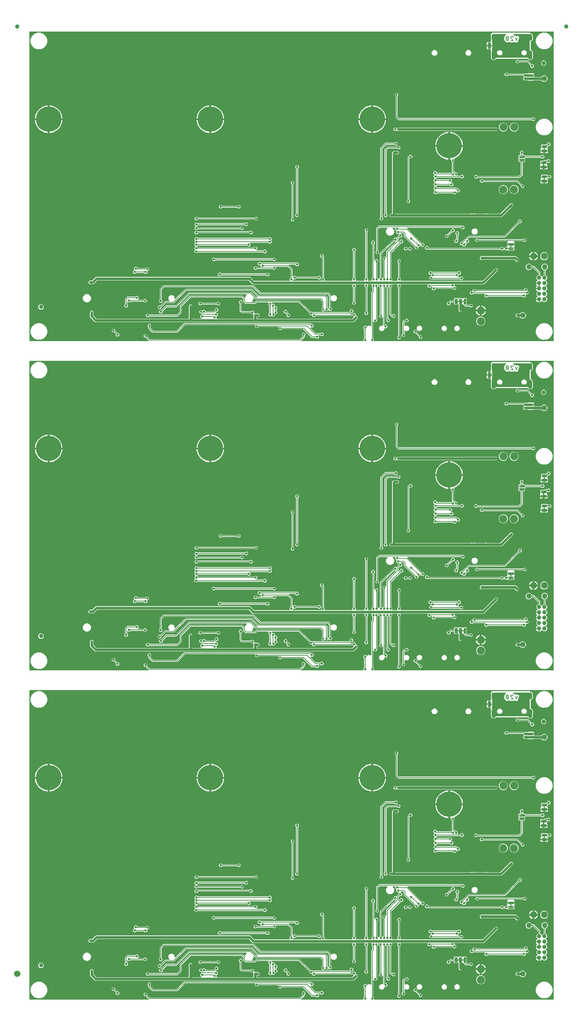
<source format=gbl>
G04 EAGLE Gerber RS-274X export*
G75*
%MOMM*%
%FSLAX34Y34*%
%LPD*%
%INBottom Copper*%
%IPPOS*%
%AMOC8*
5,1,8,0,0,1.08239X$1,22.5*%
G01*
%ADD10C,0.203200*%
%ADD11C,6.000000*%
%ADD12C,0.654000*%
%ADD13C,1.000000*%
%ADD14C,1.270000*%
%ADD15C,1.600000*%
%ADD16C,0.101600*%
%ADD17C,1.879600*%
%ADD18C,0.099059*%
%ADD19C,1.500000*%
%ADD20C,0.558800*%
%ADD21C,0.558800*%
%ADD22C,0.604000*%
%ADD23C,0.177800*%

G36*
X283649Y1557279D02*
X283649Y1557279D01*
X283679Y1557276D01*
X283790Y1557299D01*
X283902Y1557315D01*
X283929Y1557327D01*
X283957Y1557332D01*
X284058Y1557384D01*
X284161Y1557431D01*
X284184Y1557450D01*
X284210Y1557463D01*
X284292Y1557541D01*
X284378Y1557614D01*
X284395Y1557639D01*
X284416Y1557659D01*
X284473Y1557757D01*
X284536Y1557851D01*
X284545Y1557879D01*
X284559Y1557904D01*
X284587Y1558014D01*
X284622Y1558122D01*
X284622Y1558152D01*
X284630Y1558180D01*
X284626Y1558293D01*
X284629Y1558406D01*
X284621Y1558435D01*
X284621Y1558464D01*
X284586Y1558572D01*
X284557Y1558681D01*
X284542Y1558707D01*
X284533Y1558735D01*
X284488Y1558798D01*
X284412Y1558926D01*
X284366Y1558969D01*
X284338Y1559008D01*
X277988Y1565358D01*
X277918Y1565410D01*
X277854Y1565470D01*
X277805Y1565496D01*
X277761Y1565529D01*
X277679Y1565560D01*
X277601Y1565600D01*
X277554Y1565608D01*
X277495Y1565630D01*
X277348Y1565642D01*
X277270Y1565655D01*
X275176Y1565655D01*
X272795Y1568036D01*
X272795Y1571404D01*
X275176Y1573785D01*
X278544Y1573785D01*
X280925Y1571404D01*
X280925Y1569310D01*
X280937Y1569223D01*
X280940Y1569136D01*
X280957Y1569083D01*
X280965Y1569028D01*
X281000Y1568948D01*
X281027Y1568865D01*
X281055Y1568826D01*
X281081Y1568769D01*
X281177Y1568656D01*
X281222Y1568592D01*
X287670Y1562144D01*
X287740Y1562092D01*
X287804Y1562032D01*
X287853Y1562006D01*
X287897Y1561973D01*
X287979Y1561942D01*
X288057Y1561902D01*
X288104Y1561894D01*
X288163Y1561872D01*
X288310Y1561860D01*
X288388Y1561847D01*
X641252Y1561847D01*
X641339Y1561859D01*
X641426Y1561862D01*
X641479Y1561879D01*
X641534Y1561887D01*
X641614Y1561922D01*
X641697Y1561949D01*
X641736Y1561977D01*
X641793Y1562003D01*
X641906Y1562099D01*
X641970Y1562144D01*
X648079Y1568253D01*
X648114Y1568300D01*
X648157Y1568340D01*
X648199Y1568413D01*
X648250Y1568480D01*
X648271Y1568535D01*
X648300Y1568585D01*
X648321Y1568667D01*
X648351Y1568746D01*
X648356Y1568804D01*
X648370Y1568861D01*
X648368Y1568945D01*
X648375Y1569029D01*
X648363Y1569086D01*
X648361Y1569145D01*
X648335Y1569225D01*
X648319Y1569308D01*
X648292Y1569360D01*
X648274Y1569415D01*
X648234Y1569472D01*
X648188Y1569560D01*
X648119Y1569632D01*
X648079Y1569689D01*
X646937Y1570830D01*
X646937Y1574198D01*
X649318Y1576579D01*
X652686Y1576579D01*
X655067Y1574198D01*
X655067Y1570830D01*
X653586Y1569350D01*
X653534Y1569280D01*
X653474Y1569216D01*
X653448Y1569167D01*
X653415Y1569122D01*
X653384Y1569041D01*
X653344Y1568963D01*
X653336Y1568915D01*
X653314Y1568857D01*
X653302Y1568709D01*
X653289Y1568632D01*
X653289Y1566995D01*
X645302Y1559008D01*
X645284Y1558984D01*
X645262Y1558965D01*
X645199Y1558871D01*
X645131Y1558781D01*
X645120Y1558753D01*
X645104Y1558729D01*
X645070Y1558621D01*
X645030Y1558515D01*
X645027Y1558486D01*
X645018Y1558458D01*
X645015Y1558344D01*
X645006Y1558232D01*
X645012Y1558203D01*
X645011Y1558174D01*
X645040Y1558064D01*
X645062Y1557953D01*
X645076Y1557927D01*
X645083Y1557899D01*
X645141Y1557801D01*
X645193Y1557701D01*
X645213Y1557679D01*
X645228Y1557654D01*
X645311Y1557577D01*
X645389Y1557495D01*
X645414Y1557480D01*
X645435Y1557460D01*
X645536Y1557408D01*
X645634Y1557351D01*
X645662Y1557344D01*
X645689Y1557330D01*
X645766Y1557317D01*
X645910Y1557281D01*
X645972Y1557283D01*
X646020Y1557275D01*
X791210Y1557275D01*
X791268Y1557283D01*
X791326Y1557281D01*
X791408Y1557303D01*
X791492Y1557315D01*
X791545Y1557338D01*
X791601Y1557353D01*
X791674Y1557396D01*
X791751Y1557431D01*
X791796Y1557469D01*
X791846Y1557498D01*
X791904Y1557560D01*
X791968Y1557614D01*
X792000Y1557663D01*
X792040Y1557706D01*
X792079Y1557781D01*
X792126Y1557851D01*
X792143Y1557907D01*
X792170Y1557959D01*
X792181Y1558027D01*
X792211Y1558122D01*
X792214Y1558222D01*
X792225Y1558290D01*
X792225Y1561752D01*
X793706Y1563232D01*
X793758Y1563302D01*
X793818Y1563366D01*
X793844Y1563415D01*
X793877Y1563460D01*
X793908Y1563541D01*
X793948Y1563619D01*
X793956Y1563667D01*
X793978Y1563725D01*
X793990Y1563873D01*
X794003Y1563950D01*
X794003Y1585294D01*
X793991Y1585380D01*
X793988Y1585468D01*
X793971Y1585520D01*
X793963Y1585575D01*
X793928Y1585655D01*
X793901Y1585738D01*
X793873Y1585778D01*
X793847Y1585835D01*
X793751Y1585948D01*
X793706Y1586012D01*
X792029Y1587688D01*
X792029Y1591056D01*
X794410Y1593437D01*
X797778Y1593437D01*
X799410Y1591805D01*
X799456Y1591770D01*
X799497Y1591727D01*
X799569Y1591685D01*
X799637Y1591634D01*
X799691Y1591613D01*
X799742Y1591584D01*
X799824Y1591563D01*
X799902Y1591533D01*
X799961Y1591528D01*
X800017Y1591513D01*
X800102Y1591516D01*
X800186Y1591509D01*
X800243Y1591521D01*
X800302Y1591522D01*
X800382Y1591548D01*
X800464Y1591565D01*
X800516Y1591592D01*
X800572Y1591610D01*
X800628Y1591650D01*
X800717Y1591696D01*
X800789Y1591765D01*
X800845Y1591805D01*
X801863Y1592823D01*
X804171Y1593779D01*
X806669Y1593779D01*
X809109Y1592768D01*
X809221Y1592739D01*
X809330Y1592704D01*
X809358Y1592704D01*
X809385Y1592697D01*
X809499Y1592700D01*
X809614Y1592697D01*
X809641Y1592704D01*
X809669Y1592705D01*
X809778Y1592740D01*
X809889Y1592769D01*
X809913Y1592783D01*
X809940Y1592792D01*
X810035Y1592856D01*
X810134Y1592914D01*
X810153Y1592935D01*
X810176Y1592950D01*
X810250Y1593038D01*
X810328Y1593122D01*
X810341Y1593146D01*
X810359Y1593168D01*
X810405Y1593272D01*
X810458Y1593375D01*
X810462Y1593399D01*
X810474Y1593427D01*
X810511Y1593691D01*
X810513Y1593706D01*
X810513Y1672394D01*
X812756Y1674637D01*
X812808Y1674707D01*
X812868Y1674771D01*
X812894Y1674820D01*
X812927Y1674864D01*
X812958Y1674946D01*
X812998Y1675024D01*
X813006Y1675071D01*
X813028Y1675130D01*
X813040Y1675277D01*
X813053Y1675355D01*
X813053Y1683948D01*
X813041Y1684034D01*
X813038Y1684122D01*
X813021Y1684174D01*
X813013Y1684229D01*
X812978Y1684309D01*
X812951Y1684392D01*
X812923Y1684432D01*
X812897Y1684489D01*
X812801Y1684602D01*
X812756Y1684666D01*
X811275Y1686146D01*
X811275Y1689514D01*
X811414Y1689652D01*
X811431Y1689676D01*
X811454Y1689695D01*
X811516Y1689789D01*
X811585Y1689879D01*
X811595Y1689907D01*
X811611Y1689931D01*
X811646Y1690039D01*
X811686Y1690145D01*
X811688Y1690174D01*
X811697Y1690202D01*
X811700Y1690315D01*
X811709Y1690428D01*
X811704Y1690457D01*
X811704Y1690486D01*
X811676Y1690596D01*
X811654Y1690707D01*
X811640Y1690733D01*
X811633Y1690761D01*
X811575Y1690859D01*
X811523Y1690959D01*
X811502Y1690981D01*
X811487Y1691006D01*
X811405Y1691083D01*
X811327Y1691165D01*
X811301Y1691180D01*
X811280Y1691200D01*
X811179Y1691252D01*
X811082Y1691309D01*
X811053Y1691316D01*
X811027Y1691330D01*
X810950Y1691343D01*
X810806Y1691379D01*
X810743Y1691377D01*
X810696Y1691385D01*
X803474Y1691385D01*
X803445Y1691381D01*
X803416Y1691384D01*
X803305Y1691361D01*
X803193Y1691345D01*
X803166Y1691333D01*
X803137Y1691328D01*
X803037Y1691276D01*
X802933Y1691229D01*
X802911Y1691210D01*
X802885Y1691197D01*
X802803Y1691119D01*
X802716Y1691046D01*
X802700Y1691021D01*
X802679Y1691001D01*
X802621Y1690903D01*
X802559Y1690809D01*
X802550Y1690781D01*
X802535Y1690756D01*
X802507Y1690646D01*
X802473Y1690538D01*
X802472Y1690509D01*
X802465Y1690480D01*
X802468Y1690367D01*
X802466Y1690254D01*
X802473Y1690225D01*
X802474Y1690196D01*
X802509Y1690088D01*
X802537Y1689979D01*
X802552Y1689953D01*
X802561Y1689925D01*
X802607Y1689861D01*
X802683Y1689734D01*
X802728Y1689691D01*
X802756Y1689652D01*
X802895Y1689514D01*
X802895Y1686146D01*
X801800Y1685052D01*
X801748Y1684982D01*
X801688Y1684918D01*
X801662Y1684869D01*
X801629Y1684824D01*
X801598Y1684743D01*
X801558Y1684665D01*
X801550Y1684617D01*
X801528Y1684559D01*
X801516Y1684411D01*
X801503Y1684334D01*
X801503Y1626694D01*
X801515Y1626607D01*
X801518Y1626520D01*
X801535Y1626467D01*
X801543Y1626413D01*
X801578Y1626333D01*
X801605Y1626249D01*
X801633Y1626210D01*
X801659Y1626153D01*
X801755Y1626040D01*
X801800Y1625976D01*
X802925Y1624852D01*
X802925Y1621484D01*
X800544Y1619103D01*
X797176Y1619103D01*
X794795Y1621484D01*
X794795Y1624852D01*
X796632Y1626689D01*
X796684Y1626758D01*
X796744Y1626822D01*
X796770Y1626872D01*
X796803Y1626916D01*
X796834Y1626997D01*
X796874Y1627075D01*
X796882Y1627123D01*
X796904Y1627181D01*
X796916Y1627329D01*
X796929Y1627406D01*
X796929Y1683562D01*
X796917Y1683648D01*
X796914Y1683736D01*
X796897Y1683788D01*
X796889Y1683843D01*
X796854Y1683923D01*
X796827Y1684006D01*
X796799Y1684046D01*
X796773Y1684103D01*
X796677Y1684216D01*
X796632Y1684280D01*
X794765Y1686146D01*
X794765Y1689514D01*
X794904Y1689652D01*
X794921Y1689676D01*
X794944Y1689695D01*
X795006Y1689789D01*
X795075Y1689879D01*
X795085Y1689907D01*
X795101Y1689931D01*
X795136Y1690039D01*
X795176Y1690145D01*
X795178Y1690174D01*
X795187Y1690202D01*
X795190Y1690315D01*
X795199Y1690428D01*
X795194Y1690457D01*
X795194Y1690486D01*
X795166Y1690596D01*
X795144Y1690707D01*
X795130Y1690733D01*
X795123Y1690761D01*
X795065Y1690859D01*
X795013Y1690959D01*
X794992Y1690981D01*
X794977Y1691006D01*
X794895Y1691083D01*
X794817Y1691165D01*
X794791Y1691180D01*
X794770Y1691200D01*
X794669Y1691252D01*
X794572Y1691309D01*
X794543Y1691316D01*
X794517Y1691330D01*
X794440Y1691343D01*
X794296Y1691379D01*
X794233Y1691377D01*
X794186Y1691385D01*
X774772Y1691385D01*
X774743Y1691381D01*
X774714Y1691384D01*
X774603Y1691361D01*
X774491Y1691345D01*
X774464Y1691333D01*
X774435Y1691328D01*
X774335Y1691276D01*
X774231Y1691229D01*
X774209Y1691210D01*
X774183Y1691197D01*
X774101Y1691119D01*
X774014Y1691046D01*
X773998Y1691021D01*
X773977Y1691001D01*
X773919Y1690903D01*
X773857Y1690809D01*
X773848Y1690781D01*
X773833Y1690756D01*
X773805Y1690646D01*
X773771Y1690538D01*
X773770Y1690509D01*
X773763Y1690480D01*
X773766Y1690367D01*
X773764Y1690254D01*
X773771Y1690225D01*
X773772Y1690196D01*
X773807Y1690088D01*
X773835Y1689979D01*
X773850Y1689953D01*
X773859Y1689925D01*
X773905Y1689861D01*
X773981Y1689734D01*
X774026Y1689691D01*
X774054Y1689652D01*
X774193Y1689514D01*
X774193Y1686146D01*
X772712Y1684666D01*
X772660Y1684596D01*
X772600Y1684532D01*
X772574Y1684483D01*
X772541Y1684438D01*
X772510Y1684357D01*
X772470Y1684279D01*
X772462Y1684231D01*
X772440Y1684173D01*
X772428Y1684025D01*
X772415Y1683948D01*
X772415Y1651326D01*
X772427Y1651240D01*
X772430Y1651152D01*
X772447Y1651100D01*
X772455Y1651045D01*
X772490Y1650965D01*
X772517Y1650882D01*
X772545Y1650842D01*
X772571Y1650785D01*
X772667Y1650672D01*
X772712Y1650608D01*
X774193Y1649128D01*
X774193Y1645760D01*
X771812Y1643379D01*
X768444Y1643379D01*
X766063Y1645760D01*
X766063Y1649128D01*
X767544Y1650608D01*
X767596Y1650678D01*
X767656Y1650742D01*
X767682Y1650791D01*
X767715Y1650836D01*
X767746Y1650917D01*
X767786Y1650995D01*
X767794Y1651043D01*
X767816Y1651101D01*
X767828Y1651249D01*
X767841Y1651326D01*
X767841Y1683948D01*
X767829Y1684034D01*
X767826Y1684122D01*
X767809Y1684174D01*
X767801Y1684229D01*
X767766Y1684309D01*
X767739Y1684392D01*
X767711Y1684432D01*
X767685Y1684489D01*
X767589Y1684602D01*
X767544Y1684666D01*
X766063Y1686146D01*
X766063Y1689514D01*
X766202Y1689652D01*
X766219Y1689676D01*
X766242Y1689695D01*
X766304Y1689789D01*
X766373Y1689879D01*
X766383Y1689907D01*
X766399Y1689931D01*
X766434Y1690039D01*
X766474Y1690145D01*
X766476Y1690174D01*
X766485Y1690202D01*
X766488Y1690315D01*
X766497Y1690428D01*
X766492Y1690457D01*
X766492Y1690486D01*
X766464Y1690596D01*
X766442Y1690707D01*
X766428Y1690733D01*
X766421Y1690761D01*
X766363Y1690859D01*
X766311Y1690959D01*
X766290Y1690981D01*
X766275Y1691006D01*
X766193Y1691083D01*
X766115Y1691165D01*
X766089Y1691180D01*
X766068Y1691200D01*
X765967Y1691252D01*
X765870Y1691309D01*
X765841Y1691316D01*
X765815Y1691330D01*
X765738Y1691343D01*
X765594Y1691379D01*
X765531Y1691377D01*
X765484Y1691385D01*
X541092Y1691385D01*
X541006Y1691373D01*
X540918Y1691370D01*
X540866Y1691353D01*
X540811Y1691345D01*
X540731Y1691310D01*
X540648Y1691283D01*
X540608Y1691255D01*
X540551Y1691229D01*
X540438Y1691133D01*
X540435Y1691131D01*
X530446Y1691131D01*
X521346Y1700232D01*
X521276Y1700284D01*
X521212Y1700344D01*
X521163Y1700370D01*
X521118Y1700403D01*
X521037Y1700434D01*
X520959Y1700474D01*
X520911Y1700482D01*
X520853Y1700504D01*
X520705Y1700516D01*
X520628Y1700529D01*
X163648Y1700529D01*
X163562Y1700517D01*
X163474Y1700514D01*
X163422Y1700497D01*
X163367Y1700489D01*
X163287Y1700454D01*
X163204Y1700427D01*
X163164Y1700399D01*
X163107Y1700373D01*
X162994Y1700277D01*
X162930Y1700232D01*
X157524Y1694826D01*
X157524Y1694825D01*
X154846Y1692147D01*
X145382Y1692147D01*
X143001Y1694528D01*
X143001Y1697896D01*
X145382Y1700277D01*
X151058Y1700277D01*
X151144Y1700289D01*
X151232Y1700292D01*
X151285Y1700309D01*
X151339Y1700317D01*
X151419Y1700352D01*
X151502Y1700379D01*
X151542Y1700407D01*
X151599Y1700433D01*
X151712Y1700529D01*
X151776Y1700574D01*
X159860Y1708659D01*
X524416Y1708659D01*
X533516Y1699558D01*
X533586Y1699506D01*
X533650Y1699446D01*
X533699Y1699420D01*
X533744Y1699387D01*
X533825Y1699356D01*
X533903Y1699316D01*
X533951Y1699308D01*
X534009Y1699286D01*
X534157Y1699274D01*
X534234Y1699261D01*
X536630Y1699261D01*
X536716Y1699273D01*
X536804Y1699276D01*
X536857Y1699293D01*
X536911Y1699301D01*
X536991Y1699336D01*
X537074Y1699363D01*
X537114Y1699391D01*
X537171Y1699417D01*
X537284Y1699513D01*
X537287Y1699515D01*
X617656Y1699515D01*
X617685Y1699519D01*
X617714Y1699516D01*
X617825Y1699539D01*
X617937Y1699555D01*
X617964Y1699567D01*
X617993Y1699572D01*
X618094Y1699625D01*
X618197Y1699671D01*
X618219Y1699690D01*
X618245Y1699703D01*
X618327Y1699781D01*
X618414Y1699854D01*
X618430Y1699879D01*
X618451Y1699899D01*
X618509Y1699997D01*
X618571Y1700091D01*
X618580Y1700119D01*
X618595Y1700144D01*
X618623Y1700254D01*
X618657Y1700362D01*
X618658Y1700392D01*
X618665Y1700420D01*
X618662Y1700533D01*
X618664Y1700646D01*
X618657Y1700675D01*
X618656Y1700704D01*
X618621Y1700812D01*
X618593Y1700921D01*
X618578Y1700947D01*
X618569Y1700975D01*
X618523Y1701039D01*
X618447Y1701166D01*
X618402Y1701209D01*
X618374Y1701248D01*
X617981Y1701640D01*
X617981Y1705008D01*
X619462Y1706488D01*
X619514Y1706558D01*
X619574Y1706622D01*
X619600Y1706671D01*
X619633Y1706715D01*
X619664Y1706797D01*
X619704Y1706875D01*
X619712Y1706923D01*
X619734Y1706981D01*
X619746Y1707129D01*
X619759Y1707206D01*
X619759Y1726086D01*
X619747Y1726173D01*
X619744Y1726260D01*
X619727Y1726313D01*
X619719Y1726368D01*
X619684Y1726448D01*
X619657Y1726531D01*
X619629Y1726570D01*
X619603Y1726627D01*
X619507Y1726740D01*
X619462Y1726804D01*
X614030Y1732236D01*
X613960Y1732288D01*
X613896Y1732348D01*
X613847Y1732374D01*
X613803Y1732407D01*
X613721Y1732438D01*
X613643Y1732478D01*
X613596Y1732486D01*
X613537Y1732508D01*
X613390Y1732520D01*
X613312Y1732533D01*
X586740Y1732533D01*
X586682Y1732525D01*
X586624Y1732527D01*
X586542Y1732505D01*
X586458Y1732493D01*
X586405Y1732470D01*
X586349Y1732455D01*
X586276Y1732412D01*
X586199Y1732377D01*
X586154Y1732339D01*
X586104Y1732310D01*
X586046Y1732248D01*
X585982Y1732194D01*
X585950Y1732145D01*
X585910Y1732102D01*
X585871Y1732027D01*
X585824Y1731957D01*
X585807Y1731901D01*
X585780Y1731849D01*
X585769Y1731781D01*
X585739Y1731686D01*
X585736Y1731586D01*
X585725Y1731518D01*
X585725Y1728056D01*
X583344Y1725675D01*
X579976Y1725675D01*
X578496Y1727156D01*
X578426Y1727208D01*
X578362Y1727268D01*
X578313Y1727294D01*
X578268Y1727327D01*
X578187Y1727358D01*
X578109Y1727398D01*
X578061Y1727406D01*
X578003Y1727428D01*
X577855Y1727440D01*
X577778Y1727453D01*
X541092Y1727453D01*
X541006Y1727441D01*
X540918Y1727438D01*
X540866Y1727421D01*
X540811Y1727413D01*
X540731Y1727378D01*
X540648Y1727351D01*
X540608Y1727323D01*
X540551Y1727297D01*
X540438Y1727201D01*
X540374Y1727156D01*
X538894Y1725675D01*
X535526Y1725675D01*
X533145Y1728056D01*
X533145Y1731424D01*
X535526Y1733805D01*
X538894Y1733805D01*
X540374Y1732324D01*
X540444Y1732272D01*
X540508Y1732212D01*
X540557Y1732186D01*
X540602Y1732153D01*
X540683Y1732122D01*
X540761Y1732082D01*
X540809Y1732074D01*
X540867Y1732052D01*
X541015Y1732040D01*
X541092Y1732027D01*
X548640Y1732027D01*
X548698Y1732035D01*
X548756Y1732033D01*
X548838Y1732055D01*
X548922Y1732067D01*
X548975Y1732090D01*
X549031Y1732105D01*
X549104Y1732148D01*
X549181Y1732183D01*
X549226Y1732221D01*
X549276Y1732250D01*
X549334Y1732312D01*
X549398Y1732366D01*
X549430Y1732415D01*
X549470Y1732458D01*
X549509Y1732533D01*
X549556Y1732603D01*
X549573Y1732659D01*
X549600Y1732711D01*
X549611Y1732779D01*
X549641Y1732874D01*
X549644Y1732974D01*
X549655Y1733042D01*
X549655Y1735074D01*
X549647Y1735132D01*
X549649Y1735190D01*
X549627Y1735272D01*
X549615Y1735356D01*
X549592Y1735409D01*
X549577Y1735465D01*
X549534Y1735538D01*
X549499Y1735615D01*
X549461Y1735660D01*
X549432Y1735710D01*
X549370Y1735768D01*
X549316Y1735832D01*
X549267Y1735864D01*
X549224Y1735904D01*
X549149Y1735943D01*
X549079Y1735990D01*
X549023Y1736007D01*
X548971Y1736034D01*
X548903Y1736045D01*
X548808Y1736075D01*
X548708Y1736078D01*
X548640Y1736089D01*
X544924Y1736089D01*
X542543Y1738470D01*
X542543Y1741838D01*
X544924Y1744219D01*
X548292Y1744219D01*
X549772Y1742738D01*
X549842Y1742686D01*
X549906Y1742626D01*
X549955Y1742600D01*
X550000Y1742567D01*
X550081Y1742536D01*
X550159Y1742496D01*
X550207Y1742488D01*
X550265Y1742466D01*
X550413Y1742454D01*
X550490Y1742441D01*
X633150Y1742441D01*
X633236Y1742453D01*
X633324Y1742456D01*
X633376Y1742473D01*
X633431Y1742481D01*
X633511Y1742516D01*
X633594Y1742543D01*
X633634Y1742571D01*
X633691Y1742597D01*
X633804Y1742693D01*
X633807Y1742695D01*
X637192Y1742695D01*
X639573Y1740314D01*
X639573Y1736946D01*
X637192Y1734565D01*
X633824Y1734565D01*
X631436Y1736953D01*
X631437Y1736968D01*
X631415Y1737050D01*
X631403Y1737134D01*
X631380Y1737187D01*
X631365Y1737243D01*
X631322Y1737316D01*
X631287Y1737393D01*
X631249Y1737438D01*
X631220Y1737488D01*
X631158Y1737546D01*
X631104Y1737610D01*
X631055Y1737642D01*
X631012Y1737682D01*
X630937Y1737721D01*
X630867Y1737768D01*
X630811Y1737785D01*
X630759Y1737812D01*
X630691Y1737823D01*
X630596Y1737853D01*
X630496Y1737856D01*
X630428Y1737867D01*
X617318Y1737867D01*
X617289Y1737863D01*
X617259Y1737866D01*
X617148Y1737843D01*
X617036Y1737827D01*
X617009Y1737815D01*
X616981Y1737810D01*
X616880Y1737758D01*
X616777Y1737711D01*
X616754Y1737692D01*
X616728Y1737679D01*
X616646Y1737601D01*
X616560Y1737528D01*
X616543Y1737503D01*
X616522Y1737483D01*
X616465Y1737385D01*
X616402Y1737291D01*
X616393Y1737263D01*
X616379Y1737238D01*
X616351Y1737128D01*
X616316Y1737020D01*
X616316Y1736990D01*
X616308Y1736962D01*
X616312Y1736849D01*
X616309Y1736736D01*
X616317Y1736707D01*
X616317Y1736678D01*
X616352Y1736570D01*
X616381Y1736461D01*
X616396Y1736435D01*
X616405Y1736407D01*
X616450Y1736344D01*
X616526Y1736216D01*
X616572Y1736173D01*
X616600Y1736134D01*
X622696Y1730038D01*
X624333Y1728401D01*
X624333Y1710254D01*
X624337Y1710225D01*
X624334Y1710196D01*
X624357Y1710085D01*
X624373Y1709973D01*
X624385Y1709946D01*
X624390Y1709917D01*
X624443Y1709816D01*
X624489Y1709713D01*
X624508Y1709691D01*
X624521Y1709665D01*
X624599Y1709583D01*
X624672Y1709496D01*
X624697Y1709480D01*
X624717Y1709459D01*
X624815Y1709402D01*
X624909Y1709339D01*
X624937Y1709330D01*
X624962Y1709315D01*
X625072Y1709287D01*
X625180Y1709253D01*
X625210Y1709252D01*
X625238Y1709245D01*
X625351Y1709248D01*
X625464Y1709246D01*
X625493Y1709253D01*
X625522Y1709254D01*
X625630Y1709289D01*
X625739Y1709317D01*
X625765Y1709332D01*
X625793Y1709341D01*
X625856Y1709387D01*
X625984Y1709463D01*
X626027Y1709508D01*
X626066Y1709536D01*
X627728Y1711199D01*
X631096Y1711199D01*
X632068Y1710226D01*
X632138Y1710174D01*
X632202Y1710114D01*
X632251Y1710088D01*
X632296Y1710055D01*
X632377Y1710024D01*
X632455Y1709984D01*
X632503Y1709976D01*
X632561Y1709954D01*
X632709Y1709942D01*
X632786Y1709929D01*
X683696Y1709929D01*
X683782Y1709941D01*
X683870Y1709944D01*
X683922Y1709961D01*
X683977Y1709969D01*
X684057Y1710004D01*
X684140Y1710031D01*
X684180Y1710059D01*
X684237Y1710085D01*
X684350Y1710181D01*
X684414Y1710226D01*
X685640Y1711453D01*
X689008Y1711453D01*
X691389Y1709072D01*
X691389Y1705496D01*
X691360Y1705487D01*
X691251Y1705459D01*
X691225Y1705444D01*
X691197Y1705435D01*
X691134Y1705389D01*
X691006Y1705313D01*
X690963Y1705268D01*
X690924Y1705240D01*
X689008Y1703323D01*
X685640Y1703323D01*
X683906Y1705058D01*
X683836Y1705110D01*
X683772Y1705170D01*
X683723Y1705196D01*
X683678Y1705229D01*
X683597Y1705260D01*
X683519Y1705300D01*
X683471Y1705308D01*
X683413Y1705330D01*
X683265Y1705342D01*
X683188Y1705355D01*
X633802Y1705355D01*
X633716Y1705343D01*
X633628Y1705340D01*
X633576Y1705323D01*
X633521Y1705315D01*
X633441Y1705280D01*
X633358Y1705253D01*
X633318Y1705225D01*
X633261Y1705199D01*
X633148Y1705103D01*
X633084Y1705058D01*
X631096Y1703069D01*
X627690Y1703069D01*
X627617Y1703125D01*
X627589Y1703135D01*
X627565Y1703151D01*
X627457Y1703186D01*
X627351Y1703226D01*
X627322Y1703228D01*
X627294Y1703237D01*
X627181Y1703240D01*
X627068Y1703249D01*
X627039Y1703244D01*
X627010Y1703244D01*
X626900Y1703216D01*
X626789Y1703194D01*
X626763Y1703180D01*
X626735Y1703173D01*
X626637Y1703115D01*
X626537Y1703063D01*
X626515Y1703042D01*
X626490Y1703027D01*
X626413Y1702945D01*
X626331Y1702867D01*
X626316Y1702841D01*
X626296Y1702820D01*
X626244Y1702719D01*
X626187Y1702622D01*
X626180Y1702593D01*
X626166Y1702567D01*
X626153Y1702490D01*
X626117Y1702346D01*
X626119Y1702283D01*
X626111Y1702236D01*
X626111Y1701640D01*
X625718Y1701248D01*
X625701Y1701224D01*
X625678Y1701205D01*
X625615Y1701111D01*
X625547Y1701021D01*
X625537Y1700993D01*
X625521Y1700969D01*
X625486Y1700861D01*
X625446Y1700755D01*
X625444Y1700726D01*
X625435Y1700698D01*
X625432Y1700584D01*
X625423Y1700472D01*
X625428Y1700443D01*
X625428Y1700414D01*
X625456Y1700304D01*
X625478Y1700193D01*
X625492Y1700167D01*
X625499Y1700139D01*
X625557Y1700041D01*
X625609Y1699941D01*
X625630Y1699919D01*
X625645Y1699894D01*
X625727Y1699817D01*
X625805Y1699735D01*
X625831Y1699720D01*
X625852Y1699700D01*
X625953Y1699648D01*
X626051Y1699591D01*
X626079Y1699584D01*
X626105Y1699570D01*
X626182Y1699557D01*
X626326Y1699521D01*
X626389Y1699523D01*
X626436Y1699515D01*
X691642Y1699515D01*
X691700Y1699523D01*
X691758Y1699521D01*
X691840Y1699543D01*
X691924Y1699555D01*
X691977Y1699578D01*
X692033Y1699593D01*
X692106Y1699636D01*
X692183Y1699671D01*
X692228Y1699709D01*
X692278Y1699738D01*
X692336Y1699800D01*
X692400Y1699854D01*
X692432Y1699903D01*
X692472Y1699946D01*
X692511Y1700021D01*
X692558Y1700091D01*
X692575Y1700147D01*
X692602Y1700199D01*
X692613Y1700267D01*
X692643Y1700362D01*
X692646Y1700462D01*
X692657Y1700530D01*
X692657Y1704327D01*
X692686Y1704336D01*
X692795Y1704364D01*
X692821Y1704379D01*
X692849Y1704388D01*
X692913Y1704434D01*
X693040Y1704510D01*
X693083Y1704555D01*
X693122Y1704583D01*
X694138Y1705599D01*
X694190Y1705669D01*
X694250Y1705733D01*
X694276Y1705782D01*
X694309Y1705827D01*
X694340Y1705908D01*
X694380Y1705986D01*
X694388Y1706034D01*
X694410Y1706092D01*
X694422Y1706240D01*
X694435Y1706317D01*
X694435Y1753362D01*
X694427Y1753420D01*
X694429Y1753478D01*
X694407Y1753560D01*
X694395Y1753644D01*
X694372Y1753697D01*
X694357Y1753753D01*
X694314Y1753826D01*
X694279Y1753903D01*
X694241Y1753948D01*
X694212Y1753998D01*
X694150Y1754056D01*
X694096Y1754120D01*
X694047Y1754152D01*
X694004Y1754192D01*
X693929Y1754231D01*
X693859Y1754278D01*
X693803Y1754295D01*
X693751Y1754322D01*
X693683Y1754333D01*
X693588Y1754363D01*
X693488Y1754366D01*
X693420Y1754377D01*
X691990Y1754377D01*
X689609Y1756758D01*
X689609Y1760126D01*
X691990Y1762507D01*
X695358Y1762507D01*
X697739Y1760126D01*
X697739Y1758032D01*
X697751Y1757945D01*
X697754Y1757858D01*
X697771Y1757805D01*
X697779Y1757750D01*
X697814Y1757670D01*
X697841Y1757587D01*
X697869Y1757548D01*
X697895Y1757491D01*
X697991Y1757378D01*
X698036Y1757314D01*
X699009Y1756341D01*
X699009Y1706317D01*
X699021Y1706231D01*
X699024Y1706143D01*
X699041Y1706091D01*
X699049Y1706036D01*
X699084Y1705956D01*
X699111Y1705873D01*
X699139Y1705833D01*
X699165Y1705776D01*
X699261Y1705663D01*
X699306Y1705599D01*
X700787Y1704119D01*
X700787Y1700530D01*
X700795Y1700472D01*
X700793Y1700414D01*
X700815Y1700332D01*
X700827Y1700248D01*
X700850Y1700195D01*
X700865Y1700139D01*
X700908Y1700066D01*
X700943Y1699989D01*
X700981Y1699944D01*
X701010Y1699894D01*
X701072Y1699836D01*
X701126Y1699772D01*
X701175Y1699740D01*
X701218Y1699700D01*
X701293Y1699661D01*
X701363Y1699614D01*
X701419Y1699597D01*
X701471Y1699570D01*
X701539Y1699559D01*
X701634Y1699529D01*
X701734Y1699526D01*
X701802Y1699515D01*
X765230Y1699515D01*
X765259Y1699519D01*
X765288Y1699516D01*
X765399Y1699539D01*
X765511Y1699555D01*
X765538Y1699567D01*
X765567Y1699572D01*
X765668Y1699625D01*
X765771Y1699671D01*
X765793Y1699690D01*
X765819Y1699703D01*
X765902Y1699781D01*
X765988Y1699854D01*
X766004Y1699879D01*
X766025Y1699899D01*
X766083Y1699997D01*
X766145Y1700091D01*
X766154Y1700119D01*
X766169Y1700144D01*
X766197Y1700254D01*
X766231Y1700362D01*
X766232Y1700391D01*
X766239Y1700420D01*
X766236Y1700533D01*
X766238Y1700646D01*
X766231Y1700675D01*
X766230Y1700704D01*
X766195Y1700812D01*
X766167Y1700921D01*
X766152Y1700947D01*
X766143Y1700975D01*
X766097Y1701039D01*
X766063Y1701095D01*
X766063Y1704500D01*
X767544Y1705980D01*
X767596Y1706050D01*
X767656Y1706114D01*
X767682Y1706163D01*
X767715Y1706208D01*
X767746Y1706289D01*
X767786Y1706367D01*
X767794Y1706415D01*
X767816Y1706473D01*
X767828Y1706621D01*
X767841Y1706698D01*
X767841Y1769546D01*
X767829Y1769632D01*
X767826Y1769720D01*
X767809Y1769772D01*
X767801Y1769827D01*
X767766Y1769907D01*
X767739Y1769990D01*
X767711Y1770030D01*
X767685Y1770087D01*
X767589Y1770200D01*
X767544Y1770264D01*
X766063Y1771744D01*
X766063Y1775112D01*
X768444Y1777493D01*
X771812Y1777493D01*
X774193Y1775112D01*
X774193Y1771744D01*
X772712Y1770264D01*
X772660Y1770194D01*
X772600Y1770130D01*
X772574Y1770081D01*
X772541Y1770036D01*
X772510Y1769955D01*
X772470Y1769877D01*
X772462Y1769829D01*
X772440Y1769771D01*
X772428Y1769623D01*
X772415Y1769546D01*
X772415Y1706698D01*
X772427Y1706612D01*
X772430Y1706524D01*
X772447Y1706472D01*
X772455Y1706417D01*
X772490Y1706337D01*
X772517Y1706254D01*
X772545Y1706214D01*
X772571Y1706157D01*
X772667Y1706044D01*
X772712Y1705980D01*
X774193Y1704500D01*
X774193Y1701094D01*
X774137Y1701021D01*
X774127Y1700993D01*
X774111Y1700969D01*
X774076Y1700861D01*
X774036Y1700755D01*
X774034Y1700726D01*
X774025Y1700698D01*
X774022Y1700585D01*
X774013Y1700472D01*
X774018Y1700443D01*
X774018Y1700414D01*
X774046Y1700304D01*
X774068Y1700193D01*
X774082Y1700167D01*
X774089Y1700139D01*
X774147Y1700041D01*
X774199Y1699941D01*
X774220Y1699919D01*
X774235Y1699894D01*
X774317Y1699817D01*
X774395Y1699735D01*
X774421Y1699720D01*
X774442Y1699700D01*
X774543Y1699648D01*
X774640Y1699591D01*
X774669Y1699584D01*
X774695Y1699570D01*
X774772Y1699557D01*
X774916Y1699521D01*
X774979Y1699523D01*
X775026Y1699515D01*
X793932Y1699515D01*
X793961Y1699519D01*
X793990Y1699516D01*
X794101Y1699539D01*
X794213Y1699555D01*
X794240Y1699567D01*
X794269Y1699572D01*
X794370Y1699625D01*
X794473Y1699671D01*
X794495Y1699690D01*
X794521Y1699703D01*
X794604Y1699781D01*
X794690Y1699854D01*
X794706Y1699879D01*
X794727Y1699899D01*
X794785Y1699997D01*
X794847Y1700091D01*
X794856Y1700119D01*
X794871Y1700144D01*
X794899Y1700254D01*
X794933Y1700362D01*
X794934Y1700391D01*
X794941Y1700420D01*
X794938Y1700533D01*
X794940Y1700646D01*
X794933Y1700675D01*
X794932Y1700704D01*
X794897Y1700812D01*
X794869Y1700921D01*
X794854Y1700947D01*
X794845Y1700975D01*
X794799Y1701039D01*
X794765Y1701095D01*
X794765Y1704500D01*
X796246Y1705980D01*
X796298Y1706050D01*
X796358Y1706114D01*
X796384Y1706163D01*
X796417Y1706208D01*
X796448Y1706289D01*
X796488Y1706367D01*
X796496Y1706415D01*
X796518Y1706473D01*
X796530Y1706621D01*
X796543Y1706698D01*
X796543Y1816028D01*
X796531Y1816114D01*
X796528Y1816202D01*
X796511Y1816254D01*
X796503Y1816309D01*
X796468Y1816389D01*
X796441Y1816472D01*
X796413Y1816512D01*
X796387Y1816569D01*
X796291Y1816682D01*
X796246Y1816746D01*
X795273Y1817718D01*
X795273Y1821086D01*
X797654Y1823467D01*
X801022Y1823467D01*
X803403Y1821086D01*
X803403Y1817718D01*
X801414Y1815730D01*
X801362Y1815660D01*
X801302Y1815596D01*
X801276Y1815547D01*
X801243Y1815502D01*
X801212Y1815421D01*
X801172Y1815343D01*
X801164Y1815295D01*
X801142Y1815237D01*
X801130Y1815089D01*
X801117Y1815012D01*
X801117Y1706698D01*
X801129Y1706612D01*
X801132Y1706524D01*
X801149Y1706472D01*
X801157Y1706417D01*
X801192Y1706337D01*
X801219Y1706254D01*
X801247Y1706214D01*
X801273Y1706157D01*
X801369Y1706044D01*
X801414Y1705980D01*
X802895Y1704500D01*
X802895Y1701094D01*
X802839Y1701021D01*
X802829Y1700993D01*
X802813Y1700969D01*
X802778Y1700861D01*
X802738Y1700755D01*
X802736Y1700726D01*
X802727Y1700698D01*
X802724Y1700585D01*
X802715Y1700472D01*
X802720Y1700443D01*
X802720Y1700414D01*
X802748Y1700304D01*
X802770Y1700193D01*
X802784Y1700167D01*
X802791Y1700139D01*
X802849Y1700041D01*
X802901Y1699941D01*
X802922Y1699919D01*
X802937Y1699894D01*
X803019Y1699817D01*
X803097Y1699735D01*
X803123Y1699720D01*
X803144Y1699700D01*
X803245Y1699648D01*
X803342Y1699591D01*
X803371Y1699584D01*
X803397Y1699570D01*
X803474Y1699557D01*
X803618Y1699521D01*
X803681Y1699523D01*
X803728Y1699515D01*
X810442Y1699515D01*
X810471Y1699519D01*
X810500Y1699516D01*
X810611Y1699539D01*
X810723Y1699555D01*
X810750Y1699567D01*
X810779Y1699572D01*
X810880Y1699625D01*
X810983Y1699671D01*
X811005Y1699690D01*
X811031Y1699703D01*
X811114Y1699781D01*
X811200Y1699854D01*
X811216Y1699879D01*
X811237Y1699899D01*
X811295Y1699997D01*
X811357Y1700091D01*
X811366Y1700119D01*
X811381Y1700144D01*
X811409Y1700254D01*
X811443Y1700362D01*
X811444Y1700391D01*
X811451Y1700420D01*
X811448Y1700533D01*
X811450Y1700646D01*
X811443Y1700675D01*
X811442Y1700704D01*
X811407Y1700812D01*
X811379Y1700921D01*
X811364Y1700947D01*
X811355Y1700975D01*
X811309Y1701039D01*
X811275Y1701095D01*
X811275Y1704500D01*
X812502Y1705726D01*
X812554Y1705796D01*
X812614Y1705860D01*
X812640Y1705909D01*
X812673Y1705954D01*
X812704Y1706035D01*
X812744Y1706113D01*
X812752Y1706161D01*
X812774Y1706219D01*
X812785Y1706346D01*
X812785Y1706349D01*
X812786Y1706358D01*
X812786Y1706367D01*
X812799Y1706444D01*
X812799Y1786056D01*
X812787Y1786142D01*
X812784Y1786230D01*
X812767Y1786282D01*
X812759Y1786337D01*
X812724Y1786417D01*
X812697Y1786500D01*
X812669Y1786540D01*
X812643Y1786597D01*
X812547Y1786710D01*
X812502Y1786774D01*
X811021Y1788254D01*
X811021Y1791622D01*
X813402Y1794003D01*
X816770Y1794003D01*
X819151Y1791622D01*
X819151Y1788254D01*
X817670Y1786774D01*
X817618Y1786704D01*
X817558Y1786640D01*
X817532Y1786591D01*
X817499Y1786546D01*
X817468Y1786465D01*
X817428Y1786387D01*
X817420Y1786339D01*
X817398Y1786281D01*
X817386Y1786133D01*
X817373Y1786056D01*
X817373Y1749116D01*
X817377Y1749087D01*
X817374Y1749058D01*
X817397Y1748947D01*
X817413Y1748835D01*
X817425Y1748808D01*
X817430Y1748779D01*
X817483Y1748679D01*
X817529Y1748575D01*
X817548Y1748553D01*
X817561Y1748527D01*
X817639Y1748445D01*
X817712Y1748358D01*
X817737Y1748342D01*
X817757Y1748321D01*
X817855Y1748263D01*
X817949Y1748201D01*
X817977Y1748192D01*
X818002Y1748177D01*
X818112Y1748149D01*
X818220Y1748115D01*
X818250Y1748114D01*
X818278Y1748107D01*
X818391Y1748110D01*
X818504Y1748108D01*
X818533Y1748115D01*
X818562Y1748116D01*
X818670Y1748151D01*
X818779Y1748179D01*
X818805Y1748194D01*
X818833Y1748203D01*
X818896Y1748249D01*
X819024Y1748325D01*
X819067Y1748370D01*
X819106Y1748398D01*
X821276Y1750569D01*
X824644Y1750569D01*
X827025Y1748188D01*
X827025Y1744820D01*
X825544Y1743340D01*
X825492Y1743270D01*
X825432Y1743206D01*
X825406Y1743157D01*
X825373Y1743112D01*
X825342Y1743031D01*
X825302Y1742953D01*
X825294Y1742905D01*
X825272Y1742847D01*
X825260Y1742699D01*
X825247Y1742622D01*
X825247Y1706952D01*
X825259Y1706866D01*
X825262Y1706778D01*
X825279Y1706726D01*
X825287Y1706671D01*
X825322Y1706591D01*
X825349Y1706508D01*
X825377Y1706468D01*
X825403Y1706411D01*
X825499Y1706298D01*
X825544Y1706234D01*
X827449Y1704329D01*
X827496Y1704294D01*
X827536Y1704252D01*
X827609Y1704209D01*
X827676Y1704158D01*
X827731Y1704138D01*
X827781Y1704108D01*
X827863Y1704087D01*
X827942Y1704057D01*
X828000Y1704052D01*
X828057Y1704038D01*
X828141Y1704041D01*
X828225Y1704034D01*
X828283Y1704045D01*
X828341Y1704047D01*
X828421Y1704073D01*
X828504Y1704089D01*
X828556Y1704116D01*
X828612Y1704134D01*
X828668Y1704175D01*
X828756Y1704220D01*
X828829Y1704289D01*
X828885Y1704329D01*
X830536Y1705980D01*
X830588Y1706050D01*
X830648Y1706114D01*
X830674Y1706163D01*
X830707Y1706208D01*
X830738Y1706289D01*
X830778Y1706367D01*
X830786Y1706415D01*
X830808Y1706473D01*
X830820Y1706621D01*
X830833Y1706698D01*
X830833Y1765739D01*
X863048Y1797954D01*
X863100Y1798024D01*
X863160Y1798088D01*
X863186Y1798137D01*
X863219Y1798181D01*
X863250Y1798263D01*
X863290Y1798341D01*
X863298Y1798388D01*
X863320Y1798447D01*
X863321Y1798455D01*
X865726Y1800861D01*
X869287Y1800861D01*
X869331Y1800844D01*
X869389Y1800839D01*
X869446Y1800825D01*
X869530Y1800827D01*
X869614Y1800820D01*
X869672Y1800832D01*
X869730Y1800834D01*
X869810Y1800860D01*
X869893Y1800876D01*
X869945Y1800903D01*
X870001Y1800921D01*
X870057Y1800961D01*
X870145Y1801007D01*
X870218Y1801076D01*
X870274Y1801116D01*
X871840Y1802682D01*
X874732Y1805574D01*
X874784Y1805644D01*
X874844Y1805708D01*
X874870Y1805757D01*
X874903Y1805801D01*
X874934Y1805883D01*
X874974Y1805961D01*
X874982Y1806008D01*
X875004Y1806067D01*
X875016Y1806214D01*
X875029Y1806292D01*
X875029Y1807878D01*
X876184Y1809032D01*
X876201Y1809056D01*
X876224Y1809075D01*
X876287Y1809169D01*
X876355Y1809259D01*
X876365Y1809287D01*
X876381Y1809311D01*
X876416Y1809419D01*
X876456Y1809525D01*
X876458Y1809554D01*
X876467Y1809582D01*
X876470Y1809696D01*
X876479Y1809808D01*
X876474Y1809837D01*
X876474Y1809866D01*
X876446Y1809976D01*
X876424Y1810087D01*
X876410Y1810113D01*
X876403Y1810141D01*
X876345Y1810239D01*
X876293Y1810339D01*
X876272Y1810361D01*
X876257Y1810386D01*
X876175Y1810463D01*
X876097Y1810545D01*
X876071Y1810560D01*
X876050Y1810580D01*
X875949Y1810632D01*
X875851Y1810689D01*
X875823Y1810696D01*
X875797Y1810710D01*
X875720Y1810723D01*
X875576Y1810759D01*
X875513Y1810757D01*
X875466Y1810765D01*
X872076Y1810765D01*
X869695Y1813146D01*
X869695Y1816514D01*
X869834Y1816652D01*
X869851Y1816676D01*
X869874Y1816695D01*
X869890Y1816719D01*
X869911Y1816739D01*
X869954Y1816811D01*
X870005Y1816879D01*
X870015Y1816907D01*
X870031Y1816931D01*
X870040Y1816959D01*
X870055Y1816984D01*
X870076Y1817065D01*
X870106Y1817145D01*
X870108Y1817174D01*
X870117Y1817202D01*
X870118Y1817232D01*
X870125Y1817260D01*
X870122Y1817343D01*
X870129Y1817428D01*
X870124Y1817457D01*
X870124Y1817486D01*
X870117Y1817515D01*
X870116Y1817544D01*
X870090Y1817624D01*
X870074Y1817707D01*
X870060Y1817733D01*
X870053Y1817761D01*
X870038Y1817787D01*
X870029Y1817815D01*
X869989Y1817870D01*
X869943Y1817959D01*
X869922Y1817981D01*
X869907Y1818006D01*
X869861Y1818049D01*
X869834Y1818088D01*
X867155Y1820766D01*
X867155Y1824228D01*
X867147Y1824286D01*
X867149Y1824344D01*
X867127Y1824426D01*
X867115Y1824510D01*
X867092Y1824563D01*
X867077Y1824619D01*
X867034Y1824692D01*
X866999Y1824769D01*
X866961Y1824814D01*
X866932Y1824864D01*
X866870Y1824922D01*
X866816Y1824986D01*
X866767Y1825018D01*
X866724Y1825058D01*
X866649Y1825097D01*
X866579Y1825144D01*
X866523Y1825161D01*
X866471Y1825188D01*
X866403Y1825199D01*
X866308Y1825229D01*
X866208Y1825232D01*
X866140Y1825243D01*
X862177Y1825243D01*
X862148Y1825239D01*
X862119Y1825242D01*
X862008Y1825219D01*
X861895Y1825203D01*
X861869Y1825191D01*
X861840Y1825186D01*
X861739Y1825133D01*
X861636Y1825087D01*
X861614Y1825068D01*
X861588Y1825055D01*
X861505Y1824977D01*
X861419Y1824904D01*
X861403Y1824879D01*
X861382Y1824859D01*
X861324Y1824761D01*
X861261Y1824667D01*
X861253Y1824639D01*
X861238Y1824614D01*
X861210Y1824504D01*
X861176Y1824396D01*
X861175Y1824366D01*
X861168Y1824338D01*
X861171Y1824225D01*
X861168Y1824112D01*
X861176Y1824083D01*
X861177Y1824054D01*
X861212Y1823946D01*
X861240Y1823837D01*
X861255Y1823811D01*
X861264Y1823783D01*
X861310Y1823720D01*
X861385Y1823592D01*
X861431Y1823549D01*
X861459Y1823510D01*
X863330Y1821639D01*
X864819Y1818045D01*
X864819Y1814155D01*
X863330Y1810561D01*
X860579Y1807810D01*
X856985Y1806321D01*
X853095Y1806321D01*
X849501Y1807810D01*
X846750Y1810561D01*
X845261Y1814155D01*
X845261Y1818045D01*
X846750Y1821639D01*
X848621Y1823510D01*
X848639Y1823534D01*
X848661Y1823553D01*
X848724Y1823647D01*
X848792Y1823737D01*
X848802Y1823765D01*
X848819Y1823789D01*
X848853Y1823897D01*
X848893Y1824003D01*
X848895Y1824032D01*
X848904Y1824060D01*
X848907Y1824174D01*
X848917Y1824286D01*
X848911Y1824315D01*
X848912Y1824344D01*
X848883Y1824454D01*
X848861Y1824565D01*
X848847Y1824591D01*
X848840Y1824619D01*
X848782Y1824717D01*
X848730Y1824817D01*
X848710Y1824839D01*
X848695Y1824864D01*
X848612Y1824941D01*
X848534Y1825023D01*
X848509Y1825038D01*
X848487Y1825058D01*
X848386Y1825110D01*
X848289Y1825167D01*
X848260Y1825174D01*
X848234Y1825188D01*
X848157Y1825201D01*
X848013Y1825237D01*
X847951Y1825235D01*
X847903Y1825243D01*
X831007Y1825243D01*
X830921Y1825231D01*
X830833Y1825228D01*
X830781Y1825211D01*
X830726Y1825203D01*
X830646Y1825168D01*
X830563Y1825141D01*
X830523Y1825113D01*
X830466Y1825087D01*
X830353Y1824991D01*
X830289Y1824946D01*
X827322Y1821979D01*
X827270Y1821909D01*
X827210Y1821845D01*
X827184Y1821796D01*
X827151Y1821751D01*
X827120Y1821670D01*
X827080Y1821592D01*
X827072Y1821544D01*
X827050Y1821486D01*
X827045Y1821428D01*
X827039Y1821408D01*
X827037Y1821333D01*
X827025Y1821261D01*
X827025Y1770706D01*
X827037Y1770620D01*
X827040Y1770532D01*
X827057Y1770480D01*
X827065Y1770425D01*
X827100Y1770345D01*
X827127Y1770262D01*
X827155Y1770222D01*
X827181Y1770165D01*
X827277Y1770052D01*
X827322Y1769988D01*
X828803Y1768508D01*
X828803Y1765140D01*
X826422Y1762759D01*
X823054Y1762759D01*
X820673Y1765140D01*
X820673Y1768508D01*
X822154Y1769988D01*
X822206Y1770058D01*
X822266Y1770122D01*
X822292Y1770171D01*
X822325Y1770216D01*
X822356Y1770297D01*
X822396Y1770375D01*
X822404Y1770423D01*
X822426Y1770481D01*
X822438Y1770629D01*
X822451Y1770706D01*
X822451Y1823576D01*
X828692Y1829817D01*
X1025852Y1829817D01*
X1025864Y1829808D01*
X1025928Y1829748D01*
X1025977Y1829722D01*
X1026021Y1829689D01*
X1026103Y1829658D01*
X1026181Y1829618D01*
X1026228Y1829610D01*
X1026287Y1829588D01*
X1026434Y1829576D01*
X1026512Y1829563D01*
X1028606Y1829563D01*
X1030987Y1827182D01*
X1030987Y1823814D01*
X1028606Y1821433D01*
X1025238Y1821433D01*
X1022857Y1823814D01*
X1022857Y1824228D01*
X1022849Y1824286D01*
X1022851Y1824344D01*
X1022829Y1824426D01*
X1022817Y1824510D01*
X1022794Y1824563D01*
X1022779Y1824619D01*
X1022736Y1824692D01*
X1022701Y1824769D01*
X1022663Y1824814D01*
X1022634Y1824864D01*
X1022572Y1824922D01*
X1022518Y1824986D01*
X1022469Y1825018D01*
X1022426Y1825058D01*
X1022351Y1825097D01*
X1022281Y1825144D01*
X1022225Y1825161D01*
X1022173Y1825188D01*
X1022105Y1825199D01*
X1022010Y1825229D01*
X1021910Y1825232D01*
X1021842Y1825243D01*
X896972Y1825243D01*
X896943Y1825239D01*
X896913Y1825242D01*
X896802Y1825219D01*
X896690Y1825203D01*
X896663Y1825191D01*
X896635Y1825186D01*
X896534Y1825133D01*
X896431Y1825087D01*
X896408Y1825068D01*
X896382Y1825055D01*
X896300Y1824977D01*
X896214Y1824904D01*
X896198Y1824879D01*
X896176Y1824859D01*
X896119Y1824761D01*
X896056Y1824667D01*
X896047Y1824639D01*
X896033Y1824614D01*
X896005Y1824504D01*
X895970Y1824396D01*
X895970Y1824366D01*
X895962Y1824338D01*
X895966Y1824225D01*
X895963Y1824112D01*
X895971Y1824083D01*
X895971Y1824054D01*
X896006Y1823946D01*
X896035Y1823837D01*
X896050Y1823811D01*
X896059Y1823783D01*
X896105Y1823719D01*
X896180Y1823592D01*
X896226Y1823549D01*
X896254Y1823510D01*
X897934Y1821830D01*
X931052Y1788712D01*
X931122Y1788660D01*
X931186Y1788600D01*
X931235Y1788574D01*
X931279Y1788541D01*
X931361Y1788510D01*
X931439Y1788470D01*
X931486Y1788462D01*
X931545Y1788440D01*
X931692Y1788428D01*
X931770Y1788415D01*
X933864Y1788415D01*
X936245Y1786034D01*
X936245Y1782666D01*
X933864Y1780285D01*
X930496Y1780285D01*
X927909Y1782873D01*
X927885Y1782891D01*
X927866Y1782913D01*
X927772Y1782976D01*
X927682Y1783044D01*
X927654Y1783054D01*
X927630Y1783071D01*
X927522Y1783105D01*
X927416Y1783145D01*
X927387Y1783147D01*
X927359Y1783156D01*
X927245Y1783159D01*
X927133Y1783169D01*
X927104Y1783163D01*
X927074Y1783164D01*
X926965Y1783135D01*
X926854Y1783113D01*
X926828Y1783099D01*
X926799Y1783092D01*
X926702Y1783034D01*
X926601Y1782982D01*
X926580Y1782962D01*
X926555Y1782947D01*
X926478Y1782864D01*
X926395Y1782786D01*
X926381Y1782761D01*
X926360Y1782739D01*
X926309Y1782638D01*
X926252Y1782541D01*
X926244Y1782512D01*
X926231Y1782486D01*
X926218Y1782409D01*
X926182Y1782265D01*
X926184Y1782203D01*
X926176Y1782155D01*
X926176Y1781813D01*
X923795Y1779432D01*
X922330Y1779432D01*
X922272Y1779424D01*
X922214Y1779426D01*
X922132Y1779404D01*
X922049Y1779393D01*
X921995Y1779369D01*
X921939Y1779354D01*
X921866Y1779311D01*
X921789Y1779276D01*
X921745Y1779239D01*
X921694Y1779209D01*
X921637Y1779147D01*
X921572Y1779093D01*
X921540Y1779044D01*
X921500Y1779001D01*
X921461Y1778926D01*
X921415Y1778856D01*
X921397Y1778800D01*
X921370Y1778748D01*
X921359Y1778680D01*
X921329Y1778585D01*
X921326Y1778485D01*
X921315Y1778417D01*
X921315Y1776006D01*
X918934Y1773625D01*
X915566Y1773625D01*
X913185Y1776006D01*
X913185Y1778100D01*
X913173Y1778187D01*
X913170Y1778274D01*
X913153Y1778327D01*
X913146Y1778382D01*
X913110Y1778461D01*
X913083Y1778545D01*
X913055Y1778584D01*
X913029Y1778641D01*
X912933Y1778754D01*
X912888Y1778818D01*
X887729Y1803977D01*
X887729Y1809652D01*
X887717Y1809739D01*
X887714Y1809826D01*
X887697Y1809879D01*
X887689Y1809934D01*
X887654Y1810014D01*
X887627Y1810097D01*
X887599Y1810136D01*
X887573Y1810193D01*
X887477Y1810306D01*
X887432Y1810370D01*
X886064Y1811738D01*
X885994Y1811790D01*
X885930Y1811850D01*
X885881Y1811876D01*
X885837Y1811909D01*
X885755Y1811940D01*
X885677Y1811980D01*
X885630Y1811988D01*
X885571Y1812010D01*
X885424Y1812022D01*
X885346Y1812035D01*
X881452Y1812035D01*
X881423Y1812031D01*
X881394Y1812034D01*
X881283Y1812011D01*
X881171Y1811995D01*
X881144Y1811983D01*
X881115Y1811978D01*
X881015Y1811925D01*
X880911Y1811879D01*
X880889Y1811860D01*
X880863Y1811847D01*
X880781Y1811769D01*
X880694Y1811696D01*
X880678Y1811671D01*
X880657Y1811651D01*
X880599Y1811553D01*
X880537Y1811459D01*
X880528Y1811431D01*
X880513Y1811406D01*
X880485Y1811296D01*
X880451Y1811188D01*
X880450Y1811158D01*
X880443Y1811130D01*
X880446Y1811017D01*
X880444Y1810904D01*
X880451Y1810875D01*
X880452Y1810846D01*
X880487Y1810738D01*
X880515Y1810629D01*
X880530Y1810603D01*
X880539Y1810575D01*
X880585Y1810512D01*
X880661Y1810384D01*
X880706Y1810341D01*
X880734Y1810302D01*
X883159Y1807878D01*
X883159Y1804510D01*
X880778Y1802129D01*
X878176Y1802129D01*
X878089Y1802117D01*
X878002Y1802114D01*
X877949Y1802097D01*
X877894Y1802089D01*
X877814Y1802054D01*
X877731Y1802027D01*
X877692Y1801999D01*
X877635Y1801973D01*
X877522Y1801877D01*
X877458Y1801832D01*
X875074Y1799448D01*
X875022Y1799378D01*
X874962Y1799314D01*
X874936Y1799265D01*
X874903Y1799221D01*
X874872Y1799139D01*
X874832Y1799061D01*
X874824Y1799014D01*
X874802Y1798955D01*
X874790Y1798808D01*
X874777Y1798730D01*
X874777Y1791487D01*
X874781Y1791458D01*
X874778Y1791429D01*
X874801Y1791318D01*
X874817Y1791206D01*
X874829Y1791179D01*
X874834Y1791150D01*
X874887Y1791050D01*
X874933Y1790947D01*
X874952Y1790924D01*
X874965Y1790898D01*
X875043Y1790816D01*
X875116Y1790730D01*
X875141Y1790713D01*
X875161Y1790692D01*
X875259Y1790635D01*
X875353Y1790572D01*
X875381Y1790563D01*
X875406Y1790548D01*
X875516Y1790520D01*
X875624Y1790486D01*
X875654Y1790485D01*
X875682Y1790478D01*
X875795Y1790482D01*
X875908Y1790479D01*
X875937Y1790486D01*
X875966Y1790487D01*
X876074Y1790522D01*
X876183Y1790551D01*
X876209Y1790566D01*
X876237Y1790575D01*
X876301Y1790620D01*
X876428Y1790696D01*
X876471Y1790742D01*
X876510Y1790770D01*
X877308Y1791568D01*
X877361Y1791638D01*
X877420Y1791701D01*
X877446Y1791751D01*
X877479Y1791795D01*
X877510Y1791877D01*
X877550Y1791955D01*
X877558Y1792002D01*
X877580Y1792061D01*
X877592Y1792208D01*
X877605Y1792286D01*
X877605Y1794380D01*
X879986Y1796761D01*
X883354Y1796761D01*
X885735Y1794380D01*
X885735Y1791012D01*
X883354Y1788631D01*
X881260Y1788631D01*
X881173Y1788619D01*
X881086Y1788616D01*
X881033Y1788599D01*
X880978Y1788591D01*
X880899Y1788556D01*
X880815Y1788529D01*
X880776Y1788501D01*
X880719Y1788475D01*
X880606Y1788379D01*
X880542Y1788334D01*
X858662Y1766454D01*
X858610Y1766384D01*
X858550Y1766320D01*
X858524Y1766271D01*
X858491Y1766227D01*
X858460Y1766145D01*
X858420Y1766067D01*
X858412Y1766020D01*
X858390Y1765961D01*
X858378Y1765813D01*
X858365Y1765736D01*
X858365Y1706600D01*
X858377Y1706514D01*
X858380Y1706426D01*
X858397Y1706374D01*
X858405Y1706319D01*
X858440Y1706239D01*
X858467Y1706156D01*
X858495Y1706116D01*
X858521Y1706059D01*
X858617Y1705946D01*
X858662Y1705882D01*
X860045Y1704500D01*
X860045Y1701094D01*
X859989Y1701021D01*
X859979Y1700993D01*
X859963Y1700969D01*
X859928Y1700861D01*
X859888Y1700755D01*
X859886Y1700726D01*
X859877Y1700698D01*
X859874Y1700585D01*
X859865Y1700472D01*
X859870Y1700443D01*
X859870Y1700414D01*
X859898Y1700304D01*
X859920Y1700193D01*
X859934Y1700167D01*
X859941Y1700139D01*
X859999Y1700041D01*
X860051Y1699941D01*
X860072Y1699919D01*
X860087Y1699894D01*
X860169Y1699817D01*
X860247Y1699735D01*
X860273Y1699720D01*
X860294Y1699700D01*
X860395Y1699648D01*
X860492Y1699591D01*
X860521Y1699584D01*
X860547Y1699570D01*
X860624Y1699557D01*
X860768Y1699521D01*
X860831Y1699523D01*
X860878Y1699515D01*
X871402Y1699515D01*
X871431Y1699519D01*
X871460Y1699516D01*
X871571Y1699539D01*
X871683Y1699555D01*
X871710Y1699567D01*
X871739Y1699572D01*
X871840Y1699625D01*
X871943Y1699671D01*
X871965Y1699690D01*
X871991Y1699703D01*
X872074Y1699781D01*
X872160Y1699854D01*
X872176Y1699879D01*
X872197Y1699899D01*
X872255Y1699997D01*
X872317Y1700091D01*
X872326Y1700119D01*
X872341Y1700144D01*
X872369Y1700254D01*
X872403Y1700362D01*
X872404Y1700391D01*
X872411Y1700420D01*
X872408Y1700533D01*
X872410Y1700646D01*
X872403Y1700675D01*
X872402Y1700704D01*
X872367Y1700812D01*
X872339Y1700921D01*
X872324Y1700947D01*
X872315Y1700975D01*
X872269Y1701039D01*
X872235Y1701095D01*
X872235Y1704500D01*
X873716Y1705980D01*
X873768Y1706050D01*
X873828Y1706114D01*
X873854Y1706163D01*
X873887Y1706208D01*
X873918Y1706289D01*
X873958Y1706367D01*
X873966Y1706415D01*
X873988Y1706473D01*
X874000Y1706621D01*
X874013Y1706698D01*
X874013Y1742622D01*
X874001Y1742708D01*
X873998Y1742796D01*
X873981Y1742848D01*
X873973Y1742903D01*
X873938Y1742983D01*
X873911Y1743066D01*
X873883Y1743106D01*
X873857Y1743163D01*
X873761Y1743276D01*
X873716Y1743340D01*
X872235Y1744820D01*
X872235Y1748188D01*
X874616Y1750569D01*
X877984Y1750569D01*
X880365Y1748188D01*
X880365Y1744820D01*
X878884Y1743340D01*
X878832Y1743270D01*
X878772Y1743206D01*
X878746Y1743157D01*
X878713Y1743112D01*
X878682Y1743031D01*
X878642Y1742953D01*
X878634Y1742905D01*
X878612Y1742847D01*
X878600Y1742699D01*
X878587Y1742622D01*
X878587Y1706698D01*
X878599Y1706612D01*
X878602Y1706524D01*
X878619Y1706472D01*
X878627Y1706417D01*
X878662Y1706337D01*
X878689Y1706254D01*
X878717Y1706214D01*
X878743Y1706157D01*
X878839Y1706044D01*
X878884Y1705980D01*
X880365Y1704500D01*
X880365Y1701094D01*
X880309Y1701021D01*
X880299Y1700993D01*
X880283Y1700969D01*
X880248Y1700861D01*
X880208Y1700755D01*
X880206Y1700726D01*
X880197Y1700698D01*
X880194Y1700585D01*
X880185Y1700472D01*
X880190Y1700443D01*
X880190Y1700414D01*
X880218Y1700304D01*
X880240Y1700193D01*
X880254Y1700167D01*
X880261Y1700139D01*
X880319Y1700041D01*
X880371Y1699941D01*
X880392Y1699919D01*
X880407Y1699894D01*
X880489Y1699817D01*
X880567Y1699735D01*
X880593Y1699720D01*
X880614Y1699700D01*
X880715Y1699648D01*
X880812Y1699591D01*
X880841Y1699584D01*
X880867Y1699570D01*
X880944Y1699557D01*
X881088Y1699521D01*
X881151Y1699523D01*
X881198Y1699515D01*
X1073078Y1699515D01*
X1073164Y1699527D01*
X1073252Y1699530D01*
X1073305Y1699547D01*
X1073359Y1699555D01*
X1073439Y1699590D01*
X1073522Y1699617D01*
X1073562Y1699645D01*
X1073619Y1699671D01*
X1073732Y1699767D01*
X1073796Y1699812D01*
X1103470Y1729487D01*
X1106838Y1729487D01*
X1109219Y1727106D01*
X1109219Y1723738D01*
X1079544Y1694064D01*
X1076866Y1691385D01*
X1007724Y1691385D01*
X1007666Y1691377D01*
X1007608Y1691379D01*
X1007526Y1691357D01*
X1007442Y1691345D01*
X1007389Y1691322D01*
X1007333Y1691307D01*
X1007260Y1691264D01*
X1007183Y1691229D01*
X1007138Y1691191D01*
X1007088Y1691162D01*
X1007030Y1691100D01*
X1006966Y1691046D01*
X1006934Y1690997D01*
X1006894Y1690954D01*
X1006855Y1690879D01*
X1006808Y1690809D01*
X1006791Y1690753D01*
X1006764Y1690701D01*
X1006753Y1690633D01*
X1006723Y1690538D01*
X1006720Y1690438D01*
X1006709Y1690370D01*
X1006709Y1687844D01*
X1006717Y1687786D01*
X1006715Y1687728D01*
X1006737Y1687646D01*
X1006749Y1687562D01*
X1006772Y1687509D01*
X1006787Y1687453D01*
X1006830Y1687380D01*
X1006865Y1687303D01*
X1006903Y1687258D01*
X1006932Y1687208D01*
X1006994Y1687150D01*
X1007048Y1687086D01*
X1007097Y1687054D01*
X1007140Y1687014D01*
X1007215Y1686975D01*
X1007285Y1686928D01*
X1007341Y1686911D01*
X1007393Y1686884D01*
X1007461Y1686873D01*
X1007556Y1686843D01*
X1007656Y1686840D01*
X1007724Y1686829D01*
X1009236Y1686829D01*
X1011617Y1684448D01*
X1011617Y1681080D01*
X1009236Y1678699D01*
X1005868Y1678699D01*
X1004388Y1680180D01*
X1004318Y1680232D01*
X1004254Y1680292D01*
X1004205Y1680318D01*
X1004160Y1680351D01*
X1004079Y1680382D01*
X1004001Y1680422D01*
X1003953Y1680430D01*
X1003895Y1680452D01*
X1003747Y1680464D01*
X1003670Y1680477D01*
X962564Y1680477D01*
X962478Y1680465D01*
X962390Y1680462D01*
X962338Y1680445D01*
X962283Y1680437D01*
X962203Y1680402D01*
X962120Y1680375D01*
X962080Y1680347D01*
X962023Y1680321D01*
X961910Y1680225D01*
X961846Y1680180D01*
X959496Y1677829D01*
X956128Y1677829D01*
X953747Y1680210D01*
X953747Y1683578D01*
X954614Y1684444D01*
X954631Y1684468D01*
X954654Y1684487D01*
X954717Y1684581D01*
X954785Y1684671D01*
X954795Y1684699D01*
X954811Y1684723D01*
X954846Y1684831D01*
X954886Y1684937D01*
X954888Y1684966D01*
X954897Y1684994D01*
X954900Y1685108D01*
X954909Y1685220D01*
X954904Y1685249D01*
X954904Y1685278D01*
X954876Y1685388D01*
X954854Y1685499D01*
X954840Y1685525D01*
X954833Y1685553D01*
X954775Y1685651D01*
X954723Y1685751D01*
X954702Y1685773D01*
X954687Y1685798D01*
X954605Y1685875D01*
X954527Y1685957D01*
X954501Y1685972D01*
X954480Y1685992D01*
X954379Y1686044D01*
X954281Y1686101D01*
X954253Y1686108D01*
X954227Y1686122D01*
X954150Y1686135D01*
X954006Y1686171D01*
X953943Y1686169D01*
X953896Y1686177D01*
X952498Y1686177D01*
X952412Y1686165D01*
X952324Y1686162D01*
X952272Y1686145D01*
X952217Y1686137D01*
X952137Y1686102D01*
X952054Y1686075D01*
X952014Y1686047D01*
X951957Y1686021D01*
X951844Y1685925D01*
X951780Y1685880D01*
X949680Y1683779D01*
X946312Y1683779D01*
X943931Y1686160D01*
X943931Y1689528D01*
X944056Y1689652D01*
X944073Y1689676D01*
X944096Y1689695D01*
X944158Y1689789D01*
X944227Y1689879D01*
X944237Y1689907D01*
X944253Y1689931D01*
X944288Y1690039D01*
X944328Y1690145D01*
X944330Y1690174D01*
X944339Y1690202D01*
X944342Y1690315D01*
X944351Y1690428D01*
X944346Y1690457D01*
X944346Y1690486D01*
X944318Y1690596D01*
X944296Y1690707D01*
X944282Y1690733D01*
X944275Y1690761D01*
X944217Y1690859D01*
X944165Y1690959D01*
X944144Y1690981D01*
X944129Y1691006D01*
X944047Y1691083D01*
X943969Y1691165D01*
X943943Y1691180D01*
X943922Y1691200D01*
X943821Y1691252D01*
X943724Y1691309D01*
X943695Y1691316D01*
X943669Y1691330D01*
X943592Y1691343D01*
X943448Y1691379D01*
X943386Y1691377D01*
X943338Y1691385D01*
X880944Y1691385D01*
X880915Y1691381D01*
X880886Y1691384D01*
X880775Y1691361D01*
X880663Y1691345D01*
X880636Y1691333D01*
X880607Y1691328D01*
X880507Y1691276D01*
X880403Y1691229D01*
X880381Y1691210D01*
X880355Y1691197D01*
X880273Y1691119D01*
X880186Y1691046D01*
X880170Y1691021D01*
X880149Y1691001D01*
X880091Y1690903D01*
X880029Y1690809D01*
X880020Y1690781D01*
X880005Y1690756D01*
X879977Y1690646D01*
X879943Y1690538D01*
X879942Y1690509D01*
X879935Y1690480D01*
X879938Y1690367D01*
X879936Y1690254D01*
X879943Y1690225D01*
X879944Y1690196D01*
X879979Y1690088D01*
X880007Y1689979D01*
X880022Y1689953D01*
X880031Y1689925D01*
X880077Y1689861D01*
X880153Y1689734D01*
X880198Y1689691D01*
X880226Y1689652D01*
X880365Y1689514D01*
X880365Y1686146D01*
X878884Y1684666D01*
X878832Y1684596D01*
X878772Y1684532D01*
X878746Y1684483D01*
X878713Y1684438D01*
X878682Y1684357D01*
X878642Y1684279D01*
X878634Y1684231D01*
X878612Y1684173D01*
X878600Y1684025D01*
X878587Y1683948D01*
X878587Y1569238D01*
X878599Y1569152D01*
X878602Y1569064D01*
X878619Y1569012D01*
X878627Y1568957D01*
X878662Y1568877D01*
X878689Y1568794D01*
X878717Y1568754D01*
X878743Y1568697D01*
X878839Y1568584D01*
X878884Y1568520D01*
X880365Y1567040D01*
X880365Y1563672D01*
X877984Y1561291D01*
X874616Y1561291D01*
X872235Y1563672D01*
X872235Y1567040D01*
X873716Y1568520D01*
X873768Y1568590D01*
X873828Y1568654D01*
X873854Y1568703D01*
X873887Y1568748D01*
X873918Y1568829D01*
X873958Y1568907D01*
X873966Y1568955D01*
X873988Y1569013D01*
X874000Y1569161D01*
X874013Y1569238D01*
X874013Y1683948D01*
X874001Y1684034D01*
X873998Y1684122D01*
X873981Y1684174D01*
X873973Y1684229D01*
X873938Y1684309D01*
X873911Y1684392D01*
X873883Y1684432D01*
X873857Y1684489D01*
X873761Y1684602D01*
X873716Y1684666D01*
X872235Y1686146D01*
X872235Y1689514D01*
X872374Y1689652D01*
X872391Y1689676D01*
X872414Y1689695D01*
X872476Y1689789D01*
X872545Y1689879D01*
X872555Y1689907D01*
X872571Y1689931D01*
X872606Y1690039D01*
X872646Y1690145D01*
X872648Y1690174D01*
X872657Y1690202D01*
X872660Y1690315D01*
X872669Y1690428D01*
X872664Y1690457D01*
X872664Y1690486D01*
X872636Y1690596D01*
X872614Y1690707D01*
X872600Y1690733D01*
X872593Y1690761D01*
X872535Y1690859D01*
X872483Y1690959D01*
X872462Y1690981D01*
X872447Y1691006D01*
X872365Y1691083D01*
X872287Y1691165D01*
X872261Y1691180D01*
X872240Y1691200D01*
X872139Y1691252D01*
X872042Y1691309D01*
X872013Y1691316D01*
X871987Y1691330D01*
X871910Y1691343D01*
X871766Y1691379D01*
X871703Y1691377D01*
X871656Y1691385D01*
X860624Y1691385D01*
X860595Y1691381D01*
X860566Y1691384D01*
X860455Y1691361D01*
X860343Y1691345D01*
X860316Y1691333D01*
X860287Y1691328D01*
X860187Y1691276D01*
X860083Y1691229D01*
X860061Y1691210D01*
X860035Y1691197D01*
X859953Y1691119D01*
X859866Y1691046D01*
X859850Y1691021D01*
X859829Y1691001D01*
X859771Y1690903D01*
X859709Y1690809D01*
X859700Y1690781D01*
X859685Y1690756D01*
X859657Y1690646D01*
X859623Y1690538D01*
X859622Y1690509D01*
X859615Y1690480D01*
X859618Y1690367D01*
X859616Y1690254D01*
X859623Y1690225D01*
X859624Y1690196D01*
X859659Y1690088D01*
X859687Y1689979D01*
X859702Y1689953D01*
X859711Y1689925D01*
X859757Y1689861D01*
X859833Y1689734D01*
X859878Y1689691D01*
X859906Y1689652D01*
X860045Y1689514D01*
X860045Y1686146D01*
X858564Y1684666D01*
X858512Y1684596D01*
X858452Y1684532D01*
X858426Y1684483D01*
X858393Y1684438D01*
X858362Y1684357D01*
X858322Y1684279D01*
X858314Y1684231D01*
X858292Y1684173D01*
X858280Y1684025D01*
X858267Y1683948D01*
X858267Y1622396D01*
X858279Y1622309D01*
X858282Y1622222D01*
X858299Y1622169D01*
X858307Y1622114D01*
X858342Y1622034D01*
X858369Y1621951D01*
X858397Y1621912D01*
X858423Y1621855D01*
X858519Y1621742D01*
X858564Y1621678D01*
X859974Y1620268D01*
X860021Y1620233D01*
X860061Y1620190D01*
X860134Y1620148D01*
X860201Y1620097D01*
X860256Y1620076D01*
X860306Y1620047D01*
X860388Y1620026D01*
X860467Y1619996D01*
X860525Y1619991D01*
X860582Y1619977D01*
X860666Y1619979D01*
X860750Y1619972D01*
X860807Y1619984D01*
X860866Y1619986D01*
X860946Y1620012D01*
X861029Y1620028D01*
X861081Y1620055D01*
X861136Y1620073D01*
X861193Y1620113D01*
X861281Y1620159D01*
X861353Y1620228D01*
X861410Y1620268D01*
X861916Y1620775D01*
X865284Y1620775D01*
X867665Y1618394D01*
X867665Y1615026D01*
X865284Y1612645D01*
X861916Y1612645D01*
X860436Y1614126D01*
X860366Y1614178D01*
X860302Y1614238D01*
X860253Y1614264D01*
X860208Y1614297D01*
X860127Y1614328D01*
X860049Y1614368D01*
X860001Y1614376D01*
X859943Y1614398D01*
X859795Y1614410D01*
X859718Y1614423D01*
X859351Y1614423D01*
X853693Y1620081D01*
X853693Y1683948D01*
X853681Y1684034D01*
X853678Y1684122D01*
X853661Y1684174D01*
X853653Y1684229D01*
X853618Y1684309D01*
X853591Y1684392D01*
X853563Y1684432D01*
X853537Y1684489D01*
X853441Y1684602D01*
X853396Y1684666D01*
X852888Y1685174D01*
X852841Y1685209D01*
X852801Y1685251D01*
X852728Y1685294D01*
X852661Y1685345D01*
X852606Y1685365D01*
X852556Y1685395D01*
X852474Y1685416D01*
X852395Y1685446D01*
X852337Y1685451D01*
X852280Y1685465D01*
X852196Y1685462D01*
X852112Y1685469D01*
X852054Y1685458D01*
X851996Y1685456D01*
X851916Y1685430D01*
X851833Y1685414D01*
X851781Y1685387D01*
X851725Y1685369D01*
X851669Y1685328D01*
X851581Y1685283D01*
X851508Y1685214D01*
X851452Y1685174D01*
X850690Y1684412D01*
X850638Y1684342D01*
X850578Y1684278D01*
X850552Y1684229D01*
X850519Y1684185D01*
X850488Y1684103D01*
X850448Y1684025D01*
X850440Y1683977D01*
X850418Y1683919D01*
X850406Y1683771D01*
X850393Y1683694D01*
X850393Y1611644D01*
X850401Y1611586D01*
X850399Y1611528D01*
X850421Y1611446D01*
X850433Y1611362D01*
X850456Y1611309D01*
X850471Y1611253D01*
X850514Y1611180D01*
X850549Y1611103D01*
X850587Y1611058D01*
X850616Y1611008D01*
X850678Y1610950D01*
X850732Y1610886D01*
X850781Y1610854D01*
X850824Y1610814D01*
X850899Y1610775D01*
X850969Y1610728D01*
X851025Y1610711D01*
X851077Y1610684D01*
X851145Y1610673D01*
X851240Y1610643D01*
X851340Y1610640D01*
X851408Y1610629D01*
X852584Y1610629D01*
X854965Y1608248D01*
X854965Y1604880D01*
X852584Y1602499D01*
X849216Y1602499D01*
X846835Y1604880D01*
X846835Y1606974D01*
X846823Y1607061D01*
X846820Y1607148D01*
X846803Y1607201D01*
X846795Y1607256D01*
X846760Y1607336D01*
X846733Y1607419D01*
X846705Y1607458D01*
X846679Y1607515D01*
X846583Y1607628D01*
X846571Y1607646D01*
X846564Y1607658D01*
X846560Y1607662D01*
X846538Y1607692D01*
X845819Y1608411D01*
X845819Y1684202D01*
X845812Y1684257D01*
X845813Y1684297D01*
X845806Y1684323D01*
X845804Y1684376D01*
X845787Y1684429D01*
X845779Y1684483D01*
X845744Y1684563D01*
X845741Y1684571D01*
X845741Y1684572D01*
X845741Y1684573D01*
X845717Y1684646D01*
X845689Y1684686D01*
X845663Y1684743D01*
X845567Y1684856D01*
X845522Y1684920D01*
X845268Y1685174D01*
X845221Y1685209D01*
X845181Y1685251D01*
X845108Y1685294D01*
X845041Y1685345D01*
X844986Y1685365D01*
X844936Y1685395D01*
X844854Y1685416D01*
X844775Y1685446D01*
X844717Y1685451D01*
X844660Y1685465D01*
X844576Y1685462D01*
X844492Y1685469D01*
X844434Y1685458D01*
X844376Y1685456D01*
X844296Y1685430D01*
X844213Y1685414D01*
X844161Y1685387D01*
X844105Y1685369D01*
X844049Y1685328D01*
X843961Y1685283D01*
X843888Y1685214D01*
X843832Y1685174D01*
X843324Y1684666D01*
X843272Y1684596D01*
X843212Y1684532D01*
X843186Y1684483D01*
X843153Y1684438D01*
X843122Y1684357D01*
X843082Y1684279D01*
X843074Y1684231D01*
X843052Y1684173D01*
X843040Y1684025D01*
X843027Y1683948D01*
X843027Y1596938D01*
X843039Y1596851D01*
X843042Y1596764D01*
X843059Y1596711D01*
X843067Y1596656D01*
X843102Y1596576D01*
X843129Y1596493D01*
X843157Y1596454D01*
X843183Y1596397D01*
X843275Y1596288D01*
X843290Y1596262D01*
X843301Y1596252D01*
X843324Y1596220D01*
X843364Y1596180D01*
X843434Y1596128D01*
X843498Y1596068D01*
X843547Y1596042D01*
X843591Y1596009D01*
X843673Y1595978D01*
X843751Y1595938D01*
X843798Y1595930D01*
X843857Y1595908D01*
X844004Y1595896D01*
X844082Y1595883D01*
X846176Y1595883D01*
X848557Y1593502D01*
X848557Y1590134D01*
X846176Y1587753D01*
X842714Y1587753D01*
X842656Y1587745D01*
X842598Y1587747D01*
X842516Y1587725D01*
X842432Y1587713D01*
X842379Y1587690D01*
X842323Y1587675D01*
X842250Y1587632D01*
X842173Y1587597D01*
X842128Y1587559D01*
X842078Y1587530D01*
X842020Y1587468D01*
X841956Y1587414D01*
X841924Y1587365D01*
X841884Y1587322D01*
X841845Y1587247D01*
X841798Y1587177D01*
X841781Y1587121D01*
X841754Y1587069D01*
X841743Y1587001D01*
X841713Y1586906D01*
X841710Y1586806D01*
X841699Y1586738D01*
X841699Y1586251D01*
X840743Y1583943D01*
X838977Y1582177D01*
X836669Y1581221D01*
X834171Y1581221D01*
X831863Y1582177D01*
X830097Y1583943D01*
X829141Y1586251D01*
X829141Y1588749D01*
X830097Y1591057D01*
X831863Y1592823D01*
X834171Y1593779D01*
X836669Y1593779D01*
X837049Y1593621D01*
X837160Y1593592D01*
X837270Y1593558D01*
X837298Y1593557D01*
X837325Y1593550D01*
X837439Y1593553D01*
X837554Y1593550D01*
X837581Y1593558D01*
X837609Y1593558D01*
X837718Y1593593D01*
X837829Y1593622D01*
X837853Y1593636D01*
X837880Y1593645D01*
X837975Y1593709D01*
X838074Y1593768D01*
X838093Y1593788D01*
X838116Y1593803D01*
X838190Y1593891D01*
X838268Y1593975D01*
X838281Y1594000D01*
X838299Y1594021D01*
X838346Y1594126D01*
X838398Y1594228D01*
X838402Y1594253D01*
X838414Y1594281D01*
X838451Y1594544D01*
X838453Y1594559D01*
X838453Y1612944D01*
X838449Y1612973D01*
X838452Y1613002D01*
X838429Y1613113D01*
X838413Y1613225D01*
X838401Y1613252D01*
X838396Y1613281D01*
X838343Y1613381D01*
X838297Y1613485D01*
X838278Y1613507D01*
X838265Y1613533D01*
X838187Y1613615D01*
X838114Y1613702D01*
X838089Y1613718D01*
X838069Y1613739D01*
X837971Y1613796D01*
X837877Y1613859D01*
X837849Y1613868D01*
X837824Y1613883D01*
X837714Y1613911D01*
X837606Y1613945D01*
X837576Y1613946D01*
X837548Y1613953D01*
X837435Y1613949D01*
X837322Y1613952D01*
X837293Y1613945D01*
X837264Y1613944D01*
X837156Y1613909D01*
X837047Y1613880D01*
X837021Y1613866D01*
X836993Y1613856D01*
X836930Y1613811D01*
X836802Y1613735D01*
X836759Y1613690D01*
X836720Y1613662D01*
X835019Y1611960D01*
X831651Y1611960D01*
X829270Y1614341D01*
X829270Y1617709D01*
X831044Y1619482D01*
X831096Y1619552D01*
X831156Y1619616D01*
X831182Y1619665D01*
X831215Y1619709D01*
X831246Y1619791D01*
X831286Y1619869D01*
X831294Y1619917D01*
X831316Y1619975D01*
X831321Y1620032D01*
X831327Y1620052D01*
X831329Y1620128D01*
X831341Y1620200D01*
X831341Y1683186D01*
X831334Y1683241D01*
X831335Y1683282D01*
X831328Y1683308D01*
X831326Y1683360D01*
X831309Y1683413D01*
X831301Y1683467D01*
X831266Y1683547D01*
X831264Y1683552D01*
X831263Y1683557D01*
X831262Y1683558D01*
X831239Y1683630D01*
X831211Y1683670D01*
X831185Y1683727D01*
X831089Y1683840D01*
X831044Y1683904D01*
X828801Y1686146D01*
X828801Y1689514D01*
X828940Y1689652D01*
X828957Y1689676D01*
X828980Y1689695D01*
X829042Y1689789D01*
X829111Y1689879D01*
X829121Y1689907D01*
X829137Y1689931D01*
X829172Y1690039D01*
X829212Y1690145D01*
X829214Y1690174D01*
X829223Y1690202D01*
X829226Y1690315D01*
X829235Y1690428D01*
X829230Y1690457D01*
X829230Y1690486D01*
X829202Y1690596D01*
X829180Y1690707D01*
X829166Y1690733D01*
X829159Y1690761D01*
X829101Y1690859D01*
X829049Y1690959D01*
X829028Y1690981D01*
X829013Y1691006D01*
X828931Y1691083D01*
X828853Y1691165D01*
X828827Y1691180D01*
X828806Y1691200D01*
X828705Y1691252D01*
X828608Y1691309D01*
X828579Y1691316D01*
X828553Y1691330D01*
X828476Y1691343D01*
X828332Y1691379D01*
X828269Y1691377D01*
X828222Y1691385D01*
X827350Y1691385D01*
X827321Y1691381D01*
X827292Y1691384D01*
X827181Y1691361D01*
X827069Y1691345D01*
X827042Y1691333D01*
X827013Y1691328D01*
X826913Y1691276D01*
X826809Y1691229D01*
X826787Y1691210D01*
X826761Y1691197D01*
X826679Y1691119D01*
X826592Y1691046D01*
X826576Y1691021D01*
X826555Y1691001D01*
X826497Y1690903D01*
X826435Y1690809D01*
X826426Y1690781D01*
X826411Y1690756D01*
X826383Y1690646D01*
X826349Y1690538D01*
X826348Y1690509D01*
X826341Y1690480D01*
X826344Y1690367D01*
X826342Y1690254D01*
X826349Y1690225D01*
X826350Y1690196D01*
X826385Y1690088D01*
X826413Y1689979D01*
X826428Y1689953D01*
X826437Y1689925D01*
X826483Y1689861D01*
X826559Y1689734D01*
X826604Y1689691D01*
X826632Y1689652D01*
X826771Y1689514D01*
X826771Y1686146D01*
X825544Y1684920D01*
X825492Y1684850D01*
X825432Y1684786D01*
X825406Y1684737D01*
X825373Y1684692D01*
X825342Y1684611D01*
X825302Y1684533D01*
X825294Y1684485D01*
X825272Y1684427D01*
X825267Y1684369D01*
X825261Y1684349D01*
X825259Y1684274D01*
X825247Y1684202D01*
X825247Y1607930D01*
X824360Y1607043D01*
X824308Y1606973D01*
X824248Y1606909D01*
X824222Y1606860D01*
X824189Y1606816D01*
X824158Y1606734D01*
X824118Y1606656D01*
X824110Y1606609D01*
X824088Y1606550D01*
X824076Y1606403D01*
X824063Y1606325D01*
X824063Y1604231D01*
X821682Y1601850D01*
X818314Y1601850D01*
X816820Y1603345D01*
X816796Y1603362D01*
X816777Y1603385D01*
X816683Y1603448D01*
X816593Y1603516D01*
X816565Y1603526D01*
X816541Y1603542D01*
X816433Y1603577D01*
X816327Y1603617D01*
X816298Y1603619D01*
X816270Y1603628D01*
X816156Y1603631D01*
X816044Y1603640D01*
X816015Y1603635D01*
X815986Y1603635D01*
X815876Y1603607D01*
X815765Y1603585D01*
X815739Y1603571D01*
X815711Y1603564D01*
X815613Y1603506D01*
X815513Y1603454D01*
X815491Y1603433D01*
X815466Y1603418D01*
X815389Y1603336D01*
X815307Y1603258D01*
X815292Y1603232D01*
X815272Y1603211D01*
X815220Y1603110D01*
X815163Y1603012D01*
X815156Y1602984D01*
X815142Y1602958D01*
X815129Y1602881D01*
X815093Y1602737D01*
X815095Y1602674D01*
X815087Y1602627D01*
X815087Y1563950D01*
X815099Y1563864D01*
X815102Y1563776D01*
X815119Y1563724D01*
X815127Y1563669D01*
X815162Y1563589D01*
X815189Y1563506D01*
X815217Y1563466D01*
X815243Y1563409D01*
X815339Y1563296D01*
X815384Y1563232D01*
X816865Y1561752D01*
X816865Y1558290D01*
X816873Y1558232D01*
X816871Y1558174D01*
X816893Y1558092D01*
X816905Y1558008D01*
X816928Y1557955D01*
X816943Y1557899D01*
X816986Y1557826D01*
X817021Y1557749D01*
X817059Y1557704D01*
X817088Y1557654D01*
X817150Y1557596D01*
X817204Y1557532D01*
X817253Y1557500D01*
X817296Y1557460D01*
X817371Y1557421D01*
X817441Y1557374D01*
X817497Y1557357D01*
X817549Y1557330D01*
X817617Y1557319D01*
X817712Y1557289D01*
X817812Y1557286D01*
X817880Y1557275D01*
X1240790Y1557275D01*
X1240848Y1557283D01*
X1240906Y1557281D01*
X1240988Y1557303D01*
X1241072Y1557315D01*
X1241125Y1557338D01*
X1241181Y1557353D01*
X1241254Y1557396D01*
X1241331Y1557431D01*
X1241376Y1557469D01*
X1241426Y1557498D01*
X1241484Y1557560D01*
X1241548Y1557614D01*
X1241580Y1557663D01*
X1241620Y1557706D01*
X1241659Y1557781D01*
X1241706Y1557851D01*
X1241723Y1557907D01*
X1241750Y1557959D01*
X1241761Y1558027D01*
X1241791Y1558122D01*
X1241794Y1558222D01*
X1241805Y1558290D01*
X1241805Y2287270D01*
X1241798Y2287323D01*
X1241799Y2287356D01*
X1241798Y2287359D01*
X1241799Y2287386D01*
X1241777Y2287468D01*
X1241765Y2287552D01*
X1241742Y2287605D01*
X1241727Y2287661D01*
X1241684Y2287734D01*
X1241649Y2287811D01*
X1241611Y2287856D01*
X1241582Y2287906D01*
X1241520Y2287964D01*
X1241466Y2288028D01*
X1241417Y2288060D01*
X1241374Y2288100D01*
X1241299Y2288139D01*
X1241229Y2288186D01*
X1241173Y2288203D01*
X1241121Y2288230D01*
X1241053Y2288241D01*
X1240958Y2288271D01*
X1240858Y2288274D01*
X1240790Y2288285D01*
X3810Y2288285D01*
X3752Y2288277D01*
X3694Y2288279D01*
X3612Y2288257D01*
X3528Y2288245D01*
X3475Y2288222D01*
X3419Y2288207D01*
X3346Y2288164D01*
X3269Y2288129D01*
X3224Y2288091D01*
X3174Y2288062D01*
X3116Y2288000D01*
X3052Y2287946D01*
X3020Y2287897D01*
X2980Y2287854D01*
X2941Y2287779D01*
X2894Y2287709D01*
X2877Y2287653D01*
X2850Y2287601D01*
X2839Y2287533D01*
X2809Y2287438D01*
X2806Y2287338D01*
X2795Y2287270D01*
X2795Y1558290D01*
X2803Y1558232D01*
X2801Y1558174D01*
X2823Y1558092D01*
X2835Y1558008D01*
X2858Y1557955D01*
X2873Y1557899D01*
X2916Y1557826D01*
X2951Y1557749D01*
X2989Y1557704D01*
X3018Y1557654D01*
X3080Y1557596D01*
X3134Y1557532D01*
X3183Y1557500D01*
X3226Y1557460D01*
X3301Y1557421D01*
X3371Y1557374D01*
X3427Y1557357D01*
X3479Y1557330D01*
X3547Y1557319D01*
X3642Y1557289D01*
X3742Y1557286D01*
X3810Y1557275D01*
X283620Y1557275D01*
X283649Y1557279D01*
G37*
G36*
X283649Y2799D02*
X283649Y2799D01*
X283679Y2796D01*
X283790Y2819D01*
X283902Y2835D01*
X283929Y2847D01*
X283957Y2852D01*
X284058Y2904D01*
X284161Y2951D01*
X284184Y2970D01*
X284210Y2983D01*
X284292Y3061D01*
X284378Y3134D01*
X284395Y3159D01*
X284416Y3179D01*
X284473Y3277D01*
X284536Y3371D01*
X284545Y3399D01*
X284559Y3424D01*
X284587Y3534D01*
X284622Y3642D01*
X284622Y3672D01*
X284630Y3700D01*
X284626Y3813D01*
X284629Y3926D01*
X284621Y3955D01*
X284621Y3984D01*
X284586Y4092D01*
X284557Y4201D01*
X284542Y4227D01*
X284533Y4255D01*
X284488Y4318D01*
X284412Y4446D01*
X284366Y4489D01*
X284338Y4528D01*
X277988Y10878D01*
X277918Y10930D01*
X277854Y10990D01*
X277805Y11016D01*
X277761Y11049D01*
X277679Y11080D01*
X277601Y11120D01*
X277554Y11128D01*
X277495Y11150D01*
X277348Y11162D01*
X277270Y11175D01*
X275176Y11175D01*
X272795Y13556D01*
X272795Y16924D01*
X275176Y19305D01*
X278544Y19305D01*
X280925Y16924D01*
X280925Y14830D01*
X280937Y14743D01*
X280940Y14656D01*
X280957Y14603D01*
X280965Y14548D01*
X281000Y14468D01*
X281027Y14385D01*
X281055Y14346D01*
X281081Y14289D01*
X281177Y14176D01*
X281222Y14112D01*
X287670Y7664D01*
X287740Y7612D01*
X287804Y7552D01*
X287853Y7526D01*
X287897Y7493D01*
X287979Y7462D01*
X288057Y7422D01*
X288104Y7414D01*
X288163Y7392D01*
X288310Y7380D01*
X288388Y7367D01*
X641252Y7367D01*
X641339Y7379D01*
X641426Y7382D01*
X641479Y7399D01*
X641534Y7407D01*
X641614Y7442D01*
X641697Y7469D01*
X641736Y7497D01*
X641793Y7523D01*
X641906Y7619D01*
X641970Y7664D01*
X648079Y13773D01*
X648114Y13820D01*
X648157Y13860D01*
X648199Y13933D01*
X648250Y14000D01*
X648271Y14055D01*
X648300Y14105D01*
X648321Y14187D01*
X648351Y14266D01*
X648356Y14324D01*
X648370Y14381D01*
X648368Y14465D01*
X648375Y14549D01*
X648363Y14606D01*
X648361Y14665D01*
X648335Y14745D01*
X648319Y14828D01*
X648292Y14880D01*
X648274Y14935D01*
X648234Y14992D01*
X648188Y15080D01*
X648119Y15152D01*
X648079Y15209D01*
X646937Y16350D01*
X646937Y19718D01*
X649318Y22099D01*
X652686Y22099D01*
X655067Y19718D01*
X655067Y16350D01*
X653586Y14870D01*
X653534Y14800D01*
X653474Y14736D01*
X653448Y14687D01*
X653415Y14642D01*
X653384Y14561D01*
X653344Y14483D01*
X653336Y14435D01*
X653314Y14377D01*
X653302Y14229D01*
X653289Y14152D01*
X653289Y12515D01*
X645302Y4528D01*
X645284Y4504D01*
X645262Y4485D01*
X645199Y4391D01*
X645131Y4301D01*
X645120Y4273D01*
X645104Y4249D01*
X645070Y4141D01*
X645030Y4035D01*
X645027Y4006D01*
X645018Y3978D01*
X645015Y3864D01*
X645006Y3752D01*
X645012Y3723D01*
X645011Y3694D01*
X645040Y3584D01*
X645062Y3473D01*
X645076Y3447D01*
X645083Y3419D01*
X645141Y3321D01*
X645193Y3221D01*
X645213Y3199D01*
X645228Y3174D01*
X645311Y3097D01*
X645389Y3015D01*
X645414Y3000D01*
X645435Y2980D01*
X645536Y2928D01*
X645634Y2871D01*
X645662Y2864D01*
X645689Y2850D01*
X645766Y2837D01*
X645910Y2801D01*
X645972Y2803D01*
X646020Y2795D01*
X791210Y2795D01*
X791268Y2803D01*
X791326Y2801D01*
X791408Y2823D01*
X791492Y2835D01*
X791545Y2858D01*
X791601Y2873D01*
X791674Y2916D01*
X791751Y2951D01*
X791796Y2989D01*
X791846Y3018D01*
X791904Y3080D01*
X791968Y3134D01*
X792000Y3183D01*
X792040Y3226D01*
X792079Y3301D01*
X792126Y3371D01*
X792143Y3427D01*
X792170Y3479D01*
X792181Y3547D01*
X792211Y3642D01*
X792214Y3742D01*
X792225Y3810D01*
X792225Y7272D01*
X793706Y8752D01*
X793758Y8822D01*
X793818Y8886D01*
X793844Y8935D01*
X793877Y8980D01*
X793908Y9061D01*
X793948Y9139D01*
X793956Y9187D01*
X793978Y9245D01*
X793990Y9393D01*
X794003Y9470D01*
X794003Y30814D01*
X793991Y30900D01*
X793988Y30988D01*
X793971Y31040D01*
X793963Y31095D01*
X793928Y31175D01*
X793901Y31258D01*
X793873Y31298D01*
X793847Y31355D01*
X793751Y31468D01*
X793706Y31532D01*
X792029Y33208D01*
X792029Y36576D01*
X794410Y38957D01*
X797778Y38957D01*
X799410Y37325D01*
X799456Y37290D01*
X799497Y37247D01*
X799569Y37205D01*
X799637Y37154D01*
X799691Y37133D01*
X799742Y37104D01*
X799824Y37083D01*
X799902Y37053D01*
X799961Y37048D01*
X800017Y37033D01*
X800102Y37036D01*
X800186Y37029D01*
X800243Y37041D01*
X800302Y37042D01*
X800382Y37068D01*
X800464Y37085D01*
X800516Y37112D01*
X800572Y37130D01*
X800628Y37170D01*
X800717Y37216D01*
X800789Y37285D01*
X800845Y37325D01*
X801863Y38343D01*
X804171Y39299D01*
X806669Y39299D01*
X809109Y38288D01*
X809221Y38259D01*
X809330Y38224D01*
X809358Y38224D01*
X809385Y38217D01*
X809499Y38220D01*
X809614Y38217D01*
X809641Y38224D01*
X809669Y38225D01*
X809778Y38260D01*
X809889Y38289D01*
X809913Y38303D01*
X809940Y38312D01*
X810035Y38376D01*
X810134Y38434D01*
X810153Y38455D01*
X810176Y38470D01*
X810250Y38558D01*
X810328Y38642D01*
X810341Y38666D01*
X810359Y38688D01*
X810405Y38792D01*
X810458Y38895D01*
X810462Y38919D01*
X810474Y38947D01*
X810511Y39211D01*
X810513Y39226D01*
X810513Y117914D01*
X812756Y120157D01*
X812808Y120227D01*
X812868Y120291D01*
X812894Y120340D01*
X812927Y120384D01*
X812958Y120466D01*
X812998Y120544D01*
X813006Y120591D01*
X813028Y120650D01*
X813040Y120797D01*
X813053Y120875D01*
X813053Y129468D01*
X813041Y129554D01*
X813038Y129642D01*
X813021Y129694D01*
X813013Y129749D01*
X812978Y129829D01*
X812951Y129912D01*
X812923Y129952D01*
X812897Y130009D01*
X812801Y130122D01*
X812756Y130186D01*
X811275Y131666D01*
X811275Y135034D01*
X811414Y135172D01*
X811431Y135196D01*
X811454Y135215D01*
X811516Y135309D01*
X811585Y135399D01*
X811595Y135427D01*
X811611Y135451D01*
X811646Y135559D01*
X811686Y135665D01*
X811688Y135694D01*
X811697Y135722D01*
X811700Y135835D01*
X811709Y135948D01*
X811704Y135977D01*
X811704Y136006D01*
X811676Y136116D01*
X811654Y136227D01*
X811640Y136253D01*
X811633Y136281D01*
X811575Y136379D01*
X811523Y136479D01*
X811502Y136501D01*
X811487Y136526D01*
X811405Y136603D01*
X811327Y136685D01*
X811301Y136700D01*
X811280Y136720D01*
X811179Y136772D01*
X811082Y136829D01*
X811053Y136836D01*
X811027Y136850D01*
X810950Y136863D01*
X810806Y136899D01*
X810743Y136897D01*
X810696Y136905D01*
X803474Y136905D01*
X803445Y136901D01*
X803416Y136904D01*
X803305Y136881D01*
X803193Y136865D01*
X803166Y136853D01*
X803137Y136848D01*
X803037Y136796D01*
X802933Y136749D01*
X802911Y136730D01*
X802885Y136717D01*
X802803Y136639D01*
X802716Y136566D01*
X802700Y136541D01*
X802679Y136521D01*
X802621Y136423D01*
X802559Y136329D01*
X802550Y136301D01*
X802535Y136276D01*
X802507Y136166D01*
X802473Y136058D01*
X802472Y136029D01*
X802465Y136000D01*
X802468Y135887D01*
X802466Y135774D01*
X802473Y135745D01*
X802474Y135716D01*
X802509Y135608D01*
X802537Y135499D01*
X802552Y135473D01*
X802561Y135445D01*
X802607Y135381D01*
X802683Y135254D01*
X802728Y135211D01*
X802756Y135172D01*
X802895Y135034D01*
X802895Y131666D01*
X801800Y130572D01*
X801748Y130502D01*
X801688Y130438D01*
X801662Y130389D01*
X801629Y130345D01*
X801598Y130263D01*
X801558Y130185D01*
X801550Y130137D01*
X801528Y130079D01*
X801516Y129931D01*
X801503Y129854D01*
X801503Y72214D01*
X801515Y72127D01*
X801518Y72040D01*
X801535Y71987D01*
X801543Y71932D01*
X801578Y71853D01*
X801605Y71769D01*
X801633Y71730D01*
X801659Y71673D01*
X801755Y71560D01*
X801800Y71496D01*
X802925Y70372D01*
X802925Y67004D01*
X800544Y64623D01*
X797176Y64623D01*
X794795Y67004D01*
X794795Y70372D01*
X796632Y72208D01*
X796684Y72278D01*
X796744Y72342D01*
X796770Y72391D01*
X796803Y72436D01*
X796834Y72517D01*
X796874Y72595D01*
X796882Y72643D01*
X796904Y72701D01*
X796916Y72849D01*
X796929Y72926D01*
X796929Y129082D01*
X796917Y129168D01*
X796914Y129256D01*
X796897Y129309D01*
X796889Y129363D01*
X796854Y129443D01*
X796827Y129526D01*
X796799Y129566D01*
X796773Y129623D01*
X796677Y129736D01*
X796632Y129800D01*
X794765Y131666D01*
X794765Y135034D01*
X794904Y135172D01*
X794921Y135196D01*
X794944Y135215D01*
X795006Y135309D01*
X795075Y135399D01*
X795085Y135427D01*
X795101Y135451D01*
X795136Y135559D01*
X795176Y135665D01*
X795178Y135694D01*
X795187Y135722D01*
X795190Y135835D01*
X795199Y135948D01*
X795194Y135977D01*
X795194Y136006D01*
X795166Y136116D01*
X795144Y136227D01*
X795130Y136253D01*
X795123Y136281D01*
X795065Y136379D01*
X795013Y136479D01*
X794992Y136501D01*
X794977Y136526D01*
X794895Y136603D01*
X794817Y136685D01*
X794791Y136700D01*
X794770Y136720D01*
X794669Y136772D01*
X794572Y136829D01*
X794543Y136836D01*
X794517Y136850D01*
X794440Y136863D01*
X794296Y136899D01*
X794233Y136897D01*
X794186Y136905D01*
X774772Y136905D01*
X774743Y136901D01*
X774714Y136904D01*
X774603Y136881D01*
X774491Y136865D01*
X774464Y136853D01*
X774435Y136848D01*
X774335Y136796D01*
X774231Y136749D01*
X774209Y136730D01*
X774183Y136717D01*
X774101Y136639D01*
X774014Y136566D01*
X773998Y136541D01*
X773977Y136521D01*
X773919Y136423D01*
X773857Y136329D01*
X773848Y136301D01*
X773833Y136276D01*
X773805Y136166D01*
X773771Y136058D01*
X773770Y136029D01*
X773763Y136000D01*
X773766Y135887D01*
X773764Y135774D01*
X773771Y135745D01*
X773772Y135716D01*
X773807Y135608D01*
X773835Y135499D01*
X773850Y135473D01*
X773859Y135445D01*
X773905Y135381D01*
X773981Y135254D01*
X774026Y135211D01*
X774054Y135172D01*
X774193Y135034D01*
X774193Y131666D01*
X772712Y130186D01*
X772660Y130116D01*
X772600Y130052D01*
X772574Y130003D01*
X772541Y129958D01*
X772510Y129877D01*
X772470Y129799D01*
X772462Y129751D01*
X772440Y129693D01*
X772428Y129545D01*
X772415Y129468D01*
X772415Y96846D01*
X772427Y96760D01*
X772430Y96672D01*
X772447Y96620D01*
X772455Y96565D01*
X772490Y96485D01*
X772517Y96402D01*
X772545Y96362D01*
X772571Y96305D01*
X772667Y96192D01*
X772712Y96128D01*
X774193Y94648D01*
X774193Y91280D01*
X771812Y88899D01*
X768444Y88899D01*
X766063Y91280D01*
X766063Y94648D01*
X767544Y96128D01*
X767596Y96198D01*
X767656Y96262D01*
X767682Y96311D01*
X767715Y96356D01*
X767746Y96437D01*
X767786Y96515D01*
X767794Y96563D01*
X767816Y96621D01*
X767828Y96769D01*
X767841Y96846D01*
X767841Y129468D01*
X767829Y129554D01*
X767826Y129642D01*
X767809Y129694D01*
X767801Y129749D01*
X767766Y129829D01*
X767739Y129912D01*
X767711Y129952D01*
X767685Y130009D01*
X767589Y130122D01*
X767544Y130186D01*
X766063Y131666D01*
X766063Y135034D01*
X766202Y135172D01*
X766219Y135196D01*
X766242Y135215D01*
X766304Y135309D01*
X766373Y135399D01*
X766383Y135427D01*
X766399Y135451D01*
X766434Y135559D01*
X766474Y135665D01*
X766476Y135694D01*
X766485Y135722D01*
X766488Y135835D01*
X766497Y135948D01*
X766492Y135977D01*
X766492Y136006D01*
X766464Y136116D01*
X766442Y136227D01*
X766428Y136253D01*
X766421Y136281D01*
X766363Y136379D01*
X766311Y136479D01*
X766290Y136501D01*
X766275Y136526D01*
X766193Y136603D01*
X766115Y136685D01*
X766089Y136700D01*
X766068Y136720D01*
X765967Y136772D01*
X765870Y136829D01*
X765841Y136836D01*
X765815Y136850D01*
X765738Y136863D01*
X765594Y136899D01*
X765531Y136897D01*
X765484Y136905D01*
X541092Y136905D01*
X541006Y136893D01*
X540918Y136890D01*
X540866Y136873D01*
X540811Y136865D01*
X540731Y136830D01*
X540648Y136803D01*
X540608Y136775D01*
X540551Y136749D01*
X540438Y136653D01*
X540435Y136651D01*
X530446Y136651D01*
X521346Y145752D01*
X521276Y145804D01*
X521212Y145864D01*
X521163Y145890D01*
X521118Y145923D01*
X521037Y145954D01*
X520959Y145994D01*
X520911Y146002D01*
X520853Y146024D01*
X520705Y146036D01*
X520628Y146049D01*
X163648Y146049D01*
X163562Y146037D01*
X163474Y146034D01*
X163422Y146017D01*
X163367Y146009D01*
X163287Y145974D01*
X163204Y145947D01*
X163164Y145919D01*
X163107Y145893D01*
X162994Y145797D01*
X162930Y145752D01*
X157524Y140346D01*
X157524Y140345D01*
X154846Y137667D01*
X145382Y137667D01*
X143001Y140048D01*
X143001Y143416D01*
X145382Y145797D01*
X151058Y145797D01*
X151144Y145809D01*
X151232Y145812D01*
X151285Y145829D01*
X151339Y145837D01*
X151419Y145872D01*
X151502Y145899D01*
X151542Y145927D01*
X151599Y145953D01*
X151712Y146049D01*
X151776Y146094D01*
X159860Y154179D01*
X524416Y154179D01*
X533516Y145078D01*
X533586Y145026D01*
X533650Y144966D01*
X533699Y144940D01*
X533744Y144907D01*
X533825Y144876D01*
X533903Y144836D01*
X533951Y144828D01*
X534009Y144806D01*
X534157Y144794D01*
X534234Y144781D01*
X536630Y144781D01*
X536716Y144793D01*
X536804Y144796D01*
X536857Y144813D01*
X536911Y144821D01*
X536991Y144856D01*
X537074Y144883D01*
X537114Y144911D01*
X537171Y144937D01*
X537284Y145033D01*
X537287Y145035D01*
X617656Y145035D01*
X617685Y145039D01*
X617714Y145036D01*
X617825Y145059D01*
X617937Y145075D01*
X617964Y145087D01*
X617993Y145092D01*
X618094Y145145D01*
X618197Y145191D01*
X618219Y145210D01*
X618245Y145223D01*
X618327Y145301D01*
X618414Y145374D01*
X618430Y145399D01*
X618451Y145419D01*
X618509Y145517D01*
X618571Y145611D01*
X618580Y145639D01*
X618595Y145664D01*
X618623Y145774D01*
X618657Y145882D01*
X618658Y145912D01*
X618665Y145940D01*
X618662Y146053D01*
X618664Y146166D01*
X618657Y146195D01*
X618656Y146224D01*
X618621Y146332D01*
X618593Y146441D01*
X618578Y146467D01*
X618569Y146495D01*
X618523Y146559D01*
X618447Y146686D01*
X618402Y146729D01*
X618374Y146768D01*
X617981Y147160D01*
X617981Y150528D01*
X619462Y152008D01*
X619514Y152078D01*
X619574Y152142D01*
X619600Y152191D01*
X619633Y152236D01*
X619664Y152317D01*
X619704Y152395D01*
X619712Y152443D01*
X619734Y152501D01*
X619746Y152649D01*
X619759Y152726D01*
X619759Y171606D01*
X619747Y171693D01*
X619744Y171780D01*
X619727Y171833D01*
X619719Y171888D01*
X619684Y171968D01*
X619657Y172051D01*
X619629Y172090D01*
X619603Y172147D01*
X619507Y172260D01*
X619462Y172324D01*
X614030Y177756D01*
X613960Y177808D01*
X613896Y177868D01*
X613847Y177894D01*
X613803Y177927D01*
X613721Y177958D01*
X613643Y177998D01*
X613596Y178006D01*
X613537Y178028D01*
X613390Y178040D01*
X613312Y178053D01*
X586740Y178053D01*
X586682Y178045D01*
X586624Y178047D01*
X586542Y178025D01*
X586458Y178013D01*
X586405Y177990D01*
X586349Y177975D01*
X586276Y177932D01*
X586199Y177897D01*
X586154Y177859D01*
X586104Y177830D01*
X586046Y177768D01*
X585982Y177714D01*
X585950Y177665D01*
X585910Y177622D01*
X585871Y177547D01*
X585824Y177477D01*
X585807Y177421D01*
X585780Y177369D01*
X585769Y177301D01*
X585739Y177206D01*
X585736Y177106D01*
X585725Y177038D01*
X585725Y173576D01*
X583344Y171195D01*
X579976Y171195D01*
X578496Y172676D01*
X578426Y172728D01*
X578362Y172788D01*
X578313Y172814D01*
X578269Y172847D01*
X578187Y172878D01*
X578109Y172918D01*
X578061Y172926D01*
X578003Y172948D01*
X577855Y172960D01*
X577778Y172973D01*
X541092Y172973D01*
X541006Y172961D01*
X540918Y172958D01*
X540866Y172941D01*
X540811Y172933D01*
X540731Y172898D01*
X540648Y172871D01*
X540608Y172843D01*
X540551Y172817D01*
X540438Y172721D01*
X540374Y172676D01*
X538894Y171195D01*
X535526Y171195D01*
X533145Y173576D01*
X533145Y176944D01*
X535526Y179325D01*
X538894Y179325D01*
X540374Y177844D01*
X540444Y177792D01*
X540508Y177732D01*
X540557Y177706D01*
X540602Y177673D01*
X540683Y177642D01*
X540761Y177602D01*
X540809Y177594D01*
X540867Y177572D01*
X541015Y177560D01*
X541092Y177547D01*
X548640Y177547D01*
X548698Y177555D01*
X548756Y177553D01*
X548838Y177575D01*
X548922Y177587D01*
X548975Y177610D01*
X549031Y177625D01*
X549104Y177668D01*
X549181Y177703D01*
X549226Y177741D01*
X549276Y177770D01*
X549334Y177832D01*
X549398Y177886D01*
X549430Y177935D01*
X549470Y177978D01*
X549509Y178053D01*
X549556Y178123D01*
X549573Y178179D01*
X549600Y178231D01*
X549611Y178299D01*
X549641Y178394D01*
X549644Y178494D01*
X549655Y178562D01*
X549655Y180594D01*
X549647Y180652D01*
X549649Y180710D01*
X549627Y180792D01*
X549615Y180876D01*
X549592Y180929D01*
X549577Y180985D01*
X549534Y181058D01*
X549499Y181135D01*
X549461Y181180D01*
X549432Y181230D01*
X549370Y181288D01*
X549316Y181352D01*
X549267Y181384D01*
X549224Y181424D01*
X549149Y181463D01*
X549079Y181510D01*
X549023Y181527D01*
X548971Y181554D01*
X548903Y181565D01*
X548808Y181595D01*
X548708Y181598D01*
X548640Y181609D01*
X544924Y181609D01*
X542543Y183990D01*
X542543Y187358D01*
X544924Y189739D01*
X548292Y189739D01*
X549772Y188258D01*
X549842Y188206D01*
X549906Y188146D01*
X549955Y188120D01*
X550000Y188087D01*
X550081Y188056D01*
X550159Y188016D01*
X550207Y188008D01*
X550265Y187986D01*
X550413Y187974D01*
X550490Y187961D01*
X633150Y187961D01*
X633236Y187973D01*
X633324Y187976D01*
X633376Y187993D01*
X633431Y188001D01*
X633511Y188036D01*
X633594Y188063D01*
X633634Y188091D01*
X633691Y188117D01*
X633804Y188213D01*
X633807Y188215D01*
X637192Y188215D01*
X639573Y185834D01*
X639573Y182466D01*
X637192Y180085D01*
X633824Y180085D01*
X631436Y182473D01*
X631437Y182488D01*
X631415Y182570D01*
X631403Y182654D01*
X631380Y182707D01*
X631365Y182763D01*
X631322Y182836D01*
X631287Y182913D01*
X631249Y182958D01*
X631220Y183008D01*
X631158Y183066D01*
X631104Y183130D01*
X631055Y183162D01*
X631012Y183202D01*
X630937Y183241D01*
X630867Y183288D01*
X630811Y183305D01*
X630759Y183332D01*
X630691Y183343D01*
X630596Y183373D01*
X630496Y183376D01*
X630428Y183387D01*
X617318Y183387D01*
X617289Y183383D01*
X617259Y183386D01*
X617148Y183363D01*
X617036Y183347D01*
X617009Y183335D01*
X616981Y183330D01*
X616880Y183278D01*
X616777Y183231D01*
X616754Y183212D01*
X616728Y183199D01*
X616646Y183121D01*
X616560Y183048D01*
X616543Y183023D01*
X616522Y183003D01*
X616465Y182905D01*
X616402Y182811D01*
X616393Y182783D01*
X616379Y182758D01*
X616351Y182648D01*
X616316Y182540D01*
X616316Y182510D01*
X616308Y182482D01*
X616312Y182369D01*
X616309Y182256D01*
X616317Y182227D01*
X616317Y182198D01*
X616352Y182090D01*
X616381Y181981D01*
X616396Y181955D01*
X616405Y181927D01*
X616450Y181864D01*
X616526Y181736D01*
X616572Y181693D01*
X616600Y181654D01*
X622696Y175558D01*
X624333Y173921D01*
X624333Y155774D01*
X624337Y155745D01*
X624334Y155716D01*
X624357Y155605D01*
X624373Y155493D01*
X624385Y155466D01*
X624390Y155437D01*
X624443Y155336D01*
X624489Y155233D01*
X624508Y155211D01*
X624521Y155185D01*
X624599Y155103D01*
X624672Y155016D01*
X624697Y155000D01*
X624717Y154979D01*
X624815Y154922D01*
X624909Y154859D01*
X624937Y154850D01*
X624962Y154835D01*
X625072Y154807D01*
X625180Y154773D01*
X625210Y154772D01*
X625238Y154765D01*
X625351Y154768D01*
X625464Y154766D01*
X625493Y154773D01*
X625522Y154774D01*
X625630Y154809D01*
X625739Y154837D01*
X625765Y154852D01*
X625793Y154861D01*
X625856Y154907D01*
X625984Y154983D01*
X626027Y155028D01*
X626066Y155056D01*
X627728Y156719D01*
X631096Y156719D01*
X632068Y155746D01*
X632138Y155694D01*
X632202Y155634D01*
X632251Y155608D01*
X632296Y155575D01*
X632377Y155544D01*
X632455Y155504D01*
X632503Y155496D01*
X632561Y155474D01*
X632709Y155462D01*
X632786Y155449D01*
X683696Y155449D01*
X683782Y155461D01*
X683870Y155464D01*
X683922Y155481D01*
X683977Y155489D01*
X684057Y155524D01*
X684140Y155551D01*
X684180Y155579D01*
X684237Y155605D01*
X684350Y155701D01*
X684414Y155746D01*
X685640Y156973D01*
X689008Y156973D01*
X691389Y154592D01*
X691389Y151016D01*
X691360Y151007D01*
X691251Y150979D01*
X691225Y150964D01*
X691197Y150955D01*
X691134Y150909D01*
X691006Y150833D01*
X690963Y150788D01*
X690924Y150760D01*
X689008Y148843D01*
X685640Y148843D01*
X683906Y150578D01*
X683836Y150630D01*
X683772Y150690D01*
X683723Y150716D01*
X683678Y150749D01*
X683597Y150780D01*
X683519Y150820D01*
X683471Y150828D01*
X683413Y150850D01*
X683265Y150862D01*
X683188Y150875D01*
X633802Y150875D01*
X633716Y150863D01*
X633628Y150860D01*
X633576Y150843D01*
X633521Y150835D01*
X633441Y150800D01*
X633358Y150773D01*
X633318Y150745D01*
X633261Y150719D01*
X633148Y150623D01*
X633084Y150578D01*
X631096Y148589D01*
X627690Y148589D01*
X627617Y148645D01*
X627589Y148655D01*
X627565Y148671D01*
X627457Y148706D01*
X627351Y148746D01*
X627322Y148748D01*
X627294Y148757D01*
X627181Y148760D01*
X627068Y148769D01*
X627039Y148764D01*
X627010Y148764D01*
X626900Y148736D01*
X626789Y148714D01*
X626763Y148700D01*
X626735Y148693D01*
X626637Y148635D01*
X626537Y148583D01*
X626515Y148562D01*
X626490Y148547D01*
X626413Y148465D01*
X626331Y148387D01*
X626316Y148361D01*
X626296Y148340D01*
X626244Y148239D01*
X626187Y148142D01*
X626180Y148113D01*
X626166Y148087D01*
X626153Y148010D01*
X626117Y147866D01*
X626119Y147803D01*
X626111Y147756D01*
X626111Y147160D01*
X625718Y146768D01*
X625701Y146744D01*
X625678Y146725D01*
X625615Y146631D01*
X625547Y146541D01*
X625537Y146513D01*
X625521Y146489D01*
X625486Y146381D01*
X625446Y146275D01*
X625444Y146246D01*
X625435Y146218D01*
X625432Y146104D01*
X625423Y145992D01*
X625428Y145963D01*
X625428Y145934D01*
X625456Y145824D01*
X625478Y145713D01*
X625492Y145687D01*
X625499Y145659D01*
X625557Y145561D01*
X625609Y145461D01*
X625630Y145439D01*
X625645Y145414D01*
X625727Y145337D01*
X625805Y145255D01*
X625831Y145240D01*
X625852Y145220D01*
X625953Y145168D01*
X626051Y145111D01*
X626079Y145104D01*
X626105Y145090D01*
X626182Y145077D01*
X626326Y145041D01*
X626389Y145043D01*
X626436Y145035D01*
X691642Y145035D01*
X691700Y145043D01*
X691758Y145041D01*
X691840Y145063D01*
X691924Y145075D01*
X691977Y145098D01*
X692033Y145113D01*
X692106Y145156D01*
X692183Y145191D01*
X692228Y145229D01*
X692278Y145258D01*
X692336Y145320D01*
X692400Y145374D01*
X692432Y145423D01*
X692472Y145466D01*
X692511Y145541D01*
X692558Y145611D01*
X692575Y145667D01*
X692602Y145719D01*
X692613Y145787D01*
X692643Y145882D01*
X692646Y145982D01*
X692657Y146050D01*
X692657Y149847D01*
X692686Y149856D01*
X692795Y149884D01*
X692821Y149899D01*
X692849Y149908D01*
X692913Y149954D01*
X693040Y150030D01*
X693083Y150075D01*
X693122Y150103D01*
X694138Y151119D01*
X694190Y151189D01*
X694250Y151253D01*
X694276Y151302D01*
X694309Y151347D01*
X694340Y151428D01*
X694380Y151506D01*
X694388Y151554D01*
X694410Y151612D01*
X694422Y151760D01*
X694435Y151837D01*
X694435Y198882D01*
X694427Y198940D01*
X694429Y198998D01*
X694407Y199080D01*
X694395Y199164D01*
X694372Y199217D01*
X694357Y199273D01*
X694314Y199346D01*
X694279Y199423D01*
X694241Y199468D01*
X694212Y199518D01*
X694150Y199576D01*
X694096Y199640D01*
X694047Y199672D01*
X694004Y199712D01*
X693929Y199751D01*
X693859Y199798D01*
X693803Y199815D01*
X693751Y199842D01*
X693683Y199853D01*
X693588Y199883D01*
X693488Y199886D01*
X693420Y199897D01*
X691990Y199897D01*
X689609Y202278D01*
X689609Y205646D01*
X691990Y208027D01*
X695358Y208027D01*
X697739Y205646D01*
X697739Y203552D01*
X697751Y203465D01*
X697754Y203378D01*
X697771Y203325D01*
X697779Y203270D01*
X697814Y203190D01*
X697841Y203107D01*
X697869Y203068D01*
X697895Y203011D01*
X697991Y202898D01*
X698036Y202834D01*
X699009Y201861D01*
X699009Y151837D01*
X699021Y151751D01*
X699024Y151663D01*
X699041Y151611D01*
X699049Y151556D01*
X699084Y151476D01*
X699111Y151393D01*
X699139Y151353D01*
X699165Y151296D01*
X699261Y151183D01*
X699306Y151119D01*
X700787Y149639D01*
X700787Y146050D01*
X700795Y145992D01*
X700793Y145934D01*
X700815Y145852D01*
X700827Y145768D01*
X700850Y145715D01*
X700865Y145659D01*
X700908Y145586D01*
X700943Y145509D01*
X700981Y145464D01*
X701010Y145414D01*
X701072Y145356D01*
X701126Y145292D01*
X701175Y145260D01*
X701218Y145220D01*
X701293Y145181D01*
X701363Y145134D01*
X701419Y145117D01*
X701471Y145090D01*
X701539Y145079D01*
X701634Y145049D01*
X701734Y145046D01*
X701802Y145035D01*
X765230Y145035D01*
X765259Y145039D01*
X765288Y145036D01*
X765399Y145059D01*
X765511Y145075D01*
X765538Y145087D01*
X765567Y145092D01*
X765668Y145145D01*
X765771Y145191D01*
X765793Y145210D01*
X765819Y145223D01*
X765902Y145301D01*
X765988Y145374D01*
X766004Y145399D01*
X766025Y145419D01*
X766083Y145517D01*
X766145Y145611D01*
X766154Y145639D01*
X766169Y145664D01*
X766197Y145774D01*
X766231Y145882D01*
X766232Y145911D01*
X766239Y145940D01*
X766236Y146053D01*
X766238Y146166D01*
X766231Y146195D01*
X766230Y146224D01*
X766195Y146332D01*
X766167Y146441D01*
X766152Y146467D01*
X766143Y146495D01*
X766097Y146559D01*
X766063Y146615D01*
X766063Y150020D01*
X767544Y151500D01*
X767596Y151570D01*
X767656Y151634D01*
X767682Y151683D01*
X767715Y151727D01*
X767746Y151809D01*
X767786Y151887D01*
X767794Y151935D01*
X767816Y151993D01*
X767828Y152141D01*
X767841Y152218D01*
X767841Y215066D01*
X767829Y215152D01*
X767826Y215240D01*
X767809Y215292D01*
X767801Y215347D01*
X767766Y215427D01*
X767739Y215510D01*
X767711Y215550D01*
X767685Y215607D01*
X767589Y215720D01*
X767544Y215784D01*
X766063Y217264D01*
X766063Y220632D01*
X768444Y223013D01*
X771812Y223013D01*
X774193Y220632D01*
X774193Y217264D01*
X772712Y215784D01*
X772660Y215714D01*
X772600Y215650D01*
X772574Y215601D01*
X772541Y215556D01*
X772510Y215475D01*
X772470Y215397D01*
X772462Y215349D01*
X772440Y215291D01*
X772428Y215143D01*
X772415Y215066D01*
X772415Y152218D01*
X772427Y152132D01*
X772430Y152044D01*
X772447Y151991D01*
X772455Y151937D01*
X772490Y151857D01*
X772517Y151774D01*
X772545Y151734D01*
X772571Y151677D01*
X772667Y151564D01*
X772712Y151500D01*
X774193Y150020D01*
X774193Y146614D01*
X774137Y146541D01*
X774127Y146513D01*
X774111Y146489D01*
X774076Y146381D01*
X774036Y146275D01*
X774034Y146246D01*
X774025Y146218D01*
X774022Y146105D01*
X774013Y145992D01*
X774018Y145963D01*
X774018Y145934D01*
X774046Y145824D01*
X774068Y145713D01*
X774082Y145687D01*
X774089Y145659D01*
X774147Y145561D01*
X774199Y145461D01*
X774220Y145439D01*
X774235Y145414D01*
X774317Y145337D01*
X774395Y145255D01*
X774421Y145240D01*
X774442Y145220D01*
X774543Y145168D01*
X774640Y145111D01*
X774669Y145104D01*
X774695Y145090D01*
X774772Y145077D01*
X774916Y145041D01*
X774979Y145043D01*
X775026Y145035D01*
X793932Y145035D01*
X793961Y145039D01*
X793990Y145036D01*
X794101Y145059D01*
X794213Y145075D01*
X794240Y145087D01*
X794269Y145092D01*
X794370Y145145D01*
X794473Y145191D01*
X794495Y145210D01*
X794521Y145223D01*
X794604Y145301D01*
X794690Y145374D01*
X794706Y145399D01*
X794727Y145419D01*
X794785Y145517D01*
X794847Y145611D01*
X794856Y145639D01*
X794871Y145664D01*
X794899Y145774D01*
X794933Y145882D01*
X794934Y145911D01*
X794941Y145940D01*
X794938Y146053D01*
X794940Y146166D01*
X794933Y146195D01*
X794932Y146224D01*
X794897Y146332D01*
X794869Y146441D01*
X794854Y146467D01*
X794845Y146495D01*
X794799Y146559D01*
X794765Y146615D01*
X794765Y150020D01*
X796246Y151500D01*
X796298Y151570D01*
X796358Y151634D01*
X796384Y151683D01*
X796417Y151727D01*
X796448Y151809D01*
X796488Y151887D01*
X796496Y151935D01*
X796518Y151993D01*
X796530Y152141D01*
X796543Y152218D01*
X796543Y261548D01*
X796531Y261634D01*
X796528Y261722D01*
X796511Y261774D01*
X796503Y261829D01*
X796468Y261909D01*
X796441Y261992D01*
X796413Y262032D01*
X796387Y262089D01*
X796291Y262202D01*
X796246Y262266D01*
X795273Y263238D01*
X795273Y266606D01*
X797654Y268987D01*
X801022Y268987D01*
X803403Y266606D01*
X803403Y263238D01*
X801414Y261250D01*
X801362Y261180D01*
X801302Y261116D01*
X801276Y261067D01*
X801243Y261022D01*
X801212Y260941D01*
X801172Y260863D01*
X801164Y260815D01*
X801142Y260757D01*
X801130Y260609D01*
X801117Y260532D01*
X801117Y152218D01*
X801129Y152132D01*
X801132Y152044D01*
X801149Y151991D01*
X801157Y151937D01*
X801192Y151857D01*
X801219Y151774D01*
X801247Y151734D01*
X801273Y151677D01*
X801369Y151564D01*
X801414Y151500D01*
X802895Y150020D01*
X802895Y146614D01*
X802839Y146541D01*
X802829Y146513D01*
X802813Y146489D01*
X802778Y146381D01*
X802738Y146275D01*
X802736Y146246D01*
X802727Y146218D01*
X802724Y146105D01*
X802715Y145992D01*
X802720Y145963D01*
X802720Y145934D01*
X802748Y145824D01*
X802770Y145713D01*
X802784Y145687D01*
X802791Y145659D01*
X802849Y145561D01*
X802901Y145461D01*
X802922Y145439D01*
X802937Y145414D01*
X803019Y145337D01*
X803097Y145255D01*
X803123Y145240D01*
X803144Y145220D01*
X803245Y145168D01*
X803342Y145111D01*
X803371Y145104D01*
X803397Y145090D01*
X803474Y145077D01*
X803618Y145041D01*
X803681Y145043D01*
X803728Y145035D01*
X810442Y145035D01*
X810471Y145039D01*
X810500Y145036D01*
X810611Y145059D01*
X810723Y145075D01*
X810750Y145087D01*
X810779Y145092D01*
X810880Y145145D01*
X810983Y145191D01*
X811005Y145210D01*
X811031Y145223D01*
X811114Y145301D01*
X811200Y145374D01*
X811216Y145399D01*
X811237Y145419D01*
X811295Y145517D01*
X811357Y145611D01*
X811366Y145639D01*
X811381Y145664D01*
X811409Y145774D01*
X811443Y145882D01*
X811444Y145911D01*
X811451Y145940D01*
X811448Y146053D01*
X811450Y146166D01*
X811443Y146195D01*
X811442Y146224D01*
X811407Y146332D01*
X811379Y146441D01*
X811364Y146467D01*
X811355Y146495D01*
X811309Y146559D01*
X811275Y146615D01*
X811275Y150020D01*
X812502Y151246D01*
X812554Y151316D01*
X812614Y151380D01*
X812640Y151429D01*
X812673Y151474D01*
X812704Y151555D01*
X812744Y151633D01*
X812752Y151681D01*
X812774Y151739D01*
X812785Y151866D01*
X812785Y151869D01*
X812786Y151878D01*
X812786Y151887D01*
X812799Y151964D01*
X812799Y231576D01*
X812787Y231662D01*
X812784Y231750D01*
X812767Y231802D01*
X812759Y231857D01*
X812724Y231937D01*
X812697Y232020D01*
X812669Y232060D01*
X812643Y232117D01*
X812547Y232230D01*
X812502Y232294D01*
X811021Y233774D01*
X811021Y237142D01*
X813402Y239523D01*
X816770Y239523D01*
X819151Y237142D01*
X819151Y233774D01*
X817670Y232294D01*
X817618Y232224D01*
X817558Y232160D01*
X817532Y232111D01*
X817499Y232066D01*
X817468Y231985D01*
X817428Y231907D01*
X817420Y231859D01*
X817398Y231801D01*
X817386Y231653D01*
X817373Y231576D01*
X817373Y194636D01*
X817377Y194607D01*
X817374Y194578D01*
X817397Y194467D01*
X817413Y194355D01*
X817425Y194328D01*
X817430Y194299D01*
X817483Y194199D01*
X817529Y194095D01*
X817548Y194073D01*
X817561Y194047D01*
X817639Y193965D01*
X817712Y193878D01*
X817737Y193862D01*
X817757Y193841D01*
X817855Y193783D01*
X817949Y193721D01*
X817977Y193712D01*
X818002Y193697D01*
X818112Y193669D01*
X818220Y193635D01*
X818250Y193634D01*
X818278Y193627D01*
X818391Y193630D01*
X818504Y193628D01*
X818533Y193635D01*
X818562Y193636D01*
X818670Y193671D01*
X818779Y193699D01*
X818805Y193714D01*
X818833Y193723D01*
X818896Y193769D01*
X819024Y193845D01*
X819067Y193890D01*
X819106Y193918D01*
X821276Y196089D01*
X824644Y196089D01*
X827025Y193708D01*
X827025Y190340D01*
X825544Y188860D01*
X825492Y188790D01*
X825432Y188726D01*
X825406Y188677D01*
X825373Y188632D01*
X825342Y188551D01*
X825302Y188473D01*
X825294Y188425D01*
X825272Y188367D01*
X825260Y188219D01*
X825247Y188142D01*
X825247Y152472D01*
X825259Y152386D01*
X825262Y152298D01*
X825279Y152246D01*
X825287Y152191D01*
X825322Y152111D01*
X825349Y152028D01*
X825377Y151988D01*
X825403Y151931D01*
X825499Y151818D01*
X825544Y151754D01*
X827449Y149849D01*
X827496Y149814D01*
X827536Y149772D01*
X827609Y149729D01*
X827676Y149678D01*
X827731Y149658D01*
X827781Y149628D01*
X827863Y149607D01*
X827942Y149577D01*
X828000Y149572D01*
X828057Y149558D01*
X828141Y149561D01*
X828225Y149554D01*
X828283Y149565D01*
X828341Y149567D01*
X828421Y149593D01*
X828504Y149609D01*
X828556Y149636D01*
X828612Y149654D01*
X828668Y149695D01*
X828756Y149740D01*
X828829Y149809D01*
X828885Y149849D01*
X830536Y151500D01*
X830588Y151570D01*
X830648Y151634D01*
X830674Y151683D01*
X830707Y151728D01*
X830738Y151809D01*
X830778Y151887D01*
X830786Y151935D01*
X830808Y151993D01*
X830820Y152141D01*
X830833Y152218D01*
X830833Y211259D01*
X863048Y243474D01*
X863100Y243544D01*
X863160Y243608D01*
X863186Y243657D01*
X863219Y243701D01*
X863250Y243783D01*
X863290Y243861D01*
X863298Y243908D01*
X863320Y243967D01*
X863321Y243975D01*
X865726Y246381D01*
X869287Y246381D01*
X869331Y246364D01*
X869389Y246359D01*
X869446Y246345D01*
X869530Y246347D01*
X869614Y246340D01*
X869672Y246352D01*
X869730Y246354D01*
X869810Y246380D01*
X869893Y246396D01*
X869945Y246423D01*
X870001Y246441D01*
X870057Y246481D01*
X870145Y246527D01*
X870218Y246596D01*
X870274Y246636D01*
X871840Y248202D01*
X874732Y251094D01*
X874784Y251164D01*
X874844Y251228D01*
X874870Y251277D01*
X874903Y251321D01*
X874934Y251403D01*
X874974Y251481D01*
X874982Y251528D01*
X875004Y251587D01*
X875016Y251734D01*
X875029Y251812D01*
X875029Y253398D01*
X876184Y254552D01*
X876201Y254576D01*
X876224Y254595D01*
X876287Y254689D01*
X876355Y254779D01*
X876365Y254807D01*
X876381Y254831D01*
X876416Y254939D01*
X876456Y255045D01*
X876458Y255074D01*
X876467Y255102D01*
X876470Y255216D01*
X876479Y255328D01*
X876474Y255357D01*
X876474Y255386D01*
X876446Y255496D01*
X876424Y255607D01*
X876410Y255633D01*
X876403Y255661D01*
X876345Y255759D01*
X876293Y255859D01*
X876272Y255881D01*
X876257Y255906D01*
X876175Y255983D01*
X876097Y256065D01*
X876071Y256080D01*
X876050Y256100D01*
X875949Y256152D01*
X875851Y256209D01*
X875823Y256216D01*
X875797Y256230D01*
X875720Y256243D01*
X875576Y256279D01*
X875513Y256277D01*
X875466Y256285D01*
X872076Y256285D01*
X869695Y258666D01*
X869695Y262034D01*
X869834Y262172D01*
X869851Y262196D01*
X869874Y262215D01*
X869890Y262239D01*
X869911Y262259D01*
X869954Y262331D01*
X870005Y262399D01*
X870015Y262427D01*
X870031Y262451D01*
X870040Y262479D01*
X870055Y262504D01*
X870076Y262585D01*
X870106Y262665D01*
X870108Y262694D01*
X870117Y262722D01*
X870118Y262752D01*
X870125Y262780D01*
X870122Y262863D01*
X870129Y262948D01*
X870124Y262977D01*
X870124Y263006D01*
X870117Y263035D01*
X870116Y263064D01*
X870090Y263144D01*
X870074Y263227D01*
X870060Y263253D01*
X870053Y263281D01*
X870038Y263307D01*
X870029Y263335D01*
X869989Y263390D01*
X869943Y263479D01*
X869922Y263501D01*
X869907Y263526D01*
X869861Y263569D01*
X869834Y263608D01*
X867155Y266286D01*
X867155Y269748D01*
X867147Y269806D01*
X867149Y269864D01*
X867127Y269946D01*
X867115Y270030D01*
X867092Y270083D01*
X867077Y270139D01*
X867034Y270212D01*
X866999Y270289D01*
X866961Y270334D01*
X866932Y270384D01*
X866870Y270442D01*
X866816Y270506D01*
X866767Y270538D01*
X866724Y270578D01*
X866649Y270617D01*
X866579Y270664D01*
X866523Y270681D01*
X866471Y270708D01*
X866403Y270719D01*
X866308Y270749D01*
X866208Y270752D01*
X866140Y270763D01*
X862177Y270763D01*
X862148Y270759D01*
X862119Y270762D01*
X862008Y270739D01*
X861895Y270723D01*
X861869Y270711D01*
X861840Y270706D01*
X861739Y270653D01*
X861636Y270607D01*
X861614Y270588D01*
X861588Y270575D01*
X861505Y270497D01*
X861419Y270424D01*
X861403Y270399D01*
X861382Y270379D01*
X861324Y270281D01*
X861261Y270187D01*
X861253Y270159D01*
X861238Y270134D01*
X861210Y270024D01*
X861176Y269916D01*
X861175Y269886D01*
X861168Y269858D01*
X861171Y269745D01*
X861168Y269632D01*
X861176Y269603D01*
X861177Y269574D01*
X861212Y269466D01*
X861240Y269357D01*
X861255Y269331D01*
X861264Y269303D01*
X861310Y269240D01*
X861385Y269112D01*
X861431Y269069D01*
X861459Y269030D01*
X863330Y267159D01*
X864819Y263565D01*
X864819Y259675D01*
X863330Y256081D01*
X860579Y253330D01*
X856985Y251841D01*
X853095Y251841D01*
X849501Y253330D01*
X846750Y256081D01*
X845261Y259675D01*
X845261Y263565D01*
X846750Y267159D01*
X848621Y269030D01*
X848639Y269054D01*
X848661Y269073D01*
X848724Y269167D01*
X848792Y269257D01*
X848802Y269285D01*
X848819Y269309D01*
X848853Y269417D01*
X848893Y269523D01*
X848895Y269552D01*
X848904Y269580D01*
X848907Y269694D01*
X848917Y269806D01*
X848911Y269835D01*
X848912Y269864D01*
X848883Y269974D01*
X848861Y270085D01*
X848847Y270111D01*
X848840Y270139D01*
X848782Y270237D01*
X848730Y270337D01*
X848710Y270359D01*
X848695Y270384D01*
X848612Y270461D01*
X848534Y270543D01*
X848509Y270558D01*
X848487Y270578D01*
X848386Y270630D01*
X848289Y270687D01*
X848260Y270694D01*
X848234Y270708D01*
X848157Y270721D01*
X848013Y270757D01*
X847951Y270755D01*
X847903Y270763D01*
X831007Y270763D01*
X830921Y270751D01*
X830833Y270748D01*
X830781Y270731D01*
X830726Y270723D01*
X830646Y270688D01*
X830563Y270661D01*
X830523Y270633D01*
X830466Y270607D01*
X830353Y270511D01*
X830289Y270466D01*
X827322Y267499D01*
X827270Y267429D01*
X827210Y267365D01*
X827184Y267316D01*
X827151Y267271D01*
X827120Y267190D01*
X827080Y267112D01*
X827072Y267064D01*
X827050Y267006D01*
X827045Y266948D01*
X827039Y266928D01*
X827037Y266853D01*
X827025Y266781D01*
X827025Y216226D01*
X827037Y216140D01*
X827040Y216052D01*
X827057Y216000D01*
X827065Y215945D01*
X827100Y215865D01*
X827127Y215782D01*
X827155Y215742D01*
X827181Y215685D01*
X827277Y215572D01*
X827322Y215508D01*
X828803Y214028D01*
X828803Y210660D01*
X826422Y208279D01*
X823054Y208279D01*
X820673Y210660D01*
X820673Y214028D01*
X822154Y215508D01*
X822206Y215578D01*
X822266Y215642D01*
X822292Y215691D01*
X822325Y215736D01*
X822356Y215817D01*
X822396Y215895D01*
X822404Y215943D01*
X822426Y216001D01*
X822438Y216149D01*
X822451Y216226D01*
X822451Y269096D01*
X828692Y275337D01*
X1025852Y275337D01*
X1025864Y275328D01*
X1025928Y275268D01*
X1025977Y275242D01*
X1026021Y275209D01*
X1026103Y275178D01*
X1026181Y275138D01*
X1026228Y275130D01*
X1026287Y275108D01*
X1026434Y275096D01*
X1026512Y275083D01*
X1028606Y275083D01*
X1030987Y272702D01*
X1030987Y269334D01*
X1028606Y266953D01*
X1025238Y266953D01*
X1022857Y269334D01*
X1022857Y269748D01*
X1022849Y269806D01*
X1022851Y269864D01*
X1022829Y269946D01*
X1022817Y270030D01*
X1022794Y270083D01*
X1022779Y270139D01*
X1022736Y270212D01*
X1022701Y270289D01*
X1022663Y270334D01*
X1022634Y270384D01*
X1022572Y270442D01*
X1022518Y270506D01*
X1022469Y270538D01*
X1022426Y270578D01*
X1022351Y270617D01*
X1022281Y270664D01*
X1022225Y270681D01*
X1022173Y270708D01*
X1022105Y270719D01*
X1022010Y270749D01*
X1021910Y270752D01*
X1021842Y270763D01*
X896972Y270763D01*
X896943Y270759D01*
X896913Y270762D01*
X896802Y270739D01*
X896690Y270723D01*
X896663Y270711D01*
X896635Y270706D01*
X896534Y270653D01*
X896431Y270607D01*
X896408Y270588D01*
X896382Y270575D01*
X896300Y270497D01*
X896214Y270424D01*
X896198Y270399D01*
X896176Y270379D01*
X896119Y270281D01*
X896056Y270187D01*
X896047Y270159D01*
X896033Y270134D01*
X896005Y270024D01*
X895970Y269916D01*
X895970Y269886D01*
X895962Y269858D01*
X895966Y269745D01*
X895963Y269632D01*
X895971Y269603D01*
X895971Y269574D01*
X896006Y269466D01*
X896035Y269357D01*
X896050Y269331D01*
X896059Y269303D01*
X896105Y269239D01*
X896180Y269112D01*
X896226Y269069D01*
X896254Y269030D01*
X897934Y267350D01*
X931052Y234232D01*
X931122Y234180D01*
X931186Y234120D01*
X931235Y234094D01*
X931279Y234061D01*
X931361Y234030D01*
X931439Y233990D01*
X931486Y233982D01*
X931545Y233960D01*
X931692Y233948D01*
X931770Y233935D01*
X933864Y233935D01*
X936245Y231554D01*
X936245Y228186D01*
X933864Y225805D01*
X930496Y225805D01*
X927909Y228393D01*
X927885Y228411D01*
X927866Y228433D01*
X927772Y228496D01*
X927682Y228564D01*
X927654Y228574D01*
X927630Y228591D01*
X927522Y228625D01*
X927416Y228665D01*
X927387Y228667D01*
X927359Y228676D01*
X927245Y228679D01*
X927133Y228689D01*
X927104Y228683D01*
X927074Y228684D01*
X926965Y228655D01*
X926854Y228633D01*
X926828Y228619D01*
X926799Y228612D01*
X926702Y228554D01*
X926601Y228502D01*
X926580Y228482D01*
X926555Y228467D01*
X926478Y228384D01*
X926395Y228306D01*
X926381Y228281D01*
X926360Y228259D01*
X926309Y228158D01*
X926252Y228061D01*
X926244Y228032D01*
X926231Y228006D01*
X926218Y227929D01*
X926182Y227785D01*
X926184Y227723D01*
X926176Y227675D01*
X926176Y227333D01*
X923795Y224952D01*
X922330Y224952D01*
X922272Y224944D01*
X922214Y224946D01*
X922132Y224924D01*
X922049Y224913D01*
X921995Y224889D01*
X921939Y224874D01*
X921866Y224831D01*
X921789Y224796D01*
X921745Y224759D01*
X921694Y224729D01*
X921637Y224667D01*
X921572Y224613D01*
X921540Y224564D01*
X921500Y224521D01*
X921461Y224446D01*
X921415Y224376D01*
X921397Y224320D01*
X921370Y224268D01*
X921359Y224200D01*
X921329Y224105D01*
X921326Y224005D01*
X921315Y223937D01*
X921315Y221526D01*
X918934Y219145D01*
X915566Y219145D01*
X913185Y221526D01*
X913185Y223620D01*
X913173Y223707D01*
X913170Y223794D01*
X913153Y223847D01*
X913146Y223902D01*
X913110Y223981D01*
X913083Y224065D01*
X913055Y224104D01*
X913029Y224161D01*
X912933Y224274D01*
X912888Y224338D01*
X887729Y249497D01*
X887729Y255172D01*
X887717Y255259D01*
X887714Y255346D01*
X887697Y255399D01*
X887689Y255454D01*
X887654Y255534D01*
X887627Y255617D01*
X887599Y255656D01*
X887573Y255713D01*
X887477Y255826D01*
X887432Y255890D01*
X886064Y257258D01*
X885994Y257310D01*
X885930Y257370D01*
X885881Y257396D01*
X885837Y257429D01*
X885755Y257460D01*
X885677Y257500D01*
X885630Y257508D01*
X885571Y257530D01*
X885424Y257542D01*
X885346Y257555D01*
X881452Y257555D01*
X881423Y257551D01*
X881394Y257554D01*
X881283Y257531D01*
X881171Y257515D01*
X881144Y257503D01*
X881115Y257498D01*
X881015Y257445D01*
X880911Y257399D01*
X880889Y257380D01*
X880863Y257367D01*
X880781Y257289D01*
X880694Y257216D01*
X880678Y257191D01*
X880657Y257171D01*
X880599Y257073D01*
X880537Y256979D01*
X880528Y256951D01*
X880513Y256926D01*
X880485Y256816D01*
X880451Y256708D01*
X880450Y256678D01*
X880443Y256650D01*
X880446Y256537D01*
X880444Y256424D01*
X880451Y256395D01*
X880452Y256366D01*
X880487Y256258D01*
X880515Y256149D01*
X880530Y256123D01*
X880539Y256095D01*
X880585Y256032D01*
X880661Y255904D01*
X880706Y255861D01*
X880734Y255822D01*
X883159Y253398D01*
X883159Y250030D01*
X880778Y247649D01*
X878176Y247649D01*
X878089Y247637D01*
X878002Y247634D01*
X877949Y247617D01*
X877894Y247609D01*
X877814Y247574D01*
X877731Y247547D01*
X877692Y247519D01*
X877635Y247493D01*
X877522Y247397D01*
X877458Y247352D01*
X875074Y244968D01*
X875022Y244898D01*
X874962Y244834D01*
X874936Y244785D01*
X874903Y244741D01*
X874872Y244659D01*
X874832Y244581D01*
X874824Y244534D01*
X874802Y244475D01*
X874790Y244328D01*
X874777Y244250D01*
X874777Y237007D01*
X874781Y236978D01*
X874778Y236949D01*
X874801Y236838D01*
X874817Y236726D01*
X874829Y236699D01*
X874834Y236670D01*
X874887Y236570D01*
X874933Y236467D01*
X874952Y236444D01*
X874965Y236418D01*
X875043Y236336D01*
X875116Y236250D01*
X875141Y236233D01*
X875161Y236212D01*
X875259Y236155D01*
X875353Y236092D01*
X875381Y236083D01*
X875406Y236068D01*
X875516Y236040D01*
X875624Y236006D01*
X875654Y236005D01*
X875682Y235998D01*
X875795Y236002D01*
X875908Y235999D01*
X875937Y236006D01*
X875966Y236007D01*
X876074Y236042D01*
X876183Y236071D01*
X876209Y236086D01*
X876237Y236095D01*
X876301Y236140D01*
X876428Y236216D01*
X876471Y236262D01*
X876510Y236290D01*
X877308Y237088D01*
X877361Y237158D01*
X877420Y237221D01*
X877446Y237271D01*
X877479Y237315D01*
X877510Y237397D01*
X877550Y237475D01*
X877558Y237522D01*
X877580Y237581D01*
X877592Y237728D01*
X877605Y237806D01*
X877605Y239900D01*
X879986Y242281D01*
X883354Y242281D01*
X885735Y239900D01*
X885735Y236532D01*
X883354Y234151D01*
X881260Y234151D01*
X881173Y234139D01*
X881086Y234136D01*
X881033Y234119D01*
X880978Y234111D01*
X880899Y234076D01*
X880815Y234049D01*
X880776Y234021D01*
X880719Y233995D01*
X880606Y233899D01*
X880542Y233854D01*
X858662Y211974D01*
X858610Y211904D01*
X858550Y211840D01*
X858524Y211791D01*
X858491Y211747D01*
X858460Y211665D01*
X858420Y211587D01*
X858412Y211540D01*
X858390Y211481D01*
X858378Y211333D01*
X858365Y211256D01*
X858365Y152120D01*
X858377Y152034D01*
X858380Y151946D01*
X858397Y151894D01*
X858405Y151839D01*
X858440Y151759D01*
X858467Y151676D01*
X858495Y151636D01*
X858521Y151579D01*
X858617Y151466D01*
X858662Y151402D01*
X860045Y150020D01*
X860045Y146614D01*
X859989Y146541D01*
X859979Y146513D01*
X859963Y146489D01*
X859928Y146381D01*
X859888Y146275D01*
X859886Y146246D01*
X859877Y146218D01*
X859874Y146105D01*
X859865Y145992D01*
X859870Y145963D01*
X859870Y145934D01*
X859898Y145824D01*
X859920Y145713D01*
X859934Y145687D01*
X859941Y145659D01*
X859999Y145561D01*
X860051Y145461D01*
X860072Y145439D01*
X860087Y145414D01*
X860169Y145337D01*
X860247Y145255D01*
X860273Y145240D01*
X860294Y145220D01*
X860395Y145168D01*
X860492Y145111D01*
X860521Y145104D01*
X860547Y145090D01*
X860624Y145077D01*
X860768Y145041D01*
X860831Y145043D01*
X860878Y145035D01*
X871402Y145035D01*
X871431Y145039D01*
X871460Y145036D01*
X871571Y145059D01*
X871683Y145075D01*
X871710Y145087D01*
X871739Y145092D01*
X871840Y145145D01*
X871943Y145191D01*
X871965Y145210D01*
X871991Y145223D01*
X872074Y145301D01*
X872160Y145374D01*
X872176Y145399D01*
X872197Y145419D01*
X872255Y145517D01*
X872317Y145611D01*
X872326Y145639D01*
X872341Y145664D01*
X872369Y145774D01*
X872403Y145882D01*
X872404Y145911D01*
X872411Y145940D01*
X872408Y146053D01*
X872410Y146166D01*
X872403Y146195D01*
X872402Y146224D01*
X872367Y146332D01*
X872339Y146441D01*
X872324Y146467D01*
X872315Y146495D01*
X872269Y146559D01*
X872235Y146615D01*
X872235Y150020D01*
X873716Y151500D01*
X873768Y151570D01*
X873828Y151634D01*
X873854Y151683D01*
X873887Y151727D01*
X873918Y151809D01*
X873958Y151887D01*
X873966Y151935D01*
X873988Y151993D01*
X874000Y152141D01*
X874013Y152218D01*
X874013Y188142D01*
X874001Y188228D01*
X873998Y188316D01*
X873981Y188368D01*
X873973Y188423D01*
X873938Y188503D01*
X873911Y188586D01*
X873883Y188626D01*
X873857Y188683D01*
X873761Y188796D01*
X873716Y188860D01*
X872235Y190340D01*
X872235Y193708D01*
X874616Y196089D01*
X877984Y196089D01*
X880365Y193708D01*
X880365Y190340D01*
X878884Y188860D01*
X878832Y188790D01*
X878772Y188726D01*
X878746Y188677D01*
X878713Y188632D01*
X878682Y188551D01*
X878642Y188473D01*
X878634Y188425D01*
X878612Y188367D01*
X878600Y188219D01*
X878587Y188142D01*
X878587Y152218D01*
X878599Y152132D01*
X878602Y152044D01*
X878619Y151991D01*
X878627Y151937D01*
X878662Y151857D01*
X878689Y151774D01*
X878717Y151734D01*
X878743Y151677D01*
X878839Y151564D01*
X878884Y151500D01*
X880365Y150020D01*
X880365Y146614D01*
X880309Y146541D01*
X880299Y146513D01*
X880283Y146489D01*
X880248Y146381D01*
X880208Y146275D01*
X880206Y146246D01*
X880197Y146218D01*
X880194Y146105D01*
X880185Y145992D01*
X880190Y145963D01*
X880190Y145934D01*
X880218Y145824D01*
X880240Y145713D01*
X880254Y145687D01*
X880261Y145659D01*
X880319Y145561D01*
X880371Y145461D01*
X880392Y145439D01*
X880407Y145414D01*
X880489Y145337D01*
X880567Y145255D01*
X880593Y145240D01*
X880614Y145220D01*
X880715Y145168D01*
X880812Y145111D01*
X880841Y145104D01*
X880867Y145090D01*
X880944Y145077D01*
X881088Y145041D01*
X881151Y145043D01*
X881198Y145035D01*
X1073078Y145035D01*
X1073164Y145047D01*
X1073252Y145050D01*
X1073304Y145067D01*
X1073359Y145075D01*
X1073439Y145110D01*
X1073522Y145137D01*
X1073562Y145165D01*
X1073619Y145191D01*
X1073732Y145287D01*
X1073796Y145332D01*
X1103470Y175007D01*
X1106838Y175007D01*
X1109219Y172626D01*
X1109219Y169258D01*
X1076866Y136905D01*
X1007724Y136905D01*
X1007666Y136897D01*
X1007608Y136899D01*
X1007526Y136877D01*
X1007442Y136865D01*
X1007389Y136842D01*
X1007333Y136827D01*
X1007260Y136784D01*
X1007183Y136749D01*
X1007138Y136711D01*
X1007088Y136682D01*
X1007030Y136620D01*
X1006966Y136566D01*
X1006934Y136517D01*
X1006894Y136474D01*
X1006855Y136399D01*
X1006808Y136329D01*
X1006791Y136273D01*
X1006764Y136221D01*
X1006753Y136153D01*
X1006723Y136058D01*
X1006720Y135958D01*
X1006709Y135890D01*
X1006709Y133364D01*
X1006717Y133306D01*
X1006715Y133248D01*
X1006737Y133166D01*
X1006749Y133082D01*
X1006772Y133029D01*
X1006787Y132973D01*
X1006830Y132900D01*
X1006865Y132823D01*
X1006903Y132778D01*
X1006932Y132728D01*
X1006994Y132670D01*
X1007048Y132606D01*
X1007097Y132574D01*
X1007140Y132534D01*
X1007215Y132495D01*
X1007285Y132448D01*
X1007341Y132431D01*
X1007393Y132404D01*
X1007461Y132393D01*
X1007556Y132363D01*
X1007656Y132360D01*
X1007724Y132349D01*
X1009236Y132349D01*
X1011617Y129968D01*
X1011617Y126600D01*
X1009236Y124219D01*
X1005868Y124219D01*
X1004388Y125700D01*
X1004318Y125752D01*
X1004254Y125812D01*
X1004205Y125838D01*
X1004160Y125871D01*
X1004079Y125902D01*
X1004001Y125942D01*
X1003953Y125950D01*
X1003895Y125972D01*
X1003747Y125984D01*
X1003670Y125997D01*
X962564Y125997D01*
X962478Y125985D01*
X962390Y125982D01*
X962338Y125965D01*
X962283Y125957D01*
X962203Y125922D01*
X962120Y125895D01*
X962080Y125867D01*
X962023Y125841D01*
X961910Y125745D01*
X961846Y125700D01*
X959496Y123349D01*
X956128Y123349D01*
X953747Y125730D01*
X953747Y129098D01*
X954614Y129964D01*
X954631Y129988D01*
X954654Y130007D01*
X954717Y130101D01*
X954785Y130191D01*
X954795Y130219D01*
X954811Y130243D01*
X954846Y130351D01*
X954886Y130457D01*
X954888Y130486D01*
X954897Y130514D01*
X954900Y130628D01*
X954909Y130740D01*
X954904Y130769D01*
X954904Y130798D01*
X954876Y130908D01*
X954854Y131019D01*
X954840Y131045D01*
X954833Y131073D01*
X954775Y131171D01*
X954723Y131271D01*
X954702Y131293D01*
X954687Y131318D01*
X954605Y131395D01*
X954527Y131477D01*
X954501Y131492D01*
X954480Y131512D01*
X954379Y131564D01*
X954281Y131621D01*
X954253Y131628D01*
X954227Y131642D01*
X954150Y131655D01*
X954006Y131691D01*
X953943Y131689D01*
X953896Y131697D01*
X952498Y131697D01*
X952412Y131685D01*
X952324Y131682D01*
X952272Y131665D01*
X952217Y131657D01*
X952137Y131622D01*
X952054Y131595D01*
X952014Y131567D01*
X951957Y131541D01*
X951844Y131445D01*
X951780Y131400D01*
X949680Y129299D01*
X946312Y129299D01*
X943931Y131680D01*
X943931Y135048D01*
X944056Y135172D01*
X944073Y135196D01*
X944096Y135215D01*
X944158Y135309D01*
X944227Y135399D01*
X944237Y135427D01*
X944253Y135451D01*
X944288Y135559D01*
X944328Y135665D01*
X944330Y135694D01*
X944339Y135722D01*
X944342Y135835D01*
X944351Y135948D01*
X944346Y135977D01*
X944346Y136006D01*
X944318Y136116D01*
X944296Y136227D01*
X944282Y136253D01*
X944275Y136281D01*
X944217Y136379D01*
X944165Y136479D01*
X944144Y136501D01*
X944129Y136526D01*
X944047Y136603D01*
X943969Y136685D01*
X943943Y136700D01*
X943922Y136720D01*
X943821Y136772D01*
X943724Y136829D01*
X943695Y136836D01*
X943669Y136850D01*
X943592Y136863D01*
X943448Y136899D01*
X943386Y136897D01*
X943338Y136905D01*
X880944Y136905D01*
X880915Y136901D01*
X880886Y136904D01*
X880775Y136881D01*
X880663Y136865D01*
X880636Y136853D01*
X880607Y136848D01*
X880507Y136796D01*
X880403Y136749D01*
X880381Y136730D01*
X880355Y136717D01*
X880273Y136639D01*
X880186Y136566D01*
X880170Y136541D01*
X880149Y136521D01*
X880091Y136423D01*
X880029Y136329D01*
X880020Y136301D01*
X880005Y136276D01*
X879977Y136166D01*
X879943Y136058D01*
X879942Y136029D01*
X879935Y136000D01*
X879938Y135887D01*
X879936Y135774D01*
X879943Y135745D01*
X879944Y135716D01*
X879979Y135608D01*
X880007Y135499D01*
X880022Y135473D01*
X880031Y135445D01*
X880077Y135381D01*
X880153Y135254D01*
X880198Y135211D01*
X880226Y135172D01*
X880365Y135034D01*
X880365Y131666D01*
X878884Y130186D01*
X878832Y130116D01*
X878772Y130052D01*
X878746Y130003D01*
X878713Y129959D01*
X878682Y129877D01*
X878642Y129799D01*
X878634Y129751D01*
X878612Y129693D01*
X878600Y129545D01*
X878587Y129468D01*
X878587Y14758D01*
X878599Y14672D01*
X878602Y14584D01*
X878619Y14532D01*
X878627Y14477D01*
X878662Y14397D01*
X878689Y14314D01*
X878717Y14274D01*
X878743Y14217D01*
X878839Y14104D01*
X878884Y14040D01*
X880365Y12560D01*
X880365Y9192D01*
X877984Y6811D01*
X874616Y6811D01*
X872235Y9192D01*
X872235Y12560D01*
X873716Y14040D01*
X873768Y14110D01*
X873828Y14174D01*
X873854Y14223D01*
X873887Y14268D01*
X873918Y14349D01*
X873958Y14427D01*
X873966Y14475D01*
X873988Y14533D01*
X874000Y14681D01*
X874013Y14758D01*
X874013Y129468D01*
X874001Y129554D01*
X873998Y129642D01*
X873981Y129695D01*
X873973Y129749D01*
X873938Y129829D01*
X873911Y129912D01*
X873883Y129952D01*
X873857Y130009D01*
X873761Y130122D01*
X873716Y130186D01*
X872235Y131666D01*
X872235Y135034D01*
X872374Y135172D01*
X872391Y135196D01*
X872414Y135215D01*
X872476Y135309D01*
X872545Y135399D01*
X872555Y135427D01*
X872571Y135451D01*
X872606Y135559D01*
X872646Y135665D01*
X872648Y135694D01*
X872657Y135722D01*
X872660Y135835D01*
X872669Y135948D01*
X872664Y135977D01*
X872664Y136006D01*
X872636Y136116D01*
X872614Y136227D01*
X872600Y136253D01*
X872593Y136281D01*
X872535Y136379D01*
X872483Y136479D01*
X872462Y136501D01*
X872447Y136526D01*
X872365Y136603D01*
X872287Y136685D01*
X872261Y136700D01*
X872240Y136720D01*
X872139Y136772D01*
X872042Y136829D01*
X872013Y136836D01*
X871987Y136850D01*
X871910Y136863D01*
X871766Y136899D01*
X871703Y136897D01*
X871656Y136905D01*
X860624Y136905D01*
X860595Y136901D01*
X860566Y136904D01*
X860455Y136881D01*
X860343Y136865D01*
X860316Y136853D01*
X860287Y136848D01*
X860187Y136796D01*
X860083Y136749D01*
X860061Y136730D01*
X860035Y136717D01*
X859953Y136639D01*
X859866Y136566D01*
X859850Y136541D01*
X859829Y136521D01*
X859771Y136423D01*
X859709Y136329D01*
X859700Y136301D01*
X859685Y136276D01*
X859657Y136166D01*
X859623Y136058D01*
X859622Y136029D01*
X859615Y136000D01*
X859618Y135887D01*
X859616Y135774D01*
X859623Y135745D01*
X859624Y135716D01*
X859659Y135608D01*
X859687Y135499D01*
X859702Y135473D01*
X859711Y135445D01*
X859757Y135381D01*
X859833Y135254D01*
X859878Y135211D01*
X859906Y135172D01*
X860045Y135034D01*
X860045Y131666D01*
X858564Y130186D01*
X858512Y130116D01*
X858452Y130052D01*
X858426Y130003D01*
X858393Y129958D01*
X858362Y129877D01*
X858322Y129799D01*
X858314Y129751D01*
X858292Y129693D01*
X858280Y129545D01*
X858267Y129468D01*
X858267Y67916D01*
X858279Y67829D01*
X858282Y67742D01*
X858299Y67689D01*
X858307Y67634D01*
X858342Y67554D01*
X858369Y67471D01*
X858397Y67432D01*
X858423Y67375D01*
X858519Y67262D01*
X858564Y67198D01*
X859974Y65788D01*
X860021Y65753D01*
X860061Y65710D01*
X860134Y65668D01*
X860201Y65617D01*
X860256Y65596D01*
X860306Y65567D01*
X860388Y65546D01*
X860467Y65516D01*
X860525Y65511D01*
X860582Y65497D01*
X860666Y65499D01*
X860750Y65492D01*
X860807Y65504D01*
X860866Y65506D01*
X860946Y65532D01*
X861029Y65548D01*
X861081Y65575D01*
X861136Y65593D01*
X861193Y65633D01*
X861281Y65679D01*
X861353Y65748D01*
X861410Y65788D01*
X861916Y66295D01*
X865284Y66295D01*
X867665Y63914D01*
X867665Y60546D01*
X865284Y58165D01*
X861916Y58165D01*
X860436Y59646D01*
X860366Y59698D01*
X860302Y59758D01*
X860253Y59784D01*
X860208Y59817D01*
X860127Y59848D01*
X860049Y59888D01*
X860001Y59896D01*
X859943Y59918D01*
X859795Y59930D01*
X859718Y59943D01*
X859351Y59943D01*
X853693Y65601D01*
X853693Y129468D01*
X853681Y129554D01*
X853678Y129642D01*
X853661Y129694D01*
X853653Y129749D01*
X853618Y129829D01*
X853591Y129912D01*
X853563Y129952D01*
X853537Y130009D01*
X853441Y130122D01*
X853396Y130186D01*
X852888Y130694D01*
X852841Y130729D01*
X852801Y130771D01*
X852728Y130814D01*
X852661Y130865D01*
X852606Y130885D01*
X852556Y130915D01*
X852474Y130936D01*
X852395Y130966D01*
X852337Y130971D01*
X852280Y130985D01*
X852196Y130982D01*
X852112Y130989D01*
X852054Y130978D01*
X851996Y130976D01*
X851916Y130950D01*
X851833Y130934D01*
X851781Y130907D01*
X851725Y130889D01*
X851669Y130848D01*
X851581Y130803D01*
X851508Y130734D01*
X851452Y130694D01*
X850690Y129932D01*
X850638Y129862D01*
X850578Y129798D01*
X850552Y129749D01*
X850519Y129705D01*
X850488Y129623D01*
X850448Y129545D01*
X850440Y129497D01*
X850418Y129439D01*
X850406Y129291D01*
X850393Y129214D01*
X850393Y57164D01*
X850401Y57106D01*
X850399Y57048D01*
X850421Y56966D01*
X850433Y56882D01*
X850456Y56829D01*
X850471Y56773D01*
X850514Y56700D01*
X850549Y56623D01*
X850587Y56578D01*
X850616Y56528D01*
X850678Y56470D01*
X850732Y56406D01*
X850781Y56374D01*
X850824Y56334D01*
X850899Y56295D01*
X850969Y56248D01*
X851025Y56231D01*
X851077Y56204D01*
X851145Y56193D01*
X851240Y56163D01*
X851340Y56160D01*
X851408Y56149D01*
X852584Y56149D01*
X854965Y53768D01*
X854965Y50400D01*
X852584Y48019D01*
X849216Y48019D01*
X846835Y50400D01*
X846835Y52494D01*
X846823Y52581D01*
X846820Y52668D01*
X846803Y52721D01*
X846795Y52776D01*
X846760Y52856D01*
X846733Y52939D01*
X846705Y52978D01*
X846679Y53035D01*
X846583Y53148D01*
X846571Y53166D01*
X846564Y53178D01*
X846560Y53182D01*
X846538Y53212D01*
X845819Y53931D01*
X845819Y129722D01*
X845812Y129777D01*
X845813Y129817D01*
X845806Y129843D01*
X845804Y129896D01*
X845787Y129949D01*
X845779Y130003D01*
X845744Y130083D01*
X845741Y130091D01*
X845741Y130092D01*
X845741Y130093D01*
X845717Y130166D01*
X845689Y130206D01*
X845663Y130263D01*
X845567Y130376D01*
X845522Y130440D01*
X845268Y130694D01*
X845221Y130729D01*
X845181Y130771D01*
X845108Y130814D01*
X845041Y130865D01*
X844986Y130885D01*
X844936Y130915D01*
X844854Y130936D01*
X844775Y130966D01*
X844717Y130971D01*
X844660Y130985D01*
X844576Y130982D01*
X844492Y130989D01*
X844434Y130978D01*
X844376Y130976D01*
X844296Y130950D01*
X844213Y130934D01*
X844161Y130907D01*
X844105Y130889D01*
X844049Y130848D01*
X843961Y130803D01*
X843888Y130734D01*
X843832Y130694D01*
X843324Y130186D01*
X843272Y130116D01*
X843212Y130052D01*
X843186Y130003D01*
X843153Y129958D01*
X843122Y129877D01*
X843082Y129799D01*
X843074Y129751D01*
X843052Y129693D01*
X843040Y129545D01*
X843027Y129468D01*
X843027Y42458D01*
X843039Y42371D01*
X843042Y42284D01*
X843059Y42231D01*
X843067Y42176D01*
X843102Y42096D01*
X843129Y42013D01*
X843157Y41974D01*
X843183Y41917D01*
X843275Y41808D01*
X843290Y41782D01*
X843301Y41772D01*
X843324Y41740D01*
X843364Y41700D01*
X843434Y41648D01*
X843498Y41588D01*
X843547Y41562D01*
X843591Y41529D01*
X843673Y41498D01*
X843751Y41458D01*
X843798Y41450D01*
X843857Y41428D01*
X844004Y41416D01*
X844082Y41403D01*
X846176Y41403D01*
X848557Y39022D01*
X848557Y35654D01*
X846176Y33273D01*
X842714Y33273D01*
X842656Y33265D01*
X842598Y33267D01*
X842516Y33245D01*
X842432Y33233D01*
X842379Y33210D01*
X842323Y33195D01*
X842250Y33152D01*
X842173Y33117D01*
X842128Y33079D01*
X842078Y33050D01*
X842020Y32988D01*
X841956Y32934D01*
X841924Y32885D01*
X841884Y32842D01*
X841845Y32767D01*
X841798Y32697D01*
X841781Y32641D01*
X841754Y32589D01*
X841743Y32521D01*
X841713Y32426D01*
X841710Y32326D01*
X841699Y32258D01*
X841699Y31771D01*
X840743Y29463D01*
X838977Y27697D01*
X836669Y26741D01*
X834171Y26741D01*
X831863Y27697D01*
X830097Y29463D01*
X829141Y31771D01*
X829141Y34269D01*
X830097Y36577D01*
X831863Y38343D01*
X834171Y39299D01*
X836669Y39299D01*
X837049Y39141D01*
X837160Y39112D01*
X837270Y39078D01*
X837298Y39077D01*
X837325Y39070D01*
X837439Y39073D01*
X837554Y39070D01*
X837581Y39078D01*
X837609Y39078D01*
X837718Y39113D01*
X837829Y39142D01*
X837853Y39156D01*
X837880Y39165D01*
X837975Y39229D01*
X838074Y39288D01*
X838093Y39308D01*
X838116Y39323D01*
X838190Y39411D01*
X838268Y39495D01*
X838281Y39520D01*
X838299Y39541D01*
X838346Y39646D01*
X838398Y39748D01*
X838402Y39773D01*
X838414Y39801D01*
X838451Y40064D01*
X838453Y40079D01*
X838453Y58464D01*
X838449Y58493D01*
X838452Y58522D01*
X838429Y58633D01*
X838413Y58745D01*
X838401Y58772D01*
X838396Y58801D01*
X838343Y58901D01*
X838297Y59005D01*
X838278Y59027D01*
X838265Y59053D01*
X838187Y59135D01*
X838114Y59222D01*
X838089Y59238D01*
X838069Y59259D01*
X837971Y59316D01*
X837877Y59379D01*
X837849Y59388D01*
X837824Y59403D01*
X837714Y59431D01*
X837606Y59465D01*
X837576Y59466D01*
X837548Y59473D01*
X837435Y59469D01*
X837322Y59472D01*
X837293Y59465D01*
X837264Y59464D01*
X837156Y59429D01*
X837047Y59400D01*
X837021Y59386D01*
X836993Y59376D01*
X836930Y59331D01*
X836802Y59255D01*
X836759Y59210D01*
X836720Y59182D01*
X835019Y57480D01*
X831651Y57480D01*
X829270Y59861D01*
X829270Y63229D01*
X831044Y65002D01*
X831096Y65072D01*
X831156Y65136D01*
X831182Y65185D01*
X831215Y65229D01*
X831246Y65311D01*
X831286Y65389D01*
X831294Y65437D01*
X831316Y65495D01*
X831321Y65552D01*
X831327Y65572D01*
X831329Y65648D01*
X831341Y65720D01*
X831341Y128706D01*
X831334Y128761D01*
X831335Y128802D01*
X831328Y128828D01*
X831326Y128880D01*
X831309Y128932D01*
X831301Y128987D01*
X831266Y129067D01*
X831264Y129072D01*
X831263Y129077D01*
X831262Y129078D01*
X831239Y129150D01*
X831211Y129190D01*
X831185Y129247D01*
X831089Y129360D01*
X831044Y129424D01*
X828801Y131666D01*
X828801Y135034D01*
X828940Y135172D01*
X828957Y135196D01*
X828980Y135215D01*
X829042Y135309D01*
X829111Y135399D01*
X829121Y135427D01*
X829137Y135451D01*
X829172Y135559D01*
X829212Y135665D01*
X829214Y135694D01*
X829223Y135722D01*
X829226Y135835D01*
X829235Y135948D01*
X829230Y135977D01*
X829230Y136006D01*
X829202Y136116D01*
X829180Y136227D01*
X829166Y136253D01*
X829159Y136281D01*
X829101Y136379D01*
X829049Y136479D01*
X829028Y136501D01*
X829013Y136526D01*
X828931Y136603D01*
X828853Y136685D01*
X828827Y136700D01*
X828806Y136720D01*
X828705Y136772D01*
X828608Y136829D01*
X828579Y136836D01*
X828553Y136850D01*
X828476Y136863D01*
X828332Y136899D01*
X828269Y136897D01*
X828222Y136905D01*
X827350Y136905D01*
X827321Y136901D01*
X827292Y136904D01*
X827181Y136881D01*
X827069Y136865D01*
X827042Y136853D01*
X827013Y136848D01*
X826913Y136796D01*
X826809Y136749D01*
X826787Y136730D01*
X826761Y136717D01*
X826679Y136639D01*
X826592Y136566D01*
X826576Y136541D01*
X826555Y136521D01*
X826497Y136423D01*
X826435Y136329D01*
X826426Y136301D01*
X826411Y136276D01*
X826383Y136166D01*
X826349Y136058D01*
X826348Y136029D01*
X826341Y136000D01*
X826344Y135887D01*
X826342Y135774D01*
X826349Y135745D01*
X826350Y135716D01*
X826385Y135608D01*
X826413Y135499D01*
X826428Y135473D01*
X826437Y135445D01*
X826483Y135381D01*
X826559Y135254D01*
X826604Y135211D01*
X826632Y135172D01*
X826771Y135034D01*
X826771Y131666D01*
X825544Y130440D01*
X825492Y130370D01*
X825432Y130306D01*
X825406Y130257D01*
X825373Y130212D01*
X825342Y130131D01*
X825302Y130053D01*
X825294Y130005D01*
X825272Y129947D01*
X825267Y129889D01*
X825261Y129869D01*
X825259Y129794D01*
X825247Y129722D01*
X825247Y53450D01*
X824360Y52563D01*
X824308Y52493D01*
X824248Y52429D01*
X824222Y52380D01*
X824189Y52336D01*
X824158Y52254D01*
X824118Y52176D01*
X824110Y52129D01*
X824088Y52070D01*
X824076Y51923D01*
X824063Y51845D01*
X824063Y49751D01*
X821682Y47370D01*
X818314Y47370D01*
X816820Y48865D01*
X816796Y48882D01*
X816777Y48905D01*
X816683Y48968D01*
X816593Y49036D01*
X816565Y49046D01*
X816541Y49062D01*
X816433Y49097D01*
X816327Y49137D01*
X816298Y49139D01*
X816270Y49148D01*
X816156Y49151D01*
X816044Y49160D01*
X816015Y49155D01*
X815986Y49155D01*
X815876Y49127D01*
X815765Y49105D01*
X815739Y49091D01*
X815711Y49084D01*
X815613Y49026D01*
X815513Y48974D01*
X815491Y48953D01*
X815466Y48938D01*
X815389Y48856D01*
X815307Y48778D01*
X815292Y48752D01*
X815272Y48731D01*
X815220Y48630D01*
X815163Y48532D01*
X815156Y48504D01*
X815142Y48478D01*
X815129Y48401D01*
X815093Y48257D01*
X815095Y48194D01*
X815087Y48147D01*
X815087Y9470D01*
X815099Y9384D01*
X815102Y9296D01*
X815119Y9244D01*
X815127Y9189D01*
X815162Y9109D01*
X815189Y9026D01*
X815217Y8986D01*
X815243Y8929D01*
X815339Y8816D01*
X815384Y8752D01*
X816865Y7272D01*
X816865Y3810D01*
X816873Y3752D01*
X816871Y3694D01*
X816893Y3612D01*
X816905Y3528D01*
X816928Y3475D01*
X816943Y3419D01*
X816986Y3346D01*
X817021Y3269D01*
X817059Y3224D01*
X817088Y3174D01*
X817150Y3116D01*
X817204Y3052D01*
X817253Y3020D01*
X817296Y2980D01*
X817371Y2941D01*
X817441Y2894D01*
X817497Y2877D01*
X817549Y2850D01*
X817617Y2839D01*
X817712Y2809D01*
X817812Y2806D01*
X817880Y2795D01*
X1240790Y2795D01*
X1240848Y2803D01*
X1240906Y2801D01*
X1240988Y2823D01*
X1241072Y2835D01*
X1241125Y2858D01*
X1241181Y2873D01*
X1241254Y2916D01*
X1241331Y2951D01*
X1241376Y2989D01*
X1241426Y3018D01*
X1241484Y3080D01*
X1241548Y3134D01*
X1241580Y3183D01*
X1241620Y3226D01*
X1241659Y3301D01*
X1241706Y3371D01*
X1241723Y3427D01*
X1241750Y3479D01*
X1241761Y3547D01*
X1241791Y3642D01*
X1241794Y3742D01*
X1241805Y3810D01*
X1241805Y732790D01*
X1241798Y732843D01*
X1241799Y732876D01*
X1241798Y732879D01*
X1241799Y732906D01*
X1241777Y732988D01*
X1241765Y733072D01*
X1241742Y733125D01*
X1241727Y733181D01*
X1241684Y733254D01*
X1241649Y733331D01*
X1241611Y733376D01*
X1241582Y733426D01*
X1241520Y733484D01*
X1241466Y733548D01*
X1241417Y733580D01*
X1241374Y733620D01*
X1241299Y733659D01*
X1241229Y733706D01*
X1241173Y733723D01*
X1241121Y733750D01*
X1241053Y733761D01*
X1240958Y733791D01*
X1240858Y733794D01*
X1240790Y733805D01*
X3810Y733805D01*
X3752Y733797D01*
X3694Y733799D01*
X3612Y733777D01*
X3528Y733765D01*
X3475Y733742D01*
X3419Y733727D01*
X3346Y733684D01*
X3269Y733649D01*
X3224Y733611D01*
X3174Y733582D01*
X3116Y733520D01*
X3052Y733466D01*
X3020Y733417D01*
X2980Y733374D01*
X2941Y733299D01*
X2894Y733229D01*
X2877Y733173D01*
X2850Y733121D01*
X2839Y733053D01*
X2809Y732958D01*
X2806Y732858D01*
X2795Y732790D01*
X2795Y3810D01*
X2803Y3752D01*
X2801Y3694D01*
X2823Y3612D01*
X2835Y3528D01*
X2858Y3475D01*
X2873Y3419D01*
X2916Y3346D01*
X2951Y3269D01*
X2989Y3224D01*
X3018Y3174D01*
X3080Y3116D01*
X3134Y3052D01*
X3183Y3020D01*
X3226Y2980D01*
X3301Y2941D01*
X3371Y2894D01*
X3427Y2877D01*
X3479Y2850D01*
X3547Y2839D01*
X3642Y2809D01*
X3742Y2806D01*
X3810Y2795D01*
X283620Y2795D01*
X283649Y2799D01*
G37*
G36*
X283649Y780039D02*
X283649Y780039D01*
X283679Y780036D01*
X283790Y780059D01*
X283902Y780075D01*
X283929Y780087D01*
X283957Y780092D01*
X284058Y780144D01*
X284161Y780191D01*
X284184Y780210D01*
X284210Y780223D01*
X284292Y780301D01*
X284378Y780374D01*
X284395Y780399D01*
X284416Y780419D01*
X284473Y780517D01*
X284536Y780611D01*
X284545Y780639D01*
X284559Y780664D01*
X284587Y780774D01*
X284622Y780882D01*
X284622Y780912D01*
X284630Y780940D01*
X284626Y781053D01*
X284629Y781166D01*
X284621Y781195D01*
X284621Y781224D01*
X284586Y781332D01*
X284557Y781441D01*
X284542Y781467D01*
X284533Y781495D01*
X284488Y781558D01*
X284412Y781686D01*
X284366Y781729D01*
X284338Y781768D01*
X277988Y788118D01*
X277918Y788170D01*
X277854Y788230D01*
X277805Y788256D01*
X277761Y788289D01*
X277679Y788320D01*
X277601Y788360D01*
X277554Y788368D01*
X277495Y788390D01*
X277348Y788402D01*
X277270Y788415D01*
X275176Y788415D01*
X272795Y790796D01*
X272795Y794164D01*
X275176Y796545D01*
X278544Y796545D01*
X280925Y794164D01*
X280925Y792070D01*
X280937Y791983D01*
X280940Y791896D01*
X280957Y791843D01*
X280965Y791788D01*
X281000Y791708D01*
X281027Y791625D01*
X281055Y791586D01*
X281081Y791529D01*
X281177Y791416D01*
X281222Y791352D01*
X287670Y784904D01*
X287740Y784852D01*
X287804Y784792D01*
X287853Y784766D01*
X287897Y784733D01*
X287979Y784702D01*
X288057Y784662D01*
X288104Y784654D01*
X288163Y784632D01*
X288310Y784620D01*
X288388Y784607D01*
X641252Y784607D01*
X641339Y784619D01*
X641426Y784622D01*
X641479Y784639D01*
X641534Y784647D01*
X641614Y784682D01*
X641697Y784709D01*
X641736Y784737D01*
X641793Y784763D01*
X641906Y784859D01*
X641970Y784904D01*
X648079Y791013D01*
X648114Y791060D01*
X648157Y791100D01*
X648199Y791173D01*
X648250Y791240D01*
X648271Y791295D01*
X648300Y791345D01*
X648321Y791427D01*
X648351Y791506D01*
X648356Y791564D01*
X648370Y791621D01*
X648368Y791705D01*
X648375Y791789D01*
X648363Y791846D01*
X648361Y791905D01*
X648335Y791985D01*
X648319Y792068D01*
X648292Y792120D01*
X648274Y792175D01*
X648234Y792232D01*
X648188Y792320D01*
X648119Y792392D01*
X648079Y792449D01*
X646937Y793590D01*
X646937Y796958D01*
X649318Y799339D01*
X652686Y799339D01*
X655067Y796958D01*
X655067Y793590D01*
X653586Y792110D01*
X653534Y792040D01*
X653474Y791976D01*
X653448Y791927D01*
X653415Y791882D01*
X653384Y791801D01*
X653344Y791723D01*
X653336Y791675D01*
X653314Y791617D01*
X653302Y791469D01*
X653289Y791392D01*
X653289Y789755D01*
X645302Y781768D01*
X645284Y781744D01*
X645262Y781725D01*
X645199Y781631D01*
X645131Y781541D01*
X645120Y781513D01*
X645104Y781489D01*
X645070Y781381D01*
X645030Y781275D01*
X645027Y781246D01*
X645018Y781218D01*
X645015Y781104D01*
X645006Y780992D01*
X645012Y780963D01*
X645011Y780934D01*
X645040Y780824D01*
X645062Y780713D01*
X645076Y780687D01*
X645083Y780659D01*
X645141Y780561D01*
X645193Y780461D01*
X645213Y780439D01*
X645228Y780414D01*
X645311Y780337D01*
X645389Y780255D01*
X645414Y780240D01*
X645435Y780220D01*
X645536Y780168D01*
X645634Y780111D01*
X645662Y780104D01*
X645689Y780090D01*
X645766Y780077D01*
X645910Y780041D01*
X645972Y780043D01*
X646020Y780035D01*
X791210Y780035D01*
X791268Y780043D01*
X791326Y780041D01*
X791408Y780063D01*
X791492Y780075D01*
X791545Y780098D01*
X791601Y780113D01*
X791674Y780156D01*
X791751Y780191D01*
X791796Y780229D01*
X791846Y780258D01*
X791904Y780320D01*
X791968Y780374D01*
X792000Y780423D01*
X792040Y780466D01*
X792079Y780541D01*
X792126Y780611D01*
X792143Y780667D01*
X792170Y780719D01*
X792181Y780787D01*
X792211Y780882D01*
X792214Y780982D01*
X792225Y781050D01*
X792225Y784512D01*
X793706Y785992D01*
X793758Y786062D01*
X793818Y786126D01*
X793844Y786175D01*
X793877Y786220D01*
X793908Y786301D01*
X793948Y786379D01*
X793956Y786427D01*
X793978Y786485D01*
X793990Y786633D01*
X794003Y786710D01*
X794003Y808054D01*
X793991Y808140D01*
X793988Y808228D01*
X793971Y808280D01*
X793963Y808335D01*
X793928Y808415D01*
X793901Y808498D01*
X793873Y808538D01*
X793847Y808595D01*
X793751Y808708D01*
X793706Y808772D01*
X792029Y810448D01*
X792029Y813816D01*
X794410Y816197D01*
X797778Y816197D01*
X799410Y814565D01*
X799456Y814530D01*
X799497Y814487D01*
X799569Y814445D01*
X799637Y814394D01*
X799691Y814373D01*
X799742Y814344D01*
X799824Y814323D01*
X799902Y814293D01*
X799961Y814288D01*
X800017Y814273D01*
X800102Y814276D01*
X800186Y814269D01*
X800243Y814281D01*
X800302Y814282D01*
X800382Y814308D01*
X800464Y814325D01*
X800516Y814352D01*
X800572Y814370D01*
X800628Y814410D01*
X800717Y814456D01*
X800789Y814525D01*
X800845Y814565D01*
X801863Y815583D01*
X804171Y816539D01*
X806669Y816539D01*
X809109Y815528D01*
X809221Y815499D01*
X809330Y815464D01*
X809358Y815464D01*
X809385Y815457D01*
X809499Y815460D01*
X809614Y815457D01*
X809641Y815464D01*
X809669Y815465D01*
X809778Y815500D01*
X809889Y815529D01*
X809913Y815543D01*
X809940Y815552D01*
X810035Y815616D01*
X810134Y815674D01*
X810153Y815695D01*
X810176Y815710D01*
X810250Y815798D01*
X810328Y815882D01*
X810341Y815906D01*
X810359Y815928D01*
X810405Y816032D01*
X810458Y816135D01*
X810462Y816159D01*
X810474Y816187D01*
X810511Y816451D01*
X810513Y816466D01*
X810513Y895154D01*
X812756Y897397D01*
X812808Y897467D01*
X812868Y897531D01*
X812894Y897580D01*
X812927Y897624D01*
X812958Y897706D01*
X812998Y897784D01*
X813006Y897831D01*
X813028Y897890D01*
X813040Y898037D01*
X813053Y898115D01*
X813053Y906708D01*
X813041Y906794D01*
X813038Y906882D01*
X813021Y906934D01*
X813013Y906989D01*
X812978Y907069D01*
X812951Y907152D01*
X812923Y907192D01*
X812897Y907249D01*
X812801Y907362D01*
X812756Y907426D01*
X811275Y908906D01*
X811275Y912274D01*
X811414Y912412D01*
X811431Y912436D01*
X811454Y912455D01*
X811516Y912549D01*
X811585Y912639D01*
X811595Y912667D01*
X811611Y912691D01*
X811646Y912799D01*
X811686Y912905D01*
X811688Y912934D01*
X811697Y912962D01*
X811700Y913075D01*
X811709Y913188D01*
X811704Y913217D01*
X811704Y913246D01*
X811676Y913356D01*
X811654Y913467D01*
X811640Y913493D01*
X811633Y913521D01*
X811575Y913619D01*
X811523Y913719D01*
X811502Y913741D01*
X811487Y913766D01*
X811405Y913843D01*
X811327Y913925D01*
X811301Y913940D01*
X811280Y913960D01*
X811179Y914012D01*
X811082Y914069D01*
X811053Y914076D01*
X811027Y914090D01*
X810950Y914103D01*
X810806Y914139D01*
X810743Y914137D01*
X810696Y914145D01*
X803474Y914145D01*
X803445Y914141D01*
X803416Y914144D01*
X803305Y914121D01*
X803193Y914105D01*
X803166Y914093D01*
X803137Y914088D01*
X803037Y914036D01*
X802933Y913989D01*
X802911Y913970D01*
X802885Y913957D01*
X802803Y913879D01*
X802716Y913806D01*
X802700Y913781D01*
X802679Y913761D01*
X802621Y913663D01*
X802559Y913569D01*
X802550Y913541D01*
X802535Y913516D01*
X802507Y913406D01*
X802473Y913298D01*
X802472Y913269D01*
X802465Y913240D01*
X802468Y913127D01*
X802466Y913014D01*
X802473Y912985D01*
X802474Y912956D01*
X802509Y912848D01*
X802537Y912739D01*
X802552Y912713D01*
X802561Y912685D01*
X802607Y912621D01*
X802683Y912494D01*
X802728Y912451D01*
X802756Y912412D01*
X802895Y912274D01*
X802895Y908906D01*
X801800Y907812D01*
X801748Y907742D01*
X801688Y907678D01*
X801662Y907629D01*
X801629Y907584D01*
X801598Y907503D01*
X801558Y907425D01*
X801550Y907377D01*
X801528Y907319D01*
X801516Y907171D01*
X801503Y907094D01*
X801503Y849454D01*
X801515Y849367D01*
X801518Y849280D01*
X801535Y849227D01*
X801543Y849173D01*
X801578Y849093D01*
X801605Y849009D01*
X801633Y848970D01*
X801659Y848913D01*
X801755Y848800D01*
X801800Y848736D01*
X802925Y847612D01*
X802925Y844244D01*
X800544Y841863D01*
X797176Y841863D01*
X794795Y844244D01*
X794795Y847612D01*
X796632Y849449D01*
X796684Y849518D01*
X796744Y849582D01*
X796770Y849632D01*
X796803Y849676D01*
X796834Y849757D01*
X796874Y849835D01*
X796882Y849883D01*
X796904Y849941D01*
X796916Y850089D01*
X796929Y850166D01*
X796929Y906322D01*
X796917Y906408D01*
X796914Y906496D01*
X796897Y906548D01*
X796889Y906603D01*
X796854Y906683D01*
X796827Y906766D01*
X796799Y906806D01*
X796773Y906863D01*
X796677Y906976D01*
X796632Y907040D01*
X794765Y908906D01*
X794765Y912274D01*
X794904Y912412D01*
X794921Y912436D01*
X794944Y912455D01*
X795006Y912549D01*
X795075Y912639D01*
X795085Y912667D01*
X795101Y912691D01*
X795136Y912799D01*
X795176Y912905D01*
X795178Y912934D01*
X795187Y912962D01*
X795190Y913075D01*
X795199Y913188D01*
X795194Y913217D01*
X795194Y913246D01*
X795166Y913356D01*
X795144Y913467D01*
X795130Y913493D01*
X795123Y913521D01*
X795065Y913619D01*
X795013Y913719D01*
X794992Y913741D01*
X794977Y913766D01*
X794895Y913843D01*
X794817Y913925D01*
X794791Y913940D01*
X794770Y913960D01*
X794669Y914012D01*
X794572Y914069D01*
X794543Y914076D01*
X794517Y914090D01*
X794440Y914103D01*
X794296Y914139D01*
X794233Y914137D01*
X794186Y914145D01*
X774772Y914145D01*
X774743Y914141D01*
X774714Y914144D01*
X774603Y914121D01*
X774491Y914105D01*
X774464Y914093D01*
X774435Y914088D01*
X774335Y914036D01*
X774231Y913989D01*
X774209Y913970D01*
X774183Y913957D01*
X774101Y913879D01*
X774014Y913806D01*
X773998Y913781D01*
X773977Y913761D01*
X773919Y913663D01*
X773857Y913569D01*
X773848Y913541D01*
X773833Y913516D01*
X773805Y913406D01*
X773771Y913298D01*
X773770Y913269D01*
X773763Y913240D01*
X773766Y913127D01*
X773764Y913014D01*
X773771Y912985D01*
X773772Y912956D01*
X773807Y912848D01*
X773835Y912739D01*
X773850Y912713D01*
X773859Y912685D01*
X773905Y912621D01*
X773981Y912494D01*
X774026Y912451D01*
X774054Y912412D01*
X774193Y912274D01*
X774193Y908906D01*
X772712Y907426D01*
X772660Y907356D01*
X772600Y907292D01*
X772574Y907243D01*
X772541Y907198D01*
X772510Y907117D01*
X772470Y907039D01*
X772462Y906991D01*
X772440Y906933D01*
X772428Y906785D01*
X772415Y906708D01*
X772415Y874086D01*
X772427Y874000D01*
X772430Y873912D01*
X772447Y873859D01*
X772455Y873805D01*
X772490Y873725D01*
X772517Y873642D01*
X772545Y873602D01*
X772571Y873545D01*
X772667Y873432D01*
X772712Y873368D01*
X774193Y871888D01*
X774193Y868520D01*
X771812Y866139D01*
X768444Y866139D01*
X766063Y868520D01*
X766063Y871888D01*
X767544Y873368D01*
X767596Y873438D01*
X767656Y873502D01*
X767682Y873551D01*
X767715Y873595D01*
X767746Y873677D01*
X767786Y873755D01*
X767794Y873803D01*
X767816Y873861D01*
X767828Y874009D01*
X767841Y874086D01*
X767841Y906708D01*
X767829Y906794D01*
X767826Y906882D01*
X767809Y906934D01*
X767801Y906989D01*
X767766Y907069D01*
X767739Y907152D01*
X767711Y907192D01*
X767685Y907249D01*
X767589Y907362D01*
X767544Y907426D01*
X766063Y908906D01*
X766063Y912274D01*
X766202Y912412D01*
X766219Y912436D01*
X766242Y912455D01*
X766304Y912549D01*
X766373Y912639D01*
X766383Y912667D01*
X766399Y912691D01*
X766434Y912799D01*
X766474Y912905D01*
X766476Y912934D01*
X766485Y912962D01*
X766488Y913075D01*
X766497Y913188D01*
X766492Y913217D01*
X766492Y913246D01*
X766464Y913356D01*
X766442Y913467D01*
X766428Y913493D01*
X766421Y913521D01*
X766363Y913619D01*
X766311Y913719D01*
X766290Y913741D01*
X766275Y913766D01*
X766193Y913843D01*
X766115Y913925D01*
X766089Y913940D01*
X766068Y913960D01*
X765967Y914012D01*
X765870Y914069D01*
X765841Y914076D01*
X765815Y914090D01*
X765738Y914103D01*
X765594Y914139D01*
X765531Y914137D01*
X765484Y914145D01*
X541092Y914145D01*
X541006Y914133D01*
X540918Y914130D01*
X540866Y914113D01*
X540811Y914105D01*
X540731Y914070D01*
X540648Y914043D01*
X540608Y914015D01*
X540551Y913989D01*
X540438Y913893D01*
X540435Y913891D01*
X530446Y913891D01*
X521346Y922992D01*
X521276Y923044D01*
X521212Y923104D01*
X521163Y923130D01*
X521118Y923163D01*
X521037Y923194D01*
X520959Y923234D01*
X520911Y923242D01*
X520853Y923264D01*
X520705Y923276D01*
X520628Y923289D01*
X163648Y923289D01*
X163562Y923277D01*
X163474Y923274D01*
X163422Y923257D01*
X163367Y923249D01*
X163287Y923214D01*
X163204Y923187D01*
X163164Y923159D01*
X163107Y923133D01*
X162994Y923037D01*
X162930Y922992D01*
X157524Y917586D01*
X157524Y917585D01*
X154846Y914907D01*
X145382Y914907D01*
X143001Y917288D01*
X143001Y920656D01*
X145382Y923037D01*
X151058Y923037D01*
X151144Y923049D01*
X151232Y923052D01*
X151285Y923069D01*
X151339Y923077D01*
X151419Y923112D01*
X151502Y923139D01*
X151542Y923167D01*
X151599Y923193D01*
X151712Y923289D01*
X151776Y923334D01*
X159860Y931419D01*
X524416Y931419D01*
X533516Y922318D01*
X533586Y922266D01*
X533650Y922206D01*
X533699Y922180D01*
X533744Y922147D01*
X533825Y922116D01*
X533903Y922076D01*
X533951Y922068D01*
X534009Y922046D01*
X534157Y922034D01*
X534234Y922021D01*
X536630Y922021D01*
X536716Y922033D01*
X536804Y922036D01*
X536857Y922053D01*
X536911Y922061D01*
X536991Y922096D01*
X537074Y922123D01*
X537114Y922151D01*
X537171Y922177D01*
X537284Y922273D01*
X537287Y922275D01*
X617656Y922275D01*
X617685Y922279D01*
X617714Y922276D01*
X617825Y922299D01*
X617937Y922315D01*
X617964Y922327D01*
X617993Y922332D01*
X618094Y922385D01*
X618197Y922431D01*
X618219Y922450D01*
X618245Y922463D01*
X618327Y922541D01*
X618414Y922614D01*
X618430Y922639D01*
X618451Y922659D01*
X618509Y922757D01*
X618571Y922851D01*
X618580Y922879D01*
X618595Y922904D01*
X618623Y923014D01*
X618657Y923122D01*
X618658Y923152D01*
X618665Y923180D01*
X618662Y923293D01*
X618664Y923406D01*
X618657Y923435D01*
X618656Y923464D01*
X618621Y923572D01*
X618593Y923681D01*
X618578Y923707D01*
X618569Y923735D01*
X618523Y923799D01*
X618447Y923926D01*
X618402Y923969D01*
X618374Y924008D01*
X617981Y924400D01*
X617981Y927768D01*
X619462Y929248D01*
X619514Y929318D01*
X619574Y929382D01*
X619600Y929431D01*
X619633Y929476D01*
X619664Y929557D01*
X619704Y929635D01*
X619712Y929683D01*
X619734Y929741D01*
X619746Y929889D01*
X619759Y929966D01*
X619759Y948846D01*
X619747Y948933D01*
X619744Y949020D01*
X619727Y949073D01*
X619719Y949128D01*
X619684Y949208D01*
X619657Y949291D01*
X619629Y949330D01*
X619603Y949387D01*
X619507Y949500D01*
X619462Y949564D01*
X614030Y954996D01*
X613960Y955048D01*
X613896Y955108D01*
X613847Y955134D01*
X613803Y955167D01*
X613721Y955198D01*
X613643Y955238D01*
X613596Y955246D01*
X613537Y955268D01*
X613390Y955280D01*
X613312Y955293D01*
X586740Y955293D01*
X586682Y955285D01*
X586624Y955287D01*
X586542Y955265D01*
X586458Y955253D01*
X586405Y955230D01*
X586349Y955215D01*
X586276Y955172D01*
X586199Y955137D01*
X586154Y955099D01*
X586104Y955070D01*
X586046Y955008D01*
X585982Y954954D01*
X585950Y954905D01*
X585910Y954862D01*
X585871Y954787D01*
X585824Y954717D01*
X585807Y954661D01*
X585780Y954609D01*
X585769Y954541D01*
X585739Y954446D01*
X585736Y954346D01*
X585725Y954278D01*
X585725Y950816D01*
X583344Y948435D01*
X579976Y948435D01*
X578496Y949916D01*
X578426Y949968D01*
X578362Y950028D01*
X578313Y950054D01*
X578268Y950087D01*
X578187Y950118D01*
X578109Y950158D01*
X578061Y950166D01*
X578003Y950188D01*
X577855Y950200D01*
X577778Y950213D01*
X541092Y950213D01*
X541006Y950201D01*
X540918Y950198D01*
X540866Y950181D01*
X540811Y950173D01*
X540731Y950138D01*
X540648Y950111D01*
X540608Y950083D01*
X540551Y950057D01*
X540438Y949961D01*
X540374Y949916D01*
X538894Y948435D01*
X535526Y948435D01*
X533145Y950816D01*
X533145Y954184D01*
X535526Y956565D01*
X538894Y956565D01*
X540374Y955084D01*
X540444Y955032D01*
X540508Y954972D01*
X540557Y954946D01*
X540602Y954913D01*
X540683Y954882D01*
X540761Y954842D01*
X540809Y954834D01*
X540867Y954812D01*
X541015Y954800D01*
X541092Y954787D01*
X548640Y954787D01*
X548698Y954795D01*
X548756Y954793D01*
X548838Y954815D01*
X548922Y954827D01*
X548975Y954850D01*
X549031Y954865D01*
X549104Y954908D01*
X549181Y954943D01*
X549226Y954981D01*
X549276Y955010D01*
X549334Y955072D01*
X549398Y955126D01*
X549430Y955175D01*
X549470Y955218D01*
X549509Y955293D01*
X549556Y955363D01*
X549573Y955419D01*
X549600Y955471D01*
X549611Y955539D01*
X549641Y955634D01*
X549644Y955734D01*
X549655Y955802D01*
X549655Y957834D01*
X549647Y957892D01*
X549649Y957950D01*
X549627Y958032D01*
X549615Y958116D01*
X549592Y958169D01*
X549577Y958225D01*
X549534Y958298D01*
X549499Y958375D01*
X549461Y958420D01*
X549432Y958470D01*
X549370Y958528D01*
X549316Y958592D01*
X549267Y958624D01*
X549224Y958664D01*
X549149Y958703D01*
X549079Y958750D01*
X549023Y958767D01*
X548971Y958794D01*
X548903Y958805D01*
X548808Y958835D01*
X548708Y958838D01*
X548640Y958849D01*
X544924Y958849D01*
X542543Y961230D01*
X542543Y964598D01*
X544924Y966979D01*
X548292Y966979D01*
X549772Y965498D01*
X549842Y965446D01*
X549906Y965386D01*
X549955Y965360D01*
X550000Y965327D01*
X550081Y965296D01*
X550159Y965256D01*
X550207Y965248D01*
X550265Y965226D01*
X550413Y965214D01*
X550490Y965201D01*
X633150Y965201D01*
X633236Y965213D01*
X633324Y965216D01*
X633376Y965233D01*
X633431Y965241D01*
X633511Y965276D01*
X633594Y965303D01*
X633634Y965331D01*
X633691Y965357D01*
X633804Y965453D01*
X633807Y965455D01*
X637192Y965455D01*
X639573Y963074D01*
X639573Y959706D01*
X637192Y957325D01*
X633824Y957325D01*
X631436Y959713D01*
X631437Y959728D01*
X631415Y959810D01*
X631403Y959894D01*
X631380Y959947D01*
X631365Y960003D01*
X631322Y960076D01*
X631287Y960153D01*
X631249Y960198D01*
X631220Y960248D01*
X631158Y960306D01*
X631104Y960370D01*
X631055Y960402D01*
X631012Y960442D01*
X630937Y960481D01*
X630867Y960528D01*
X630811Y960545D01*
X630759Y960572D01*
X630691Y960583D01*
X630596Y960613D01*
X630496Y960616D01*
X630428Y960627D01*
X617318Y960627D01*
X617289Y960623D01*
X617259Y960626D01*
X617148Y960603D01*
X617036Y960587D01*
X617009Y960575D01*
X616981Y960570D01*
X616880Y960518D01*
X616777Y960471D01*
X616754Y960452D01*
X616728Y960439D01*
X616646Y960361D01*
X616560Y960288D01*
X616543Y960263D01*
X616522Y960243D01*
X616465Y960145D01*
X616402Y960051D01*
X616393Y960023D01*
X616379Y959998D01*
X616351Y959888D01*
X616316Y959780D01*
X616316Y959750D01*
X616308Y959722D01*
X616312Y959609D01*
X616309Y959496D01*
X616317Y959467D01*
X616317Y959438D01*
X616352Y959330D01*
X616381Y959221D01*
X616396Y959195D01*
X616405Y959167D01*
X616450Y959104D01*
X616526Y958976D01*
X616572Y958933D01*
X616600Y958894D01*
X622696Y952798D01*
X624333Y951161D01*
X624333Y933014D01*
X624337Y932985D01*
X624334Y932956D01*
X624357Y932845D01*
X624373Y932733D01*
X624385Y932706D01*
X624390Y932677D01*
X624443Y932576D01*
X624489Y932473D01*
X624508Y932451D01*
X624521Y932425D01*
X624599Y932343D01*
X624672Y932256D01*
X624697Y932240D01*
X624717Y932219D01*
X624815Y932162D01*
X624909Y932099D01*
X624937Y932090D01*
X624962Y932075D01*
X625072Y932047D01*
X625180Y932013D01*
X625210Y932012D01*
X625238Y932005D01*
X625351Y932008D01*
X625464Y932006D01*
X625493Y932013D01*
X625522Y932014D01*
X625630Y932049D01*
X625739Y932077D01*
X625765Y932092D01*
X625793Y932101D01*
X625856Y932147D01*
X625984Y932223D01*
X626027Y932268D01*
X626066Y932296D01*
X627728Y933959D01*
X631096Y933959D01*
X632068Y932986D01*
X632138Y932934D01*
X632202Y932874D01*
X632251Y932848D01*
X632295Y932815D01*
X632377Y932784D01*
X632455Y932744D01*
X632503Y932736D01*
X632561Y932714D01*
X632709Y932702D01*
X632786Y932689D01*
X683696Y932689D01*
X683782Y932701D01*
X683870Y932704D01*
X683922Y932721D01*
X683977Y932729D01*
X684057Y932764D01*
X684140Y932791D01*
X684180Y932819D01*
X684237Y932845D01*
X684350Y932941D01*
X684414Y932986D01*
X685640Y934213D01*
X689008Y934213D01*
X691389Y931832D01*
X691389Y928256D01*
X691360Y928247D01*
X691251Y928219D01*
X691225Y928204D01*
X691197Y928195D01*
X691134Y928149D01*
X691006Y928073D01*
X690963Y928028D01*
X690924Y928000D01*
X689008Y926083D01*
X685640Y926083D01*
X683906Y927818D01*
X683836Y927870D01*
X683772Y927930D01*
X683723Y927956D01*
X683678Y927989D01*
X683597Y928020D01*
X683519Y928060D01*
X683471Y928068D01*
X683413Y928090D01*
X683265Y928102D01*
X683188Y928115D01*
X633802Y928115D01*
X633716Y928103D01*
X633628Y928100D01*
X633575Y928083D01*
X633521Y928075D01*
X633441Y928040D01*
X633358Y928013D01*
X633318Y927985D01*
X633261Y927959D01*
X633148Y927863D01*
X633084Y927818D01*
X631096Y925829D01*
X627690Y925829D01*
X627617Y925885D01*
X627589Y925895D01*
X627565Y925911D01*
X627457Y925946D01*
X627351Y925986D01*
X627322Y925988D01*
X627294Y925997D01*
X627181Y926000D01*
X627068Y926009D01*
X627039Y926004D01*
X627010Y926004D01*
X626900Y925976D01*
X626789Y925954D01*
X626763Y925940D01*
X626735Y925933D01*
X626637Y925875D01*
X626537Y925823D01*
X626515Y925802D01*
X626490Y925787D01*
X626413Y925705D01*
X626331Y925627D01*
X626316Y925601D01*
X626296Y925580D01*
X626244Y925479D01*
X626187Y925382D01*
X626180Y925353D01*
X626166Y925327D01*
X626153Y925250D01*
X626117Y925106D01*
X626119Y925043D01*
X626111Y924996D01*
X626111Y924400D01*
X625718Y924008D01*
X625701Y923984D01*
X625678Y923965D01*
X625615Y923871D01*
X625547Y923781D01*
X625537Y923753D01*
X625521Y923729D01*
X625486Y923621D01*
X625446Y923515D01*
X625444Y923486D01*
X625435Y923458D01*
X625432Y923344D01*
X625423Y923232D01*
X625428Y923203D01*
X625428Y923174D01*
X625456Y923064D01*
X625478Y922953D01*
X625492Y922927D01*
X625499Y922899D01*
X625557Y922801D01*
X625609Y922701D01*
X625630Y922679D01*
X625645Y922654D01*
X625727Y922577D01*
X625805Y922495D01*
X625831Y922480D01*
X625852Y922460D01*
X625953Y922408D01*
X626051Y922351D01*
X626079Y922344D01*
X626105Y922330D01*
X626182Y922317D01*
X626326Y922281D01*
X626389Y922283D01*
X626436Y922275D01*
X691642Y922275D01*
X691700Y922283D01*
X691758Y922281D01*
X691840Y922303D01*
X691924Y922315D01*
X691977Y922338D01*
X692033Y922353D01*
X692106Y922396D01*
X692183Y922431D01*
X692228Y922469D01*
X692278Y922498D01*
X692336Y922560D01*
X692400Y922614D01*
X692432Y922663D01*
X692472Y922706D01*
X692511Y922781D01*
X692558Y922851D01*
X692575Y922907D01*
X692602Y922959D01*
X692613Y923027D01*
X692643Y923122D01*
X692646Y923222D01*
X692657Y923290D01*
X692657Y927087D01*
X692686Y927096D01*
X692795Y927124D01*
X692821Y927139D01*
X692849Y927148D01*
X692913Y927194D01*
X693040Y927270D01*
X693083Y927315D01*
X693122Y927343D01*
X694138Y928359D01*
X694190Y928429D01*
X694250Y928493D01*
X694276Y928542D01*
X694309Y928587D01*
X694340Y928668D01*
X694380Y928746D01*
X694388Y928794D01*
X694410Y928852D01*
X694422Y929000D01*
X694435Y929077D01*
X694435Y976122D01*
X694427Y976180D01*
X694429Y976238D01*
X694407Y976320D01*
X694395Y976404D01*
X694372Y976457D01*
X694357Y976513D01*
X694314Y976586D01*
X694279Y976663D01*
X694241Y976708D01*
X694212Y976758D01*
X694150Y976816D01*
X694096Y976880D01*
X694047Y976912D01*
X694004Y976952D01*
X693929Y976991D01*
X693859Y977038D01*
X693803Y977055D01*
X693751Y977082D01*
X693683Y977093D01*
X693588Y977123D01*
X693488Y977126D01*
X693420Y977137D01*
X691990Y977137D01*
X689609Y979518D01*
X689609Y982886D01*
X691990Y985267D01*
X695358Y985267D01*
X697739Y982886D01*
X697739Y980792D01*
X697751Y980705D01*
X697754Y980618D01*
X697771Y980565D01*
X697779Y980510D01*
X697814Y980430D01*
X697841Y980347D01*
X697869Y980308D01*
X697895Y980251D01*
X697991Y980138D01*
X698036Y980074D01*
X699009Y979101D01*
X699009Y929077D01*
X699021Y928991D01*
X699024Y928903D01*
X699041Y928851D01*
X699049Y928796D01*
X699084Y928716D01*
X699111Y928633D01*
X699139Y928593D01*
X699165Y928536D01*
X699261Y928423D01*
X699306Y928359D01*
X700787Y926879D01*
X700787Y923290D01*
X700795Y923232D01*
X700793Y923174D01*
X700815Y923092D01*
X700827Y923008D01*
X700850Y922955D01*
X700865Y922899D01*
X700908Y922826D01*
X700943Y922749D01*
X700981Y922704D01*
X701010Y922654D01*
X701072Y922596D01*
X701126Y922532D01*
X701175Y922500D01*
X701218Y922460D01*
X701293Y922421D01*
X701363Y922374D01*
X701419Y922357D01*
X701471Y922330D01*
X701539Y922319D01*
X701634Y922289D01*
X701734Y922286D01*
X701802Y922275D01*
X765230Y922275D01*
X765259Y922279D01*
X765288Y922276D01*
X765399Y922299D01*
X765511Y922315D01*
X765538Y922327D01*
X765567Y922332D01*
X765668Y922385D01*
X765771Y922431D01*
X765793Y922450D01*
X765819Y922463D01*
X765902Y922541D01*
X765988Y922614D01*
X766004Y922639D01*
X766025Y922659D01*
X766083Y922757D01*
X766145Y922851D01*
X766154Y922879D01*
X766169Y922904D01*
X766197Y923014D01*
X766231Y923122D01*
X766232Y923151D01*
X766239Y923180D01*
X766236Y923293D01*
X766238Y923406D01*
X766231Y923435D01*
X766230Y923464D01*
X766195Y923572D01*
X766167Y923681D01*
X766152Y923707D01*
X766143Y923735D01*
X766097Y923799D01*
X766063Y923855D01*
X766063Y927260D01*
X767544Y928740D01*
X767596Y928810D01*
X767656Y928874D01*
X767682Y928923D01*
X767715Y928968D01*
X767746Y929049D01*
X767786Y929127D01*
X767794Y929175D01*
X767816Y929233D01*
X767828Y929381D01*
X767841Y929458D01*
X767841Y992306D01*
X767829Y992392D01*
X767826Y992480D01*
X767809Y992532D01*
X767801Y992587D01*
X767766Y992667D01*
X767739Y992750D01*
X767711Y992790D01*
X767685Y992847D01*
X767589Y992960D01*
X767544Y993024D01*
X766063Y994504D01*
X766063Y997872D01*
X768444Y1000253D01*
X771812Y1000253D01*
X774193Y997872D01*
X774193Y994504D01*
X772712Y993024D01*
X772660Y992954D01*
X772600Y992890D01*
X772574Y992841D01*
X772541Y992796D01*
X772510Y992715D01*
X772470Y992637D01*
X772462Y992589D01*
X772440Y992531D01*
X772428Y992383D01*
X772415Y992306D01*
X772415Y929458D01*
X772427Y929372D01*
X772430Y929284D01*
X772447Y929232D01*
X772455Y929177D01*
X772490Y929097D01*
X772517Y929014D01*
X772545Y928974D01*
X772571Y928917D01*
X772667Y928804D01*
X772712Y928740D01*
X774193Y927260D01*
X774193Y923854D01*
X774137Y923781D01*
X774127Y923753D01*
X774111Y923729D01*
X774076Y923621D01*
X774036Y923515D01*
X774034Y923486D01*
X774025Y923458D01*
X774022Y923345D01*
X774013Y923232D01*
X774018Y923203D01*
X774018Y923174D01*
X774046Y923064D01*
X774068Y922953D01*
X774082Y922927D01*
X774089Y922899D01*
X774147Y922801D01*
X774199Y922701D01*
X774220Y922679D01*
X774235Y922654D01*
X774317Y922577D01*
X774395Y922495D01*
X774421Y922480D01*
X774442Y922460D01*
X774543Y922408D01*
X774640Y922351D01*
X774669Y922344D01*
X774695Y922330D01*
X774772Y922317D01*
X774916Y922281D01*
X774979Y922283D01*
X775026Y922275D01*
X793932Y922275D01*
X793961Y922279D01*
X793990Y922276D01*
X794101Y922299D01*
X794213Y922315D01*
X794240Y922327D01*
X794269Y922332D01*
X794370Y922385D01*
X794473Y922431D01*
X794495Y922450D01*
X794521Y922463D01*
X794604Y922541D01*
X794690Y922614D01*
X794706Y922639D01*
X794727Y922659D01*
X794785Y922757D01*
X794847Y922851D01*
X794856Y922879D01*
X794871Y922904D01*
X794899Y923014D01*
X794933Y923122D01*
X794934Y923151D01*
X794941Y923180D01*
X794938Y923293D01*
X794940Y923406D01*
X794933Y923435D01*
X794932Y923464D01*
X794897Y923572D01*
X794869Y923681D01*
X794854Y923707D01*
X794845Y923735D01*
X794799Y923799D01*
X794765Y923855D01*
X794765Y927260D01*
X796246Y928740D01*
X796298Y928810D01*
X796358Y928874D01*
X796384Y928923D01*
X796417Y928968D01*
X796448Y929049D01*
X796488Y929127D01*
X796496Y929175D01*
X796518Y929233D01*
X796530Y929381D01*
X796543Y929458D01*
X796543Y1038788D01*
X796531Y1038874D01*
X796528Y1038962D01*
X796511Y1039014D01*
X796503Y1039069D01*
X796468Y1039149D01*
X796441Y1039232D01*
X796413Y1039272D01*
X796387Y1039329D01*
X796291Y1039442D01*
X796246Y1039506D01*
X795273Y1040478D01*
X795273Y1043846D01*
X797654Y1046227D01*
X801022Y1046227D01*
X803403Y1043846D01*
X803403Y1040478D01*
X801414Y1038490D01*
X801362Y1038420D01*
X801302Y1038356D01*
X801276Y1038307D01*
X801243Y1038262D01*
X801212Y1038181D01*
X801172Y1038103D01*
X801164Y1038055D01*
X801142Y1037997D01*
X801130Y1037849D01*
X801117Y1037772D01*
X801117Y929458D01*
X801129Y929372D01*
X801132Y929284D01*
X801149Y929232D01*
X801157Y929177D01*
X801192Y929097D01*
X801219Y929014D01*
X801247Y928974D01*
X801273Y928917D01*
X801369Y928804D01*
X801414Y928740D01*
X802895Y927260D01*
X802895Y923854D01*
X802839Y923781D01*
X802829Y923753D01*
X802813Y923729D01*
X802778Y923621D01*
X802738Y923515D01*
X802736Y923486D01*
X802727Y923458D01*
X802724Y923345D01*
X802715Y923232D01*
X802720Y923203D01*
X802720Y923174D01*
X802748Y923064D01*
X802770Y922953D01*
X802784Y922927D01*
X802791Y922899D01*
X802849Y922801D01*
X802901Y922701D01*
X802922Y922679D01*
X802937Y922654D01*
X803019Y922577D01*
X803097Y922495D01*
X803123Y922480D01*
X803144Y922460D01*
X803245Y922408D01*
X803342Y922351D01*
X803371Y922344D01*
X803397Y922330D01*
X803474Y922317D01*
X803618Y922281D01*
X803681Y922283D01*
X803728Y922275D01*
X810442Y922275D01*
X810471Y922279D01*
X810500Y922276D01*
X810611Y922299D01*
X810723Y922315D01*
X810750Y922327D01*
X810779Y922332D01*
X810880Y922385D01*
X810983Y922431D01*
X811005Y922450D01*
X811031Y922463D01*
X811114Y922541D01*
X811200Y922614D01*
X811216Y922639D01*
X811237Y922659D01*
X811295Y922757D01*
X811357Y922851D01*
X811366Y922879D01*
X811381Y922904D01*
X811409Y923014D01*
X811443Y923122D01*
X811444Y923151D01*
X811451Y923180D01*
X811448Y923293D01*
X811450Y923406D01*
X811443Y923435D01*
X811442Y923464D01*
X811407Y923572D01*
X811379Y923681D01*
X811364Y923707D01*
X811355Y923735D01*
X811309Y923799D01*
X811275Y923855D01*
X811275Y927260D01*
X812502Y928486D01*
X812554Y928556D01*
X812614Y928620D01*
X812640Y928669D01*
X812673Y928714D01*
X812704Y928795D01*
X812744Y928873D01*
X812752Y928921D01*
X812774Y928979D01*
X812785Y929106D01*
X812785Y929109D01*
X812786Y929118D01*
X812786Y929127D01*
X812799Y929204D01*
X812799Y1008816D01*
X812787Y1008902D01*
X812784Y1008990D01*
X812767Y1009042D01*
X812759Y1009097D01*
X812724Y1009177D01*
X812697Y1009260D01*
X812669Y1009300D01*
X812643Y1009357D01*
X812547Y1009470D01*
X812502Y1009534D01*
X811021Y1011014D01*
X811021Y1014382D01*
X813402Y1016763D01*
X816770Y1016763D01*
X819151Y1014382D01*
X819151Y1011014D01*
X817670Y1009534D01*
X817618Y1009464D01*
X817558Y1009400D01*
X817532Y1009351D01*
X817499Y1009306D01*
X817468Y1009225D01*
X817428Y1009147D01*
X817420Y1009099D01*
X817398Y1009041D01*
X817386Y1008893D01*
X817373Y1008816D01*
X817373Y971876D01*
X817377Y971847D01*
X817374Y971818D01*
X817397Y971707D01*
X817413Y971595D01*
X817425Y971568D01*
X817430Y971539D01*
X817483Y971439D01*
X817529Y971335D01*
X817548Y971313D01*
X817561Y971287D01*
X817639Y971205D01*
X817712Y971118D01*
X817737Y971102D01*
X817757Y971081D01*
X817855Y971023D01*
X817949Y970961D01*
X817977Y970952D01*
X818002Y970937D01*
X818112Y970909D01*
X818220Y970875D01*
X818250Y970874D01*
X818278Y970867D01*
X818391Y970870D01*
X818504Y970868D01*
X818533Y970875D01*
X818562Y970876D01*
X818670Y970911D01*
X818779Y970939D01*
X818805Y970954D01*
X818833Y970963D01*
X818896Y971009D01*
X819024Y971085D01*
X819067Y971130D01*
X819106Y971158D01*
X821276Y973329D01*
X824644Y973329D01*
X827025Y970948D01*
X827025Y967580D01*
X825544Y966100D01*
X825492Y966030D01*
X825432Y965966D01*
X825406Y965917D01*
X825373Y965872D01*
X825342Y965791D01*
X825302Y965713D01*
X825294Y965665D01*
X825272Y965607D01*
X825260Y965459D01*
X825247Y965382D01*
X825247Y929712D01*
X825259Y929626D01*
X825262Y929538D01*
X825279Y929486D01*
X825287Y929431D01*
X825322Y929351D01*
X825349Y929268D01*
X825377Y929228D01*
X825403Y929171D01*
X825499Y929058D01*
X825544Y928994D01*
X827449Y927089D01*
X827496Y927054D01*
X827536Y927012D01*
X827609Y926969D01*
X827676Y926918D01*
X827731Y926898D01*
X827781Y926868D01*
X827863Y926847D01*
X827942Y926817D01*
X828000Y926812D01*
X828057Y926798D01*
X828141Y926801D01*
X828225Y926794D01*
X828283Y926805D01*
X828341Y926807D01*
X828421Y926833D01*
X828504Y926849D01*
X828556Y926876D01*
X828612Y926894D01*
X828668Y926935D01*
X828756Y926980D01*
X828829Y927049D01*
X828885Y927089D01*
X830536Y928740D01*
X830588Y928810D01*
X830648Y928874D01*
X830674Y928923D01*
X830707Y928968D01*
X830738Y929049D01*
X830778Y929127D01*
X830786Y929175D01*
X830808Y929233D01*
X830820Y929381D01*
X830833Y929458D01*
X830833Y988499D01*
X863048Y1020714D01*
X863100Y1020784D01*
X863160Y1020848D01*
X863186Y1020897D01*
X863219Y1020941D01*
X863250Y1021023D01*
X863290Y1021101D01*
X863298Y1021148D01*
X863320Y1021207D01*
X863321Y1021215D01*
X865726Y1023621D01*
X869287Y1023621D01*
X869331Y1023604D01*
X869389Y1023599D01*
X869446Y1023585D01*
X869530Y1023587D01*
X869614Y1023580D01*
X869672Y1023592D01*
X869730Y1023594D01*
X869810Y1023620D01*
X869893Y1023636D01*
X869945Y1023663D01*
X870001Y1023681D01*
X870057Y1023721D01*
X870145Y1023767D01*
X870218Y1023836D01*
X870274Y1023876D01*
X871840Y1025442D01*
X874732Y1028334D01*
X874784Y1028404D01*
X874844Y1028468D01*
X874870Y1028517D01*
X874903Y1028561D01*
X874934Y1028643D01*
X874974Y1028721D01*
X874982Y1028768D01*
X875004Y1028827D01*
X875016Y1028974D01*
X875029Y1029052D01*
X875029Y1030638D01*
X876184Y1031792D01*
X876201Y1031816D01*
X876224Y1031835D01*
X876287Y1031929D01*
X876355Y1032019D01*
X876365Y1032047D01*
X876381Y1032071D01*
X876416Y1032179D01*
X876456Y1032285D01*
X876458Y1032314D01*
X876467Y1032342D01*
X876470Y1032456D01*
X876479Y1032568D01*
X876474Y1032597D01*
X876474Y1032626D01*
X876446Y1032736D01*
X876424Y1032847D01*
X876410Y1032873D01*
X876403Y1032901D01*
X876345Y1032999D01*
X876293Y1033099D01*
X876272Y1033121D01*
X876257Y1033146D01*
X876175Y1033223D01*
X876097Y1033305D01*
X876071Y1033320D01*
X876050Y1033340D01*
X875949Y1033392D01*
X875851Y1033449D01*
X875823Y1033456D01*
X875797Y1033470D01*
X875720Y1033483D01*
X875576Y1033519D01*
X875513Y1033517D01*
X875466Y1033525D01*
X872076Y1033525D01*
X869695Y1035906D01*
X869695Y1039274D01*
X869834Y1039412D01*
X869851Y1039436D01*
X869874Y1039455D01*
X869890Y1039479D01*
X869911Y1039499D01*
X869954Y1039571D01*
X870005Y1039639D01*
X870015Y1039667D01*
X870031Y1039691D01*
X870040Y1039719D01*
X870055Y1039744D01*
X870076Y1039825D01*
X870106Y1039905D01*
X870108Y1039934D01*
X870117Y1039962D01*
X870118Y1039992D01*
X870125Y1040020D01*
X870122Y1040103D01*
X870129Y1040188D01*
X870124Y1040217D01*
X870124Y1040246D01*
X870117Y1040275D01*
X870116Y1040304D01*
X870090Y1040384D01*
X870074Y1040467D01*
X870060Y1040493D01*
X870053Y1040521D01*
X870038Y1040547D01*
X870029Y1040575D01*
X869989Y1040630D01*
X869943Y1040719D01*
X869922Y1040741D01*
X869907Y1040766D01*
X869861Y1040809D01*
X869834Y1040848D01*
X867155Y1043526D01*
X867155Y1046988D01*
X867147Y1047046D01*
X867149Y1047104D01*
X867127Y1047186D01*
X867115Y1047270D01*
X867092Y1047323D01*
X867077Y1047379D01*
X867034Y1047452D01*
X866999Y1047529D01*
X866961Y1047574D01*
X866932Y1047624D01*
X866870Y1047682D01*
X866816Y1047746D01*
X866767Y1047778D01*
X866724Y1047818D01*
X866649Y1047857D01*
X866579Y1047904D01*
X866523Y1047921D01*
X866471Y1047948D01*
X866403Y1047959D01*
X866308Y1047989D01*
X866208Y1047992D01*
X866140Y1048003D01*
X862177Y1048003D01*
X862148Y1047999D01*
X862119Y1048002D01*
X862008Y1047979D01*
X861895Y1047963D01*
X861869Y1047951D01*
X861840Y1047946D01*
X861739Y1047893D01*
X861636Y1047847D01*
X861614Y1047828D01*
X861588Y1047815D01*
X861505Y1047737D01*
X861419Y1047664D01*
X861403Y1047639D01*
X861382Y1047619D01*
X861324Y1047521D01*
X861261Y1047427D01*
X861253Y1047399D01*
X861238Y1047374D01*
X861210Y1047264D01*
X861176Y1047156D01*
X861175Y1047126D01*
X861168Y1047098D01*
X861171Y1046985D01*
X861168Y1046872D01*
X861176Y1046843D01*
X861177Y1046814D01*
X861212Y1046706D01*
X861240Y1046597D01*
X861255Y1046571D01*
X861264Y1046543D01*
X861310Y1046480D01*
X861385Y1046352D01*
X861431Y1046309D01*
X861459Y1046270D01*
X863330Y1044399D01*
X864819Y1040805D01*
X864819Y1036915D01*
X863330Y1033321D01*
X860579Y1030570D01*
X856985Y1029081D01*
X853095Y1029081D01*
X849501Y1030570D01*
X846750Y1033321D01*
X845261Y1036915D01*
X845261Y1040805D01*
X846750Y1044399D01*
X848621Y1046270D01*
X848639Y1046294D01*
X848661Y1046313D01*
X848724Y1046407D01*
X848792Y1046497D01*
X848802Y1046525D01*
X848819Y1046549D01*
X848853Y1046657D01*
X848893Y1046763D01*
X848895Y1046792D01*
X848904Y1046820D01*
X848907Y1046934D01*
X848917Y1047046D01*
X848911Y1047075D01*
X848912Y1047104D01*
X848883Y1047214D01*
X848861Y1047325D01*
X848847Y1047351D01*
X848840Y1047379D01*
X848782Y1047477D01*
X848730Y1047577D01*
X848710Y1047599D01*
X848695Y1047624D01*
X848612Y1047701D01*
X848534Y1047783D01*
X848509Y1047798D01*
X848487Y1047818D01*
X848386Y1047870D01*
X848289Y1047927D01*
X848260Y1047934D01*
X848234Y1047948D01*
X848157Y1047961D01*
X848013Y1047997D01*
X847951Y1047995D01*
X847903Y1048003D01*
X831007Y1048003D01*
X830921Y1047991D01*
X830833Y1047988D01*
X830781Y1047971D01*
X830726Y1047963D01*
X830646Y1047928D01*
X830563Y1047901D01*
X830523Y1047873D01*
X830466Y1047847D01*
X830353Y1047751D01*
X830289Y1047706D01*
X827322Y1044739D01*
X827270Y1044669D01*
X827210Y1044605D01*
X827184Y1044556D01*
X827151Y1044511D01*
X827120Y1044430D01*
X827080Y1044352D01*
X827072Y1044304D01*
X827050Y1044246D01*
X827045Y1044188D01*
X827039Y1044168D01*
X827037Y1044093D01*
X827025Y1044021D01*
X827025Y993466D01*
X827037Y993380D01*
X827040Y993292D01*
X827057Y993240D01*
X827065Y993185D01*
X827100Y993105D01*
X827127Y993022D01*
X827155Y992982D01*
X827181Y992925D01*
X827277Y992812D01*
X827322Y992748D01*
X828803Y991268D01*
X828803Y987900D01*
X826422Y985519D01*
X823054Y985519D01*
X820673Y987900D01*
X820673Y991268D01*
X822154Y992748D01*
X822206Y992818D01*
X822266Y992882D01*
X822292Y992931D01*
X822325Y992976D01*
X822356Y993057D01*
X822396Y993135D01*
X822404Y993183D01*
X822426Y993241D01*
X822438Y993389D01*
X822451Y993466D01*
X822451Y1046336D01*
X828692Y1052577D01*
X1025852Y1052577D01*
X1025864Y1052568D01*
X1025928Y1052508D01*
X1025977Y1052482D01*
X1026021Y1052449D01*
X1026103Y1052418D01*
X1026181Y1052378D01*
X1026228Y1052370D01*
X1026287Y1052348D01*
X1026434Y1052336D01*
X1026512Y1052323D01*
X1028606Y1052323D01*
X1030987Y1049942D01*
X1030987Y1046574D01*
X1028606Y1044193D01*
X1025238Y1044193D01*
X1022857Y1046574D01*
X1022857Y1046988D01*
X1022849Y1047046D01*
X1022851Y1047104D01*
X1022829Y1047186D01*
X1022817Y1047270D01*
X1022794Y1047323D01*
X1022779Y1047379D01*
X1022736Y1047452D01*
X1022701Y1047529D01*
X1022663Y1047574D01*
X1022634Y1047624D01*
X1022572Y1047682D01*
X1022518Y1047746D01*
X1022469Y1047778D01*
X1022426Y1047818D01*
X1022351Y1047857D01*
X1022281Y1047904D01*
X1022225Y1047921D01*
X1022173Y1047948D01*
X1022105Y1047959D01*
X1022010Y1047989D01*
X1021910Y1047992D01*
X1021842Y1048003D01*
X896972Y1048003D01*
X896943Y1047999D01*
X896913Y1048002D01*
X896802Y1047979D01*
X896690Y1047963D01*
X896663Y1047951D01*
X896635Y1047946D01*
X896534Y1047893D01*
X896431Y1047847D01*
X896408Y1047828D01*
X896382Y1047815D01*
X896300Y1047737D01*
X896214Y1047664D01*
X896198Y1047639D01*
X896176Y1047619D01*
X896119Y1047521D01*
X896056Y1047427D01*
X896047Y1047399D01*
X896033Y1047374D01*
X896005Y1047264D01*
X895970Y1047156D01*
X895970Y1047126D01*
X895962Y1047098D01*
X895966Y1046985D01*
X895963Y1046872D01*
X895971Y1046843D01*
X895971Y1046814D01*
X896006Y1046706D01*
X896035Y1046597D01*
X896050Y1046571D01*
X896059Y1046543D01*
X896105Y1046479D01*
X896180Y1046352D01*
X896226Y1046309D01*
X896254Y1046270D01*
X897934Y1044590D01*
X931052Y1011472D01*
X931122Y1011420D01*
X931186Y1011360D01*
X931235Y1011334D01*
X931279Y1011301D01*
X931361Y1011270D01*
X931439Y1011230D01*
X931486Y1011222D01*
X931545Y1011200D01*
X931692Y1011188D01*
X931770Y1011175D01*
X933864Y1011175D01*
X936245Y1008794D01*
X936245Y1005426D01*
X933864Y1003045D01*
X930496Y1003045D01*
X927909Y1005633D01*
X927885Y1005651D01*
X927866Y1005673D01*
X927772Y1005736D01*
X927682Y1005804D01*
X927654Y1005814D01*
X927630Y1005831D01*
X927522Y1005865D01*
X927416Y1005905D01*
X927387Y1005907D01*
X927359Y1005916D01*
X927245Y1005919D01*
X927133Y1005929D01*
X927104Y1005923D01*
X927074Y1005924D01*
X926965Y1005895D01*
X926854Y1005873D01*
X926828Y1005859D01*
X926799Y1005852D01*
X926702Y1005794D01*
X926601Y1005742D01*
X926580Y1005722D01*
X926555Y1005707D01*
X926478Y1005624D01*
X926395Y1005546D01*
X926381Y1005521D01*
X926360Y1005499D01*
X926309Y1005398D01*
X926252Y1005301D01*
X926244Y1005272D01*
X926231Y1005246D01*
X926218Y1005169D01*
X926182Y1005025D01*
X926184Y1004963D01*
X926176Y1004915D01*
X926176Y1004573D01*
X923795Y1002192D01*
X922330Y1002192D01*
X922272Y1002184D01*
X922214Y1002186D01*
X922132Y1002164D01*
X922049Y1002153D01*
X921995Y1002129D01*
X921939Y1002114D01*
X921866Y1002071D01*
X921789Y1002036D01*
X921745Y1001999D01*
X921694Y1001969D01*
X921637Y1001907D01*
X921572Y1001853D01*
X921540Y1001804D01*
X921500Y1001761D01*
X921461Y1001686D01*
X921415Y1001616D01*
X921397Y1001560D01*
X921370Y1001508D01*
X921359Y1001440D01*
X921329Y1001345D01*
X921326Y1001245D01*
X921315Y1001177D01*
X921315Y998766D01*
X918934Y996385D01*
X915566Y996385D01*
X913185Y998766D01*
X913185Y1000860D01*
X913173Y1000947D01*
X913170Y1001034D01*
X913153Y1001087D01*
X913146Y1001142D01*
X913110Y1001221D01*
X913083Y1001305D01*
X913055Y1001344D01*
X913029Y1001401D01*
X912933Y1001514D01*
X912888Y1001578D01*
X887729Y1026737D01*
X887729Y1032412D01*
X887717Y1032499D01*
X887714Y1032586D01*
X887697Y1032639D01*
X887689Y1032694D01*
X887654Y1032774D01*
X887627Y1032857D01*
X887599Y1032896D01*
X887573Y1032953D01*
X887477Y1033066D01*
X887432Y1033130D01*
X886064Y1034498D01*
X885994Y1034550D01*
X885930Y1034610D01*
X885881Y1034636D01*
X885837Y1034669D01*
X885755Y1034700D01*
X885677Y1034740D01*
X885630Y1034748D01*
X885571Y1034770D01*
X885424Y1034782D01*
X885346Y1034795D01*
X881452Y1034795D01*
X881423Y1034791D01*
X881394Y1034794D01*
X881283Y1034771D01*
X881171Y1034755D01*
X881144Y1034743D01*
X881115Y1034738D01*
X881015Y1034685D01*
X880911Y1034639D01*
X880889Y1034620D01*
X880863Y1034607D01*
X880781Y1034529D01*
X880694Y1034456D01*
X880678Y1034431D01*
X880657Y1034411D01*
X880599Y1034313D01*
X880537Y1034219D01*
X880528Y1034191D01*
X880513Y1034166D01*
X880485Y1034056D01*
X880451Y1033948D01*
X880450Y1033918D01*
X880443Y1033890D01*
X880446Y1033777D01*
X880444Y1033664D01*
X880451Y1033635D01*
X880452Y1033606D01*
X880487Y1033498D01*
X880515Y1033389D01*
X880530Y1033363D01*
X880539Y1033335D01*
X880585Y1033272D01*
X880661Y1033144D01*
X880706Y1033101D01*
X880734Y1033062D01*
X883159Y1030638D01*
X883159Y1027270D01*
X880778Y1024889D01*
X878176Y1024889D01*
X878089Y1024877D01*
X878002Y1024874D01*
X877949Y1024857D01*
X877894Y1024849D01*
X877814Y1024814D01*
X877731Y1024787D01*
X877692Y1024759D01*
X877635Y1024733D01*
X877522Y1024637D01*
X877458Y1024592D01*
X875074Y1022208D01*
X875022Y1022138D01*
X874962Y1022074D01*
X874936Y1022025D01*
X874903Y1021981D01*
X874872Y1021899D01*
X874832Y1021821D01*
X874824Y1021774D01*
X874802Y1021715D01*
X874790Y1021568D01*
X874777Y1021490D01*
X874777Y1014247D01*
X874781Y1014218D01*
X874778Y1014189D01*
X874801Y1014078D01*
X874817Y1013966D01*
X874829Y1013939D01*
X874834Y1013910D01*
X874887Y1013810D01*
X874933Y1013707D01*
X874952Y1013684D01*
X874965Y1013658D01*
X875043Y1013576D01*
X875116Y1013490D01*
X875141Y1013473D01*
X875161Y1013452D01*
X875259Y1013395D01*
X875353Y1013332D01*
X875381Y1013323D01*
X875406Y1013308D01*
X875516Y1013280D01*
X875624Y1013246D01*
X875654Y1013245D01*
X875682Y1013238D01*
X875795Y1013242D01*
X875908Y1013239D01*
X875937Y1013246D01*
X875966Y1013247D01*
X876074Y1013282D01*
X876183Y1013311D01*
X876209Y1013326D01*
X876237Y1013335D01*
X876301Y1013380D01*
X876428Y1013456D01*
X876471Y1013502D01*
X876510Y1013530D01*
X877308Y1014328D01*
X877361Y1014398D01*
X877420Y1014461D01*
X877446Y1014511D01*
X877479Y1014555D01*
X877510Y1014637D01*
X877550Y1014715D01*
X877558Y1014762D01*
X877580Y1014821D01*
X877592Y1014968D01*
X877605Y1015046D01*
X877605Y1017140D01*
X879986Y1019521D01*
X883354Y1019521D01*
X885735Y1017140D01*
X885735Y1013772D01*
X883354Y1011391D01*
X881260Y1011391D01*
X881173Y1011379D01*
X881086Y1011376D01*
X881033Y1011359D01*
X880978Y1011351D01*
X880899Y1011316D01*
X880815Y1011289D01*
X880776Y1011261D01*
X880719Y1011235D01*
X880606Y1011139D01*
X880542Y1011094D01*
X858662Y989214D01*
X858610Y989144D01*
X858550Y989080D01*
X858524Y989031D01*
X858491Y988987D01*
X858460Y988905D01*
X858420Y988827D01*
X858412Y988780D01*
X858390Y988721D01*
X858378Y988573D01*
X858365Y988496D01*
X858365Y929360D01*
X858377Y929274D01*
X858380Y929186D01*
X858397Y929134D01*
X858405Y929079D01*
X858440Y928999D01*
X858467Y928916D01*
X858495Y928876D01*
X858521Y928819D01*
X858617Y928706D01*
X858662Y928642D01*
X860045Y927260D01*
X860045Y923854D01*
X859989Y923781D01*
X859979Y923753D01*
X859963Y923729D01*
X859928Y923621D01*
X859888Y923515D01*
X859886Y923486D01*
X859877Y923458D01*
X859874Y923345D01*
X859865Y923232D01*
X859870Y923203D01*
X859870Y923174D01*
X859898Y923064D01*
X859920Y922953D01*
X859934Y922927D01*
X859941Y922899D01*
X859999Y922801D01*
X860051Y922701D01*
X860072Y922679D01*
X860087Y922654D01*
X860169Y922577D01*
X860247Y922495D01*
X860273Y922480D01*
X860294Y922460D01*
X860395Y922408D01*
X860492Y922351D01*
X860521Y922344D01*
X860547Y922330D01*
X860624Y922317D01*
X860768Y922281D01*
X860831Y922283D01*
X860878Y922275D01*
X871402Y922275D01*
X871431Y922279D01*
X871460Y922276D01*
X871571Y922299D01*
X871683Y922315D01*
X871710Y922327D01*
X871739Y922332D01*
X871840Y922385D01*
X871943Y922431D01*
X871965Y922450D01*
X871991Y922463D01*
X872074Y922541D01*
X872160Y922614D01*
X872176Y922639D01*
X872197Y922659D01*
X872255Y922757D01*
X872317Y922851D01*
X872326Y922879D01*
X872341Y922904D01*
X872369Y923014D01*
X872403Y923122D01*
X872404Y923151D01*
X872411Y923180D01*
X872408Y923293D01*
X872410Y923406D01*
X872403Y923435D01*
X872402Y923464D01*
X872367Y923572D01*
X872339Y923681D01*
X872324Y923707D01*
X872315Y923735D01*
X872269Y923799D01*
X872235Y923855D01*
X872235Y927260D01*
X873716Y928740D01*
X873768Y928810D01*
X873828Y928874D01*
X873854Y928923D01*
X873887Y928968D01*
X873918Y929049D01*
X873958Y929127D01*
X873966Y929175D01*
X873988Y929233D01*
X874000Y929381D01*
X874013Y929458D01*
X874013Y965382D01*
X874001Y965468D01*
X873998Y965556D01*
X873981Y965608D01*
X873973Y965663D01*
X873938Y965743D01*
X873911Y965826D01*
X873883Y965866D01*
X873857Y965923D01*
X873761Y966036D01*
X873716Y966100D01*
X872235Y967580D01*
X872235Y970948D01*
X874616Y973329D01*
X877984Y973329D01*
X880365Y970948D01*
X880365Y967580D01*
X878884Y966100D01*
X878832Y966030D01*
X878772Y965966D01*
X878746Y965917D01*
X878713Y965872D01*
X878682Y965791D01*
X878642Y965713D01*
X878634Y965665D01*
X878612Y965607D01*
X878600Y965459D01*
X878587Y965382D01*
X878587Y929458D01*
X878599Y929372D01*
X878602Y929284D01*
X878619Y929232D01*
X878627Y929177D01*
X878662Y929097D01*
X878689Y929014D01*
X878717Y928974D01*
X878743Y928917D01*
X878839Y928804D01*
X878884Y928740D01*
X880365Y927260D01*
X880365Y923854D01*
X880309Y923781D01*
X880299Y923753D01*
X880283Y923729D01*
X880248Y923621D01*
X880208Y923515D01*
X880206Y923486D01*
X880197Y923458D01*
X880194Y923345D01*
X880185Y923232D01*
X880190Y923203D01*
X880190Y923174D01*
X880218Y923064D01*
X880240Y922953D01*
X880254Y922927D01*
X880261Y922899D01*
X880319Y922801D01*
X880371Y922701D01*
X880392Y922679D01*
X880407Y922654D01*
X880489Y922577D01*
X880567Y922495D01*
X880593Y922480D01*
X880614Y922460D01*
X880715Y922408D01*
X880812Y922351D01*
X880841Y922344D01*
X880867Y922330D01*
X880944Y922317D01*
X881088Y922281D01*
X881151Y922283D01*
X881198Y922275D01*
X1073078Y922275D01*
X1073164Y922287D01*
X1073252Y922290D01*
X1073304Y922307D01*
X1073359Y922315D01*
X1073439Y922350D01*
X1073522Y922377D01*
X1073562Y922405D01*
X1073619Y922431D01*
X1073732Y922527D01*
X1073796Y922572D01*
X1103470Y952247D01*
X1106838Y952247D01*
X1109219Y949866D01*
X1109219Y946498D01*
X1076866Y914145D01*
X1007724Y914145D01*
X1007666Y914137D01*
X1007608Y914139D01*
X1007526Y914117D01*
X1007442Y914105D01*
X1007389Y914082D01*
X1007333Y914067D01*
X1007260Y914024D01*
X1007183Y913989D01*
X1007138Y913951D01*
X1007088Y913922D01*
X1007030Y913860D01*
X1006966Y913806D01*
X1006934Y913757D01*
X1006894Y913714D01*
X1006855Y913639D01*
X1006808Y913569D01*
X1006791Y913513D01*
X1006764Y913461D01*
X1006753Y913393D01*
X1006723Y913298D01*
X1006720Y913198D01*
X1006709Y913130D01*
X1006709Y910604D01*
X1006717Y910546D01*
X1006715Y910488D01*
X1006737Y910406D01*
X1006749Y910322D01*
X1006772Y910269D01*
X1006787Y910213D01*
X1006830Y910140D01*
X1006865Y910063D01*
X1006903Y910018D01*
X1006932Y909968D01*
X1006994Y909910D01*
X1007048Y909846D01*
X1007097Y909814D01*
X1007140Y909774D01*
X1007215Y909735D01*
X1007285Y909688D01*
X1007341Y909671D01*
X1007393Y909644D01*
X1007461Y909633D01*
X1007556Y909603D01*
X1007656Y909600D01*
X1007724Y909589D01*
X1009236Y909589D01*
X1011617Y907208D01*
X1011617Y903840D01*
X1009236Y901459D01*
X1005868Y901459D01*
X1004388Y902940D01*
X1004318Y902992D01*
X1004254Y903052D01*
X1004205Y903078D01*
X1004160Y903111D01*
X1004079Y903142D01*
X1004001Y903182D01*
X1003953Y903190D01*
X1003895Y903212D01*
X1003747Y903224D01*
X1003670Y903237D01*
X962564Y903237D01*
X962478Y903225D01*
X962390Y903222D01*
X962338Y903205D01*
X962283Y903197D01*
X962203Y903162D01*
X962120Y903135D01*
X962080Y903107D01*
X962023Y903081D01*
X961910Y902985D01*
X961846Y902940D01*
X959496Y900589D01*
X956128Y900589D01*
X953747Y902970D01*
X953747Y906338D01*
X954614Y907204D01*
X954631Y907228D01*
X954654Y907247D01*
X954717Y907341D01*
X954785Y907431D01*
X954795Y907459D01*
X954811Y907483D01*
X954846Y907591D01*
X954886Y907697D01*
X954888Y907726D01*
X954897Y907754D01*
X954900Y907868D01*
X954909Y907980D01*
X954904Y908009D01*
X954904Y908038D01*
X954876Y908148D01*
X954854Y908259D01*
X954840Y908285D01*
X954833Y908313D01*
X954775Y908411D01*
X954723Y908511D01*
X954702Y908533D01*
X954687Y908558D01*
X954605Y908635D01*
X954527Y908717D01*
X954501Y908732D01*
X954480Y908752D01*
X954379Y908804D01*
X954281Y908861D01*
X954253Y908868D01*
X954227Y908882D01*
X954150Y908895D01*
X954006Y908931D01*
X953943Y908929D01*
X953896Y908937D01*
X952498Y908937D01*
X952412Y908925D01*
X952324Y908922D01*
X952272Y908905D01*
X952217Y908897D01*
X952137Y908862D01*
X952054Y908835D01*
X952014Y908807D01*
X951957Y908781D01*
X951844Y908685D01*
X951780Y908640D01*
X949680Y906539D01*
X946312Y906539D01*
X943931Y908920D01*
X943931Y912288D01*
X944056Y912412D01*
X944073Y912436D01*
X944096Y912455D01*
X944158Y912549D01*
X944227Y912639D01*
X944237Y912667D01*
X944253Y912691D01*
X944288Y912799D01*
X944328Y912905D01*
X944330Y912934D01*
X944339Y912962D01*
X944342Y913075D01*
X944351Y913188D01*
X944346Y913217D01*
X944346Y913246D01*
X944318Y913356D01*
X944296Y913467D01*
X944282Y913493D01*
X944275Y913521D01*
X944217Y913619D01*
X944165Y913719D01*
X944144Y913741D01*
X944129Y913766D01*
X944047Y913843D01*
X943969Y913925D01*
X943943Y913940D01*
X943922Y913960D01*
X943821Y914012D01*
X943724Y914069D01*
X943695Y914076D01*
X943669Y914090D01*
X943592Y914103D01*
X943448Y914139D01*
X943386Y914137D01*
X943338Y914145D01*
X880944Y914145D01*
X880915Y914141D01*
X880886Y914144D01*
X880775Y914121D01*
X880663Y914105D01*
X880636Y914093D01*
X880607Y914088D01*
X880507Y914036D01*
X880403Y913989D01*
X880381Y913970D01*
X880355Y913957D01*
X880273Y913879D01*
X880186Y913806D01*
X880170Y913781D01*
X880149Y913761D01*
X880091Y913663D01*
X880029Y913569D01*
X880020Y913541D01*
X880005Y913516D01*
X879977Y913406D01*
X879943Y913298D01*
X879942Y913269D01*
X879935Y913240D01*
X879938Y913127D01*
X879936Y913014D01*
X879943Y912985D01*
X879944Y912956D01*
X879979Y912848D01*
X880007Y912739D01*
X880022Y912713D01*
X880031Y912685D01*
X880077Y912621D01*
X880153Y912494D01*
X880198Y912451D01*
X880226Y912412D01*
X880365Y912274D01*
X880365Y908906D01*
X878884Y907426D01*
X878832Y907356D01*
X878772Y907292D01*
X878746Y907243D01*
X878713Y907198D01*
X878682Y907117D01*
X878642Y907039D01*
X878634Y906991D01*
X878612Y906933D01*
X878600Y906785D01*
X878587Y906708D01*
X878587Y791998D01*
X878599Y791912D01*
X878602Y791824D01*
X878619Y791772D01*
X878627Y791717D01*
X878662Y791637D01*
X878689Y791554D01*
X878717Y791514D01*
X878743Y791457D01*
X878839Y791344D01*
X878884Y791280D01*
X880365Y789800D01*
X880365Y786432D01*
X877984Y784051D01*
X874616Y784051D01*
X872235Y786432D01*
X872235Y789800D01*
X873716Y791280D01*
X873768Y791350D01*
X873828Y791414D01*
X873854Y791463D01*
X873887Y791508D01*
X873918Y791589D01*
X873958Y791667D01*
X873966Y791715D01*
X873988Y791773D01*
X874000Y791921D01*
X874013Y791998D01*
X874013Y906708D01*
X874001Y906794D01*
X873998Y906882D01*
X873981Y906934D01*
X873973Y906989D01*
X873938Y907069D01*
X873911Y907152D01*
X873883Y907192D01*
X873857Y907249D01*
X873761Y907362D01*
X873716Y907426D01*
X872235Y908906D01*
X872235Y912274D01*
X872374Y912412D01*
X872391Y912436D01*
X872414Y912455D01*
X872476Y912549D01*
X872545Y912639D01*
X872555Y912667D01*
X872571Y912691D01*
X872606Y912799D01*
X872646Y912905D01*
X872648Y912934D01*
X872657Y912962D01*
X872660Y913075D01*
X872669Y913188D01*
X872664Y913217D01*
X872664Y913246D01*
X872636Y913356D01*
X872614Y913467D01*
X872600Y913493D01*
X872593Y913521D01*
X872535Y913619D01*
X872483Y913719D01*
X872462Y913741D01*
X872447Y913766D01*
X872365Y913843D01*
X872287Y913925D01*
X872261Y913940D01*
X872240Y913960D01*
X872139Y914012D01*
X872042Y914069D01*
X872013Y914076D01*
X871987Y914090D01*
X871910Y914103D01*
X871766Y914139D01*
X871703Y914137D01*
X871656Y914145D01*
X860624Y914145D01*
X860595Y914141D01*
X860566Y914144D01*
X860455Y914121D01*
X860343Y914105D01*
X860316Y914093D01*
X860287Y914088D01*
X860187Y914036D01*
X860083Y913989D01*
X860061Y913970D01*
X860035Y913957D01*
X859953Y913879D01*
X859866Y913806D01*
X859850Y913781D01*
X859829Y913761D01*
X859771Y913663D01*
X859709Y913569D01*
X859700Y913541D01*
X859685Y913516D01*
X859657Y913406D01*
X859623Y913298D01*
X859622Y913269D01*
X859615Y913240D01*
X859618Y913127D01*
X859616Y913014D01*
X859623Y912985D01*
X859624Y912956D01*
X859659Y912848D01*
X859687Y912739D01*
X859702Y912713D01*
X859711Y912685D01*
X859757Y912621D01*
X859833Y912494D01*
X859878Y912451D01*
X859906Y912412D01*
X860045Y912274D01*
X860045Y908906D01*
X858564Y907426D01*
X858512Y907356D01*
X858452Y907292D01*
X858426Y907243D01*
X858393Y907198D01*
X858362Y907117D01*
X858322Y907039D01*
X858314Y906991D01*
X858292Y906933D01*
X858280Y906785D01*
X858267Y906708D01*
X858267Y845156D01*
X858279Y845069D01*
X858282Y844982D01*
X858299Y844929D01*
X858307Y844874D01*
X858342Y844794D01*
X858369Y844711D01*
X858397Y844672D01*
X858423Y844615D01*
X858519Y844502D01*
X858564Y844438D01*
X859974Y843028D01*
X860021Y842993D01*
X860061Y842950D01*
X860134Y842908D01*
X860201Y842857D01*
X860256Y842836D01*
X860306Y842807D01*
X860388Y842786D01*
X860467Y842756D01*
X860525Y842751D01*
X860582Y842737D01*
X860666Y842739D01*
X860750Y842732D01*
X860807Y842744D01*
X860866Y842746D01*
X860946Y842772D01*
X861029Y842788D01*
X861081Y842815D01*
X861136Y842833D01*
X861193Y842873D01*
X861281Y842919D01*
X861353Y842988D01*
X861410Y843028D01*
X861916Y843535D01*
X865284Y843535D01*
X867665Y841154D01*
X867665Y837786D01*
X865284Y835405D01*
X861916Y835405D01*
X860436Y836886D01*
X860366Y836938D01*
X860302Y836998D01*
X860253Y837024D01*
X860208Y837057D01*
X860127Y837088D01*
X860049Y837128D01*
X860001Y837136D01*
X859943Y837158D01*
X859795Y837170D01*
X859718Y837183D01*
X859351Y837183D01*
X853693Y842841D01*
X853693Y906708D01*
X853681Y906794D01*
X853678Y906882D01*
X853661Y906934D01*
X853653Y906989D01*
X853618Y907069D01*
X853591Y907152D01*
X853563Y907192D01*
X853537Y907249D01*
X853441Y907362D01*
X853396Y907426D01*
X852888Y907934D01*
X852841Y907969D01*
X852801Y908011D01*
X852728Y908054D01*
X852661Y908105D01*
X852606Y908125D01*
X852556Y908155D01*
X852474Y908176D01*
X852395Y908206D01*
X852337Y908211D01*
X852280Y908225D01*
X852196Y908222D01*
X852112Y908229D01*
X852054Y908218D01*
X851996Y908216D01*
X851916Y908190D01*
X851833Y908174D01*
X851781Y908147D01*
X851725Y908129D01*
X851669Y908088D01*
X851581Y908043D01*
X851508Y907974D01*
X851452Y907934D01*
X850690Y907172D01*
X850638Y907102D01*
X850578Y907038D01*
X850552Y906989D01*
X850519Y906945D01*
X850488Y906863D01*
X850448Y906785D01*
X850440Y906737D01*
X850418Y906679D01*
X850406Y906531D01*
X850393Y906454D01*
X850393Y834404D01*
X850401Y834346D01*
X850399Y834288D01*
X850421Y834206D01*
X850433Y834122D01*
X850456Y834069D01*
X850471Y834013D01*
X850514Y833940D01*
X850549Y833863D01*
X850587Y833818D01*
X850616Y833768D01*
X850678Y833710D01*
X850732Y833646D01*
X850781Y833614D01*
X850824Y833574D01*
X850899Y833535D01*
X850969Y833488D01*
X851025Y833471D01*
X851077Y833444D01*
X851145Y833433D01*
X851240Y833403D01*
X851340Y833400D01*
X851408Y833389D01*
X852584Y833389D01*
X854965Y831008D01*
X854965Y827640D01*
X852584Y825259D01*
X849216Y825259D01*
X846835Y827640D01*
X846835Y829734D01*
X846823Y829821D01*
X846820Y829908D01*
X846803Y829961D01*
X846795Y830016D01*
X846760Y830096D01*
X846733Y830179D01*
X846705Y830218D01*
X846679Y830275D01*
X846583Y830388D01*
X846571Y830406D01*
X846564Y830418D01*
X846560Y830422D01*
X846538Y830452D01*
X845819Y831171D01*
X845819Y906962D01*
X845812Y907017D01*
X845813Y907057D01*
X845806Y907083D01*
X845804Y907136D01*
X845787Y907189D01*
X845779Y907243D01*
X845744Y907323D01*
X845741Y907331D01*
X845741Y907332D01*
X845741Y907333D01*
X845717Y907406D01*
X845689Y907446D01*
X845663Y907503D01*
X845567Y907616D01*
X845522Y907680D01*
X845268Y907934D01*
X845221Y907969D01*
X845181Y908011D01*
X845108Y908054D01*
X845041Y908105D01*
X844986Y908125D01*
X844936Y908155D01*
X844854Y908176D01*
X844775Y908206D01*
X844717Y908211D01*
X844660Y908225D01*
X844576Y908222D01*
X844492Y908229D01*
X844434Y908218D01*
X844376Y908216D01*
X844296Y908190D01*
X844213Y908174D01*
X844161Y908147D01*
X844105Y908129D01*
X844049Y908088D01*
X843961Y908043D01*
X843888Y907974D01*
X843832Y907934D01*
X843324Y907426D01*
X843272Y907356D01*
X843212Y907292D01*
X843186Y907243D01*
X843153Y907198D01*
X843122Y907117D01*
X843082Y907039D01*
X843074Y906991D01*
X843052Y906933D01*
X843040Y906785D01*
X843027Y906708D01*
X843027Y819698D01*
X843039Y819611D01*
X843042Y819524D01*
X843059Y819471D01*
X843067Y819416D01*
X843102Y819336D01*
X843129Y819253D01*
X843157Y819214D01*
X843183Y819157D01*
X843275Y819048D01*
X843290Y819022D01*
X843301Y819012D01*
X843324Y818980D01*
X843364Y818940D01*
X843434Y818888D01*
X843498Y818828D01*
X843547Y818802D01*
X843591Y818769D01*
X843673Y818738D01*
X843751Y818698D01*
X843798Y818690D01*
X843857Y818668D01*
X844004Y818656D01*
X844082Y818643D01*
X846176Y818643D01*
X848557Y816262D01*
X848557Y812894D01*
X846176Y810513D01*
X842714Y810513D01*
X842656Y810505D01*
X842598Y810507D01*
X842516Y810485D01*
X842432Y810473D01*
X842379Y810450D01*
X842323Y810435D01*
X842250Y810392D01*
X842173Y810357D01*
X842128Y810319D01*
X842078Y810290D01*
X842020Y810228D01*
X841956Y810174D01*
X841924Y810125D01*
X841884Y810082D01*
X841845Y810007D01*
X841798Y809937D01*
X841781Y809881D01*
X841754Y809829D01*
X841743Y809761D01*
X841713Y809666D01*
X841710Y809566D01*
X841699Y809498D01*
X841699Y809011D01*
X840743Y806703D01*
X838977Y804937D01*
X836669Y803981D01*
X834171Y803981D01*
X831863Y804937D01*
X830097Y806703D01*
X829141Y809011D01*
X829141Y811509D01*
X830097Y813817D01*
X831863Y815583D01*
X834171Y816539D01*
X836669Y816539D01*
X837049Y816381D01*
X837160Y816352D01*
X837270Y816318D01*
X837298Y816317D01*
X837325Y816310D01*
X837439Y816313D01*
X837554Y816310D01*
X837581Y816318D01*
X837609Y816318D01*
X837718Y816353D01*
X837829Y816382D01*
X837853Y816396D01*
X837880Y816405D01*
X837975Y816469D01*
X838074Y816528D01*
X838093Y816548D01*
X838116Y816563D01*
X838190Y816651D01*
X838268Y816735D01*
X838281Y816760D01*
X838299Y816781D01*
X838346Y816886D01*
X838398Y816988D01*
X838402Y817013D01*
X838414Y817041D01*
X838451Y817304D01*
X838453Y817319D01*
X838453Y835704D01*
X838449Y835733D01*
X838452Y835762D01*
X838429Y835873D01*
X838413Y835985D01*
X838401Y836012D01*
X838396Y836041D01*
X838343Y836141D01*
X838297Y836245D01*
X838278Y836267D01*
X838265Y836293D01*
X838187Y836375D01*
X838114Y836462D01*
X838089Y836478D01*
X838069Y836499D01*
X837971Y836556D01*
X837877Y836619D01*
X837849Y836628D01*
X837824Y836643D01*
X837714Y836671D01*
X837606Y836705D01*
X837576Y836706D01*
X837548Y836713D01*
X837435Y836709D01*
X837322Y836712D01*
X837293Y836705D01*
X837264Y836704D01*
X837156Y836669D01*
X837047Y836640D01*
X837021Y836626D01*
X836993Y836616D01*
X836930Y836571D01*
X836802Y836495D01*
X836759Y836450D01*
X836720Y836422D01*
X835019Y834720D01*
X831651Y834720D01*
X829270Y837101D01*
X829270Y840469D01*
X831044Y842242D01*
X831096Y842312D01*
X831156Y842376D01*
X831182Y842425D01*
X831215Y842469D01*
X831246Y842551D01*
X831286Y842629D01*
X831294Y842677D01*
X831316Y842735D01*
X831321Y842792D01*
X831327Y842812D01*
X831329Y842888D01*
X831341Y842960D01*
X831341Y905946D01*
X831334Y906001D01*
X831335Y906042D01*
X831328Y906068D01*
X831326Y906120D01*
X831309Y906172D01*
X831301Y906227D01*
X831266Y906307D01*
X831264Y906312D01*
X831263Y906317D01*
X831262Y906318D01*
X831239Y906390D01*
X831211Y906430D01*
X831185Y906487D01*
X831089Y906600D01*
X831044Y906664D01*
X828801Y908906D01*
X828801Y912274D01*
X828940Y912412D01*
X828957Y912436D01*
X828980Y912455D01*
X829042Y912549D01*
X829111Y912639D01*
X829121Y912667D01*
X829137Y912691D01*
X829172Y912799D01*
X829212Y912905D01*
X829214Y912934D01*
X829223Y912962D01*
X829226Y913075D01*
X829235Y913188D01*
X829230Y913217D01*
X829230Y913246D01*
X829202Y913356D01*
X829180Y913467D01*
X829166Y913493D01*
X829159Y913521D01*
X829101Y913619D01*
X829049Y913719D01*
X829028Y913741D01*
X829013Y913766D01*
X828931Y913843D01*
X828853Y913925D01*
X828827Y913940D01*
X828806Y913960D01*
X828705Y914012D01*
X828608Y914069D01*
X828579Y914076D01*
X828553Y914090D01*
X828476Y914103D01*
X828332Y914139D01*
X828269Y914137D01*
X828222Y914145D01*
X827350Y914145D01*
X827321Y914141D01*
X827292Y914144D01*
X827181Y914121D01*
X827069Y914105D01*
X827042Y914093D01*
X827013Y914088D01*
X826913Y914036D01*
X826809Y913989D01*
X826787Y913970D01*
X826761Y913957D01*
X826679Y913879D01*
X826592Y913806D01*
X826576Y913781D01*
X826555Y913761D01*
X826497Y913663D01*
X826435Y913569D01*
X826426Y913541D01*
X826411Y913516D01*
X826383Y913406D01*
X826349Y913298D01*
X826348Y913269D01*
X826341Y913240D01*
X826344Y913127D01*
X826342Y913014D01*
X826349Y912985D01*
X826350Y912956D01*
X826385Y912848D01*
X826413Y912739D01*
X826428Y912713D01*
X826437Y912685D01*
X826483Y912621D01*
X826559Y912494D01*
X826604Y912451D01*
X826632Y912412D01*
X826771Y912274D01*
X826771Y908906D01*
X825544Y907680D01*
X825492Y907610D01*
X825432Y907546D01*
X825406Y907497D01*
X825373Y907452D01*
X825342Y907371D01*
X825302Y907293D01*
X825294Y907245D01*
X825272Y907187D01*
X825267Y907129D01*
X825261Y907109D01*
X825259Y907034D01*
X825247Y906962D01*
X825247Y830690D01*
X824360Y829803D01*
X824308Y829733D01*
X824248Y829669D01*
X824222Y829620D01*
X824189Y829576D01*
X824158Y829494D01*
X824118Y829416D01*
X824110Y829369D01*
X824088Y829310D01*
X824076Y829163D01*
X824063Y829085D01*
X824063Y826991D01*
X821682Y824610D01*
X818314Y824610D01*
X816820Y826105D01*
X816796Y826122D01*
X816777Y826145D01*
X816683Y826208D01*
X816593Y826276D01*
X816565Y826286D01*
X816541Y826302D01*
X816433Y826337D01*
X816327Y826377D01*
X816298Y826379D01*
X816270Y826388D01*
X816156Y826391D01*
X816044Y826400D01*
X816015Y826395D01*
X815986Y826395D01*
X815876Y826367D01*
X815765Y826345D01*
X815739Y826331D01*
X815711Y826324D01*
X815613Y826266D01*
X815513Y826214D01*
X815491Y826193D01*
X815466Y826178D01*
X815389Y826096D01*
X815307Y826018D01*
X815292Y825992D01*
X815272Y825971D01*
X815220Y825870D01*
X815163Y825772D01*
X815156Y825744D01*
X815142Y825718D01*
X815129Y825641D01*
X815093Y825497D01*
X815095Y825434D01*
X815087Y825387D01*
X815087Y786710D01*
X815099Y786624D01*
X815102Y786536D01*
X815119Y786484D01*
X815127Y786429D01*
X815162Y786349D01*
X815189Y786266D01*
X815217Y786226D01*
X815243Y786169D01*
X815339Y786056D01*
X815384Y785992D01*
X816865Y784512D01*
X816865Y781050D01*
X816873Y780992D01*
X816871Y780934D01*
X816893Y780852D01*
X816905Y780768D01*
X816928Y780715D01*
X816943Y780659D01*
X816986Y780586D01*
X817021Y780509D01*
X817059Y780464D01*
X817088Y780414D01*
X817150Y780356D01*
X817204Y780292D01*
X817253Y780260D01*
X817296Y780220D01*
X817371Y780181D01*
X817441Y780134D01*
X817497Y780117D01*
X817549Y780090D01*
X817617Y780079D01*
X817712Y780049D01*
X817812Y780046D01*
X817880Y780035D01*
X1240790Y780035D01*
X1240848Y780043D01*
X1240906Y780041D01*
X1240988Y780063D01*
X1241072Y780075D01*
X1241125Y780098D01*
X1241181Y780113D01*
X1241254Y780156D01*
X1241331Y780191D01*
X1241376Y780229D01*
X1241426Y780258D01*
X1241484Y780320D01*
X1241548Y780374D01*
X1241580Y780423D01*
X1241620Y780466D01*
X1241659Y780541D01*
X1241706Y780611D01*
X1241723Y780667D01*
X1241750Y780719D01*
X1241761Y780787D01*
X1241791Y780882D01*
X1241794Y780982D01*
X1241805Y781050D01*
X1241805Y1510030D01*
X1241798Y1510083D01*
X1241799Y1510116D01*
X1241798Y1510119D01*
X1241799Y1510146D01*
X1241777Y1510228D01*
X1241765Y1510312D01*
X1241742Y1510365D01*
X1241727Y1510421D01*
X1241684Y1510494D01*
X1241649Y1510571D01*
X1241611Y1510616D01*
X1241582Y1510666D01*
X1241520Y1510724D01*
X1241466Y1510788D01*
X1241417Y1510820D01*
X1241374Y1510860D01*
X1241299Y1510899D01*
X1241229Y1510946D01*
X1241173Y1510963D01*
X1241121Y1510990D01*
X1241053Y1511001D01*
X1240958Y1511031D01*
X1240858Y1511034D01*
X1240790Y1511045D01*
X3810Y1511045D01*
X3752Y1511037D01*
X3694Y1511039D01*
X3612Y1511017D01*
X3528Y1511005D01*
X3475Y1510982D01*
X3419Y1510967D01*
X3346Y1510924D01*
X3269Y1510889D01*
X3224Y1510851D01*
X3174Y1510822D01*
X3116Y1510760D01*
X3052Y1510706D01*
X3020Y1510657D01*
X2980Y1510614D01*
X2941Y1510539D01*
X2894Y1510469D01*
X2877Y1510413D01*
X2850Y1510361D01*
X2839Y1510293D01*
X2809Y1510198D01*
X2806Y1510098D01*
X2795Y1510030D01*
X2795Y781050D01*
X2803Y780992D01*
X2801Y780934D01*
X2823Y780852D01*
X2835Y780768D01*
X2858Y780715D01*
X2873Y780659D01*
X2916Y780586D01*
X2951Y780509D01*
X2989Y780464D01*
X3018Y780414D01*
X3080Y780356D01*
X3134Y780292D01*
X3183Y780260D01*
X3226Y780220D01*
X3301Y780181D01*
X3371Y780134D01*
X3427Y780117D01*
X3479Y780090D01*
X3547Y780079D01*
X3642Y780049D01*
X3742Y780046D01*
X3810Y780035D01*
X283620Y780035D01*
X283649Y780039D01*
G37*
%LPC*%
G36*
X158082Y47497D02*
X158082Y47497D01*
X146303Y59276D01*
X146303Y72550D01*
X148684Y74931D01*
X152052Y74931D01*
X154433Y72550D01*
X154433Y63064D01*
X154445Y62978D01*
X154448Y62890D01*
X154465Y62838D01*
X154473Y62783D01*
X154508Y62703D01*
X154535Y62620D01*
X154563Y62580D01*
X154589Y62523D01*
X154685Y62410D01*
X154730Y62346D01*
X161152Y55924D01*
X161222Y55872D01*
X161286Y55812D01*
X161335Y55786D01*
X161380Y55753D01*
X161461Y55722D01*
X161539Y55682D01*
X161587Y55674D01*
X161645Y55652D01*
X161793Y55640D01*
X161870Y55627D01*
X378460Y55627D01*
X378518Y55635D01*
X378576Y55633D01*
X378658Y55655D01*
X378742Y55667D01*
X378795Y55690D01*
X378851Y55705D01*
X378924Y55748D01*
X379001Y55783D01*
X379046Y55821D01*
X379096Y55850D01*
X379154Y55912D01*
X379218Y55966D01*
X379250Y56015D01*
X379290Y56058D01*
X379329Y56133D01*
X379376Y56203D01*
X379393Y56259D01*
X379420Y56311D01*
X379431Y56379D01*
X379461Y56474D01*
X379464Y56574D01*
X379475Y56642D01*
X379475Y86520D01*
X381856Y88901D01*
X385224Y88901D01*
X387605Y86520D01*
X387605Y56642D01*
X387613Y56584D01*
X387611Y56526D01*
X387633Y56444D01*
X387645Y56360D01*
X387668Y56307D01*
X387683Y56251D01*
X387726Y56178D01*
X387761Y56101D01*
X387799Y56056D01*
X387828Y56006D01*
X387890Y55948D01*
X387944Y55884D01*
X387993Y55852D01*
X388036Y55812D01*
X388111Y55773D01*
X388181Y55726D01*
X388237Y55709D01*
X388289Y55682D01*
X388357Y55671D01*
X388452Y55641D01*
X388552Y55638D01*
X388620Y55627D01*
X408868Y55627D01*
X408897Y55631D01*
X408926Y55628D01*
X409037Y55651D01*
X409149Y55667D01*
X409176Y55679D01*
X409205Y55684D01*
X409305Y55737D01*
X409409Y55783D01*
X409431Y55802D01*
X409457Y55815D01*
X409539Y55893D01*
X409626Y55966D01*
X409642Y55991D01*
X409663Y56011D01*
X409721Y56109D01*
X409783Y56203D01*
X409792Y56231D01*
X409807Y56256D01*
X409835Y56366D01*
X409869Y56474D01*
X409870Y56504D01*
X409877Y56532D01*
X409874Y56645D01*
X409876Y56758D01*
X409869Y56787D01*
X409868Y56816D01*
X409833Y56924D01*
X409805Y57033D01*
X409790Y57059D01*
X409781Y57087D01*
X409735Y57150D01*
X409659Y57278D01*
X409614Y57321D01*
X409586Y57360D01*
X407161Y59784D01*
X407161Y63152D01*
X409827Y65817D01*
X409862Y65864D01*
X409905Y65904D01*
X409947Y65977D01*
X409998Y66045D01*
X410019Y66099D01*
X410048Y66150D01*
X410069Y66231D01*
X410099Y66310D01*
X410104Y66369D01*
X410118Y66425D01*
X410116Y66509D01*
X410123Y66593D01*
X410111Y66651D01*
X410109Y66709D01*
X410083Y66790D01*
X410067Y66872D01*
X410040Y66924D01*
X410022Y66980D01*
X409982Y67036D01*
X409936Y67125D01*
X409867Y67197D01*
X409827Y67253D01*
X409560Y67520D01*
X409490Y67572D01*
X409426Y67632D01*
X409377Y67658D01*
X409333Y67691D01*
X409251Y67722D01*
X409173Y67762D01*
X409126Y67770D01*
X409067Y67792D01*
X408920Y67804D01*
X408842Y67817D01*
X406748Y67817D01*
X404367Y70198D01*
X404367Y73566D01*
X406748Y75947D01*
X410116Y75947D01*
X411143Y74919D01*
X411190Y74884D01*
X411230Y74842D01*
X411303Y74799D01*
X411370Y74748D01*
X411425Y74728D01*
X411475Y74698D01*
X411557Y74677D01*
X411636Y74647D01*
X411694Y74642D01*
X411751Y74628D01*
X411835Y74631D01*
X411919Y74624D01*
X411977Y74635D01*
X412035Y74637D01*
X412115Y74663D01*
X412198Y74679D01*
X412250Y74706D01*
X412306Y74724D01*
X412362Y74765D01*
X412450Y74810D01*
X412523Y74879D01*
X412579Y74919D01*
X413860Y76201D01*
X417228Y76201D01*
X419724Y73704D01*
X419794Y73652D01*
X419858Y73592D01*
X419907Y73566D01*
X419952Y73533D01*
X420033Y73502D01*
X420111Y73462D01*
X420159Y73454D01*
X420217Y73432D01*
X420365Y73420D01*
X420442Y73407D01*
X438306Y73407D01*
X438393Y73419D01*
X438480Y73422D01*
X438533Y73439D01*
X438588Y73447D01*
X438668Y73482D01*
X438751Y73509D01*
X438790Y73537D01*
X438847Y73563D01*
X438960Y73659D01*
X439024Y73704D01*
X440900Y75580D01*
X440952Y75650D01*
X441012Y75714D01*
X441038Y75763D01*
X441071Y75807D01*
X441102Y75889D01*
X441142Y75967D01*
X441150Y76014D01*
X441172Y76073D01*
X441184Y76220D01*
X441197Y76298D01*
X441197Y78392D01*
X443578Y80773D01*
X446946Y80773D01*
X449327Y78392D01*
X449327Y75024D01*
X446946Y72643D01*
X444852Y72643D01*
X444765Y72631D01*
X444678Y72628D01*
X444625Y72611D01*
X444570Y72603D01*
X444490Y72568D01*
X444407Y72541D01*
X444368Y72513D01*
X444311Y72487D01*
X444198Y72391D01*
X444134Y72346D01*
X442864Y71076D01*
X442846Y71052D01*
X442824Y71033D01*
X442761Y70939D01*
X442693Y70849D01*
X442682Y70821D01*
X442666Y70797D01*
X442632Y70689D01*
X442592Y70583D01*
X442589Y70554D01*
X442580Y70526D01*
X442577Y70412D01*
X442568Y70300D01*
X442574Y70271D01*
X442573Y70242D01*
X442602Y70132D01*
X442624Y70021D01*
X442638Y69995D01*
X442645Y69967D01*
X442703Y69869D01*
X442755Y69769D01*
X442775Y69747D01*
X442790Y69722D01*
X442873Y69645D01*
X442951Y69563D01*
X442976Y69548D01*
X442997Y69528D01*
X443098Y69476D01*
X443196Y69419D01*
X443224Y69412D01*
X443251Y69398D01*
X443328Y69385D01*
X443472Y69349D01*
X443534Y69351D01*
X443582Y69343D01*
X445930Y69343D01*
X448311Y66962D01*
X448311Y63594D01*
X445923Y61206D01*
X445908Y61207D01*
X445826Y61185D01*
X445742Y61173D01*
X445689Y61150D01*
X445633Y61135D01*
X445560Y61092D01*
X445483Y61057D01*
X445438Y61019D01*
X445388Y60990D01*
X445330Y60928D01*
X445266Y60874D01*
X445234Y60825D01*
X445194Y60782D01*
X445155Y60707D01*
X445108Y60637D01*
X445091Y60581D01*
X445064Y60529D01*
X445053Y60461D01*
X445023Y60366D01*
X445020Y60266D01*
X445009Y60198D01*
X445009Y56642D01*
X445017Y56584D01*
X445015Y56526D01*
X445037Y56444D01*
X445049Y56360D01*
X445072Y56307D01*
X445087Y56251D01*
X445130Y56178D01*
X445165Y56101D01*
X445203Y56056D01*
X445232Y56006D01*
X445294Y55948D01*
X445348Y55884D01*
X445397Y55852D01*
X445440Y55812D01*
X445515Y55773D01*
X445585Y55726D01*
X445641Y55709D01*
X445693Y55682D01*
X445761Y55671D01*
X445856Y55641D01*
X445956Y55638D01*
X446024Y55627D01*
X531368Y55627D01*
X531426Y55635D01*
X531484Y55633D01*
X531566Y55655D01*
X531650Y55667D01*
X531703Y55690D01*
X531759Y55705D01*
X531832Y55748D01*
X531909Y55783D01*
X531954Y55821D01*
X532004Y55850D01*
X532062Y55912D01*
X532126Y55966D01*
X532158Y56015D01*
X532198Y56058D01*
X532237Y56133D01*
X532284Y56203D01*
X532301Y56259D01*
X532328Y56311D01*
X532339Y56379D01*
X532369Y56474D01*
X532372Y56574D01*
X532383Y56642D01*
X532383Y65786D01*
X532376Y65837D01*
X532377Y65857D0
... [727539 chars truncated]
</source>
